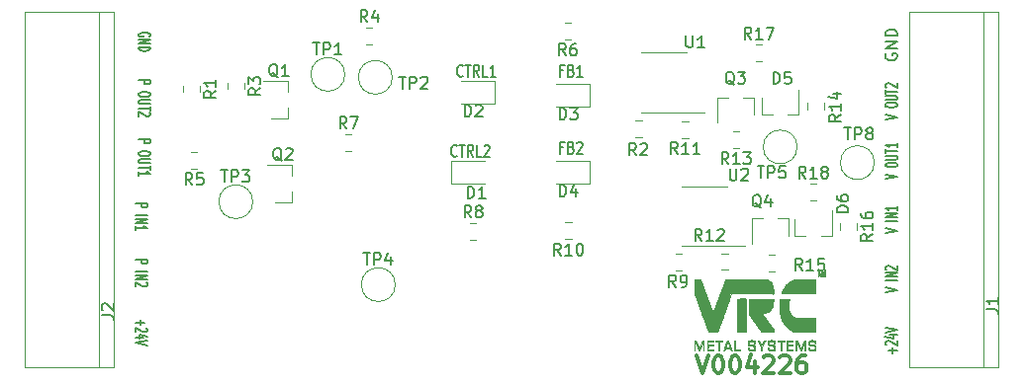
<source format=gbr>
%TF.GenerationSoftware,KiCad,Pcbnew,(5.1.6)-1*%
%TF.CreationDate,2020-11-12T09:23:23-07:00*%
%TF.ProjectId,WhiteJewel,57686974-654a-4657-9765-6c2e6b696361,rev?*%
%TF.SameCoordinates,Original*%
%TF.FileFunction,Legend,Top*%
%TF.FilePolarity,Positive*%
%FSLAX46Y46*%
G04 Gerber Fmt 4.6, Leading zero omitted, Abs format (unit mm)*
G04 Created by KiCad (PCBNEW (5.1.6)-1) date 2020-11-12 09:23:23*
%MOMM*%
%LPD*%
G01*
G04 APERTURE LIST*
%ADD10C,0.150000*%
%ADD11C,0.300000*%
%ADD12C,0.120000*%
%ADD13C,0.010000*%
G04 APERTURE END LIST*
D10*
X177544980Y-85442228D02*
X178544980Y-85242228D01*
X177544980Y-85042228D01*
X177544980Y-84270800D02*
X177544980Y-84156514D01*
X177592600Y-84099371D01*
X177687838Y-84042228D01*
X177878314Y-84013657D01*
X178211647Y-84013657D01*
X178402123Y-84042228D01*
X178497361Y-84099371D01*
X178544980Y-84156514D01*
X178544980Y-84270800D01*
X178497361Y-84327942D01*
X178402123Y-84385085D01*
X178211647Y-84413657D01*
X177878314Y-84413657D01*
X177687838Y-84385085D01*
X177592600Y-84327942D01*
X177544980Y-84270800D01*
X177544980Y-83756514D02*
X178354504Y-83756514D01*
X178449742Y-83727942D01*
X178497361Y-83699371D01*
X178544980Y-83642228D01*
X178544980Y-83527942D01*
X178497361Y-83470800D01*
X178449742Y-83442228D01*
X178354504Y-83413657D01*
X177544980Y-83413657D01*
X177544980Y-83213657D02*
X177544980Y-82870800D01*
X178544980Y-83042228D02*
X177544980Y-83042228D01*
X178544980Y-82356514D02*
X178544980Y-82699371D01*
X178544980Y-82527942D02*
X177544980Y-82527942D01*
X177687838Y-82585085D01*
X177783076Y-82642228D01*
X177830695Y-82699371D01*
D11*
X161355685Y-100575371D02*
X161855685Y-102075371D01*
X162355685Y-100575371D01*
X163141400Y-100575371D02*
X163284257Y-100575371D01*
X163427114Y-100646800D01*
X163498542Y-100718228D01*
X163569971Y-100861085D01*
X163641400Y-101146800D01*
X163641400Y-101503942D01*
X163569971Y-101789657D01*
X163498542Y-101932514D01*
X163427114Y-102003942D01*
X163284257Y-102075371D01*
X163141400Y-102075371D01*
X162998542Y-102003942D01*
X162927114Y-101932514D01*
X162855685Y-101789657D01*
X162784257Y-101503942D01*
X162784257Y-101146800D01*
X162855685Y-100861085D01*
X162927114Y-100718228D01*
X162998542Y-100646800D01*
X163141400Y-100575371D01*
X164569971Y-100575371D02*
X164712828Y-100575371D01*
X164855685Y-100646800D01*
X164927114Y-100718228D01*
X164998542Y-100861085D01*
X165069971Y-101146800D01*
X165069971Y-101503942D01*
X164998542Y-101789657D01*
X164927114Y-101932514D01*
X164855685Y-102003942D01*
X164712828Y-102075371D01*
X164569971Y-102075371D01*
X164427114Y-102003942D01*
X164355685Y-101932514D01*
X164284257Y-101789657D01*
X164212828Y-101503942D01*
X164212828Y-101146800D01*
X164284257Y-100861085D01*
X164355685Y-100718228D01*
X164427114Y-100646800D01*
X164569971Y-100575371D01*
X166355685Y-101075371D02*
X166355685Y-102075371D01*
X165998542Y-100503942D02*
X165641400Y-101575371D01*
X166569971Y-101575371D01*
X167069971Y-100718228D02*
X167141400Y-100646800D01*
X167284257Y-100575371D01*
X167641400Y-100575371D01*
X167784257Y-100646800D01*
X167855685Y-100718228D01*
X167927114Y-100861085D01*
X167927114Y-101003942D01*
X167855685Y-101218228D01*
X166998542Y-102075371D01*
X167927114Y-102075371D01*
X168498542Y-100718228D02*
X168569971Y-100646800D01*
X168712828Y-100575371D01*
X169069971Y-100575371D01*
X169212828Y-100646800D01*
X169284257Y-100718228D01*
X169355685Y-100861085D01*
X169355685Y-101003942D01*
X169284257Y-101218228D01*
X168427114Y-102075371D01*
X169355685Y-102075371D01*
X170641400Y-100575371D02*
X170355685Y-100575371D01*
X170212828Y-100646800D01*
X170141400Y-100718228D01*
X169998542Y-100932514D01*
X169927114Y-101218228D01*
X169927114Y-101789657D01*
X169998542Y-101932514D01*
X170069971Y-102003942D01*
X170212828Y-102075371D01*
X170498542Y-102075371D01*
X170641400Y-102003942D01*
X170712828Y-101932514D01*
X170784257Y-101789657D01*
X170784257Y-101432514D01*
X170712828Y-101289657D01*
X170641400Y-101218228D01*
X170498542Y-101146800D01*
X170212828Y-101146800D01*
X170069971Y-101218228D01*
X169998542Y-101289657D01*
X169927114Y-101432514D01*
D10*
X149955333Y-76128571D02*
X149688666Y-76128571D01*
X149688666Y-76652380D02*
X149688666Y-75652380D01*
X150069619Y-75652380D01*
X150641047Y-76128571D02*
X150755333Y-76176190D01*
X150793428Y-76223809D01*
X150831523Y-76319047D01*
X150831523Y-76461904D01*
X150793428Y-76557142D01*
X150755333Y-76604761D01*
X150679142Y-76652380D01*
X150374380Y-76652380D01*
X150374380Y-75652380D01*
X150641047Y-75652380D01*
X150717238Y-75700000D01*
X150755333Y-75747619D01*
X150793428Y-75842857D01*
X150793428Y-75938095D01*
X150755333Y-76033333D01*
X150717238Y-76080952D01*
X150641047Y-76128571D01*
X150374380Y-76128571D01*
X151593428Y-76652380D02*
X151136285Y-76652380D01*
X151364857Y-76652380D02*
X151364857Y-75652380D01*
X151288666Y-75795238D01*
X151212476Y-75890476D01*
X151136285Y-75938095D01*
X149955333Y-82732571D02*
X149688666Y-82732571D01*
X149688666Y-83256380D02*
X149688666Y-82256380D01*
X150069619Y-82256380D01*
X150641047Y-82732571D02*
X150755333Y-82780190D01*
X150793428Y-82827809D01*
X150831523Y-82923047D01*
X150831523Y-83065904D01*
X150793428Y-83161142D01*
X150755333Y-83208761D01*
X150679142Y-83256380D01*
X150374380Y-83256380D01*
X150374380Y-82256380D01*
X150641047Y-82256380D01*
X150717238Y-82304000D01*
X150755333Y-82351619D01*
X150793428Y-82446857D01*
X150793428Y-82542095D01*
X150755333Y-82637333D01*
X150717238Y-82684952D01*
X150641047Y-82732571D01*
X150374380Y-82732571D01*
X151136285Y-82351619D02*
X151174380Y-82304000D01*
X151250571Y-82256380D01*
X151441047Y-82256380D01*
X151517238Y-82304000D01*
X151555333Y-82351619D01*
X151593428Y-82446857D01*
X151593428Y-82542095D01*
X151555333Y-82684952D01*
X151098190Y-83256380D01*
X151593428Y-83256380D01*
X141332095Y-76557142D02*
X141294000Y-76604761D01*
X141179714Y-76652380D01*
X141103523Y-76652380D01*
X140989238Y-76604761D01*
X140913047Y-76509523D01*
X140874952Y-76414285D01*
X140836857Y-76223809D01*
X140836857Y-76080952D01*
X140874952Y-75890476D01*
X140913047Y-75795238D01*
X140989238Y-75700000D01*
X141103523Y-75652380D01*
X141179714Y-75652380D01*
X141294000Y-75700000D01*
X141332095Y-75747619D01*
X141560666Y-75652380D02*
X142017809Y-75652380D01*
X141789238Y-76652380D02*
X141789238Y-75652380D01*
X142741619Y-76652380D02*
X142474952Y-76176190D01*
X142284476Y-76652380D02*
X142284476Y-75652380D01*
X142589238Y-75652380D01*
X142665428Y-75700000D01*
X142703523Y-75747619D01*
X142741619Y-75842857D01*
X142741619Y-75985714D01*
X142703523Y-76080952D01*
X142665428Y-76128571D01*
X142589238Y-76176190D01*
X142284476Y-76176190D01*
X143465428Y-76652380D02*
X143084476Y-76652380D01*
X143084476Y-75652380D01*
X144151142Y-76652380D02*
X143694000Y-76652380D01*
X143922571Y-76652380D02*
X143922571Y-75652380D01*
X143846380Y-75795238D01*
X143770190Y-75890476D01*
X143694000Y-75938095D01*
X140824095Y-83415142D02*
X140786000Y-83462761D01*
X140671714Y-83510380D01*
X140595523Y-83510380D01*
X140481238Y-83462761D01*
X140405047Y-83367523D01*
X140366952Y-83272285D01*
X140328857Y-83081809D01*
X140328857Y-82938952D01*
X140366952Y-82748476D01*
X140405047Y-82653238D01*
X140481238Y-82558000D01*
X140595523Y-82510380D01*
X140671714Y-82510380D01*
X140786000Y-82558000D01*
X140824095Y-82605619D01*
X141052666Y-82510380D02*
X141509809Y-82510380D01*
X141281238Y-83510380D02*
X141281238Y-82510380D01*
X142233619Y-83510380D02*
X141966952Y-83034190D01*
X141776476Y-83510380D02*
X141776476Y-82510380D01*
X142081238Y-82510380D01*
X142157428Y-82558000D01*
X142195523Y-82605619D01*
X142233619Y-82700857D01*
X142233619Y-82843714D01*
X142195523Y-82938952D01*
X142157428Y-82986571D01*
X142081238Y-83034190D01*
X141776476Y-83034190D01*
X142957428Y-83510380D02*
X142576476Y-83510380D01*
X142576476Y-82510380D01*
X143186000Y-82605619D02*
X143224095Y-82558000D01*
X143300285Y-82510380D01*
X143490761Y-82510380D01*
X143566952Y-82558000D01*
X143605047Y-82605619D01*
X143643142Y-82700857D01*
X143643142Y-82796095D01*
X143605047Y-82938952D01*
X143147904Y-83510380D01*
X143643142Y-83510380D01*
X177554000Y-74675904D02*
X177506380Y-74771142D01*
X177506380Y-74914000D01*
X177554000Y-75056857D01*
X177649238Y-75152095D01*
X177744476Y-75199714D01*
X177934952Y-75247333D01*
X178077809Y-75247333D01*
X178268285Y-75199714D01*
X178363523Y-75152095D01*
X178458761Y-75056857D01*
X178506380Y-74914000D01*
X178506380Y-74818761D01*
X178458761Y-74675904D01*
X178411142Y-74628285D01*
X178077809Y-74628285D01*
X178077809Y-74818761D01*
X178506380Y-74199714D02*
X177506380Y-74199714D01*
X178506380Y-73628285D01*
X177506380Y-73628285D01*
X178506380Y-73152095D02*
X177506380Y-73152095D01*
X177506380Y-72914000D01*
X177554000Y-72771142D01*
X177649238Y-72675904D01*
X177744476Y-72628285D01*
X177934952Y-72580666D01*
X178077809Y-72580666D01*
X178268285Y-72628285D01*
X178363523Y-72675904D01*
X178458761Y-72771142D01*
X178506380Y-72914000D01*
X178506380Y-73152095D01*
X114546000Y-73202857D02*
X114593619Y-73145714D01*
X114593619Y-73060000D01*
X114546000Y-72974285D01*
X114450761Y-72917142D01*
X114355523Y-72888571D01*
X114165047Y-72860000D01*
X114022190Y-72860000D01*
X113831714Y-72888571D01*
X113736476Y-72917142D01*
X113641238Y-72974285D01*
X113593619Y-73060000D01*
X113593619Y-73117142D01*
X113641238Y-73202857D01*
X113688857Y-73231428D01*
X114022190Y-73231428D01*
X114022190Y-73117142D01*
X113593619Y-73488571D02*
X114593619Y-73488571D01*
X113593619Y-73831428D01*
X114593619Y-73831428D01*
X113593619Y-74117142D02*
X114593619Y-74117142D01*
X114593619Y-74260000D01*
X114546000Y-74345714D01*
X114450761Y-74402857D01*
X114355523Y-74431428D01*
X114165047Y-74460000D01*
X114022190Y-74460000D01*
X113831714Y-74431428D01*
X113736476Y-74402857D01*
X113641238Y-74345714D01*
X113593619Y-74260000D01*
X113593619Y-74117142D01*
X178125428Y-100371142D02*
X178125428Y-99914000D01*
X178506380Y-100142571D02*
X177744476Y-100142571D01*
X177601619Y-99656857D02*
X177554000Y-99628285D01*
X177506380Y-99571142D01*
X177506380Y-99428285D01*
X177554000Y-99371142D01*
X177601619Y-99342571D01*
X177696857Y-99314000D01*
X177792095Y-99314000D01*
X177934952Y-99342571D01*
X178506380Y-99685428D01*
X178506380Y-99314000D01*
X177839714Y-98799714D02*
X178506380Y-98799714D01*
X177458761Y-98942571D02*
X178173047Y-99085428D01*
X178173047Y-98714000D01*
X177506380Y-98571142D02*
X178506380Y-98371142D01*
X177506380Y-98171142D01*
X113720571Y-97494857D02*
X113720571Y-97952000D01*
X113339619Y-97723428D02*
X114101523Y-97723428D01*
X114244380Y-98209142D02*
X114292000Y-98237714D01*
X114339619Y-98294857D01*
X114339619Y-98437714D01*
X114292000Y-98494857D01*
X114244380Y-98523428D01*
X114149142Y-98552000D01*
X114053904Y-98552000D01*
X113911047Y-98523428D01*
X113339619Y-98180571D01*
X113339619Y-98552000D01*
X114006285Y-99066285D02*
X113339619Y-99066285D01*
X114387238Y-98923428D02*
X113672952Y-98780571D01*
X113672952Y-99152000D01*
X114339619Y-99294857D02*
X113339619Y-99494857D01*
X114339619Y-99694857D01*
X177506380Y-80311428D02*
X178506380Y-80111428D01*
X177506380Y-79911428D01*
X177506380Y-79140000D02*
X177506380Y-79025714D01*
X177554000Y-78968571D01*
X177649238Y-78911428D01*
X177839714Y-78882857D01*
X178173047Y-78882857D01*
X178363523Y-78911428D01*
X178458761Y-78968571D01*
X178506380Y-79025714D01*
X178506380Y-79140000D01*
X178458761Y-79197142D01*
X178363523Y-79254285D01*
X178173047Y-79282857D01*
X177839714Y-79282857D01*
X177649238Y-79254285D01*
X177554000Y-79197142D01*
X177506380Y-79140000D01*
X177506380Y-78625714D02*
X178315904Y-78625714D01*
X178411142Y-78597142D01*
X178458761Y-78568571D01*
X178506380Y-78511428D01*
X178506380Y-78397142D01*
X178458761Y-78340000D01*
X178411142Y-78311428D01*
X178315904Y-78282857D01*
X177506380Y-78282857D01*
X177506380Y-78082857D02*
X177506380Y-77740000D01*
X178506380Y-77911428D02*
X177506380Y-77911428D01*
X177601619Y-77568571D02*
X177554000Y-77540000D01*
X177506380Y-77482857D01*
X177506380Y-77340000D01*
X177554000Y-77282857D01*
X177601619Y-77254285D01*
X177696857Y-77225714D01*
X177792095Y-77225714D01*
X177934952Y-77254285D01*
X178506380Y-77597142D01*
X178506380Y-77225714D01*
X177506380Y-95151428D02*
X178506380Y-94951428D01*
X177506380Y-94751428D01*
X178506380Y-94094285D02*
X177506380Y-94094285D01*
X178506380Y-93808571D02*
X177506380Y-93808571D01*
X178506380Y-93465714D01*
X177506380Y-93465714D01*
X177601619Y-93208571D02*
X177554000Y-93180000D01*
X177506380Y-93122857D01*
X177506380Y-92980000D01*
X177554000Y-92922857D01*
X177601619Y-92894285D01*
X177696857Y-92865714D01*
X177792095Y-92865714D01*
X177934952Y-92894285D01*
X178506380Y-93237142D01*
X178506380Y-92865714D01*
X177506380Y-90071428D02*
X178506380Y-89871428D01*
X177506380Y-89671428D01*
X178506380Y-89014285D02*
X177506380Y-89014285D01*
X178506380Y-88728571D02*
X177506380Y-88728571D01*
X178506380Y-88385714D01*
X177506380Y-88385714D01*
X178506380Y-87785714D02*
X178506380Y-88128571D01*
X178506380Y-87957142D02*
X177506380Y-87957142D01*
X177649238Y-88014285D01*
X177744476Y-88071428D01*
X177792095Y-88128571D01*
X113593619Y-76957428D02*
X114593619Y-76957428D01*
X114593619Y-77186000D01*
X114546000Y-77243142D01*
X114498380Y-77271714D01*
X114403142Y-77300285D01*
X114260285Y-77300285D01*
X114165047Y-77271714D01*
X114117428Y-77243142D01*
X114069809Y-77186000D01*
X114069809Y-76957428D01*
X114593619Y-78128857D02*
X114593619Y-78243142D01*
X114546000Y-78300285D01*
X114450761Y-78357428D01*
X114260285Y-78386000D01*
X113926952Y-78386000D01*
X113736476Y-78357428D01*
X113641238Y-78300285D01*
X113593619Y-78243142D01*
X113593619Y-78128857D01*
X113641238Y-78071714D01*
X113736476Y-78014571D01*
X113926952Y-77986000D01*
X114260285Y-77986000D01*
X114450761Y-78014571D01*
X114546000Y-78071714D01*
X114593619Y-78128857D01*
X114593619Y-78643142D02*
X113784095Y-78643142D01*
X113688857Y-78671714D01*
X113641238Y-78700285D01*
X113593619Y-78757428D01*
X113593619Y-78871714D01*
X113641238Y-78928857D01*
X113688857Y-78957428D01*
X113784095Y-78986000D01*
X114593619Y-78986000D01*
X114593619Y-79186000D02*
X114593619Y-79528857D01*
X113593619Y-79357428D02*
X114593619Y-79357428D01*
X114498380Y-79700285D02*
X114546000Y-79728857D01*
X114593619Y-79786000D01*
X114593619Y-79928857D01*
X114546000Y-79986000D01*
X114498380Y-80014571D01*
X114403142Y-80043142D01*
X114307904Y-80043142D01*
X114165047Y-80014571D01*
X113593619Y-79671714D01*
X113593619Y-80043142D01*
X113593619Y-82037428D02*
X114593619Y-82037428D01*
X114593619Y-82266000D01*
X114546000Y-82323142D01*
X114498380Y-82351714D01*
X114403142Y-82380285D01*
X114260285Y-82380285D01*
X114165047Y-82351714D01*
X114117428Y-82323142D01*
X114069809Y-82266000D01*
X114069809Y-82037428D01*
X114593619Y-83208857D02*
X114593619Y-83323142D01*
X114546000Y-83380285D01*
X114450761Y-83437428D01*
X114260285Y-83466000D01*
X113926952Y-83466000D01*
X113736476Y-83437428D01*
X113641238Y-83380285D01*
X113593619Y-83323142D01*
X113593619Y-83208857D01*
X113641238Y-83151714D01*
X113736476Y-83094571D01*
X113926952Y-83066000D01*
X114260285Y-83066000D01*
X114450761Y-83094571D01*
X114546000Y-83151714D01*
X114593619Y-83208857D01*
X114593619Y-83723142D02*
X113784095Y-83723142D01*
X113688857Y-83751714D01*
X113641238Y-83780285D01*
X113593619Y-83837428D01*
X113593619Y-83951714D01*
X113641238Y-84008857D01*
X113688857Y-84037428D01*
X113784095Y-84066000D01*
X114593619Y-84066000D01*
X114593619Y-84266000D02*
X114593619Y-84608857D01*
X113593619Y-84437428D02*
X114593619Y-84437428D01*
X113593619Y-85123142D02*
X113593619Y-84780285D01*
X113593619Y-84951714D02*
X114593619Y-84951714D01*
X114450761Y-84894571D01*
X114355523Y-84837428D01*
X114307904Y-84780285D01*
X113339619Y-92343428D02*
X114339619Y-92343428D01*
X114339619Y-92572000D01*
X114292000Y-92629142D01*
X114244380Y-92657714D01*
X114149142Y-92686285D01*
X114006285Y-92686285D01*
X113911047Y-92657714D01*
X113863428Y-92629142D01*
X113815809Y-92572000D01*
X113815809Y-92343428D01*
X113339619Y-93400571D02*
X114339619Y-93400571D01*
X113339619Y-93686285D02*
X114339619Y-93686285D01*
X113339619Y-94029142D01*
X114339619Y-94029142D01*
X114244380Y-94286285D02*
X114292000Y-94314857D01*
X114339619Y-94372000D01*
X114339619Y-94514857D01*
X114292000Y-94572000D01*
X114244380Y-94600571D01*
X114149142Y-94629142D01*
X114053904Y-94629142D01*
X113911047Y-94600571D01*
X113339619Y-94257714D01*
X113339619Y-94629142D01*
X113339619Y-87517428D02*
X114339619Y-87517428D01*
X114339619Y-87746000D01*
X114292000Y-87803142D01*
X114244380Y-87831714D01*
X114149142Y-87860285D01*
X114006285Y-87860285D01*
X113911047Y-87831714D01*
X113863428Y-87803142D01*
X113815809Y-87746000D01*
X113815809Y-87517428D01*
X113339619Y-88574571D02*
X114339619Y-88574571D01*
X113339619Y-88860285D02*
X114339619Y-88860285D01*
X113339619Y-89203142D01*
X114339619Y-89203142D01*
X113339619Y-89803142D02*
X113339619Y-89460285D01*
X113339619Y-89631714D02*
X114339619Y-89631714D01*
X114196761Y-89574571D01*
X114101523Y-89517428D01*
X114053904Y-89460285D01*
D12*
%TO.C,R18*%
X171061748Y-85853200D02*
X171584252Y-85853200D01*
X171061748Y-87273200D02*
X171584252Y-87273200D01*
%TO.C,R17*%
X166413548Y-73915200D02*
X166936052Y-73915200D01*
X166413548Y-75335200D02*
X166936052Y-75335200D01*
%TO.C,D6*%
X169768400Y-90295000D02*
X170698400Y-90295000D01*
X172928400Y-90295000D02*
X171998400Y-90295000D01*
X172928400Y-90295000D02*
X172928400Y-88135000D01*
X169768400Y-90295000D02*
X169768400Y-88835000D01*
D13*
%TO.C,LG1*%
G36*
X161975800Y-100129622D02*
G01*
X161903419Y-100129622D01*
X161901509Y-99746561D01*
X161899600Y-99363500D01*
X161587186Y-100123978D01*
X161557457Y-100127378D01*
X161537595Y-100127638D01*
X161525458Y-100118981D01*
X161514611Y-100096126D01*
X161512422Y-100090422D01*
X161498544Y-100054764D01*
X161479344Y-100006768D01*
X161455862Y-99948923D01*
X161429141Y-99883720D01*
X161400221Y-99813648D01*
X161370143Y-99741199D01*
X161339948Y-99668861D01*
X161310678Y-99599125D01*
X161283373Y-99534482D01*
X161259075Y-99477420D01*
X161238825Y-99430431D01*
X161223663Y-99396005D01*
X161214631Y-99376630D01*
X161212585Y-99373267D01*
X161211147Y-99384120D01*
X161209832Y-99414935D01*
X161208681Y-99463096D01*
X161207736Y-99525990D01*
X161207039Y-99601000D01*
X161206633Y-99685510D01*
X161206543Y-99750259D01*
X161206543Y-100127251D01*
X161177137Y-100131613D01*
X161157953Y-100133223D01*
X161145919Y-100131924D01*
X161144480Y-100130917D01*
X161143760Y-100118885D01*
X161143095Y-100086737D01*
X161142503Y-100036938D01*
X161142003Y-99971949D01*
X161141613Y-99894233D01*
X161141350Y-99806253D01*
X161141233Y-99710472D01*
X161141229Y-99687474D01*
X161141229Y-99249089D01*
X161248405Y-99249089D01*
X161402782Y-99622605D01*
X161557160Y-99996122D01*
X161612265Y-99862664D01*
X161632594Y-99813478D01*
X161658788Y-99750169D01*
X161688840Y-99677586D01*
X161720744Y-99600576D01*
X161752491Y-99523983D01*
X161765767Y-99491970D01*
X161864162Y-99254734D01*
X161919981Y-99251436D01*
X161975800Y-99248139D01*
X161975800Y-100129622D01*
G37*
X161975800Y-100129622D02*
X161903419Y-100129622D01*
X161901509Y-99746561D01*
X161899600Y-99363500D01*
X161587186Y-100123978D01*
X161557457Y-100127378D01*
X161537595Y-100127638D01*
X161525458Y-100118981D01*
X161514611Y-100096126D01*
X161512422Y-100090422D01*
X161498544Y-100054764D01*
X161479344Y-100006768D01*
X161455862Y-99948923D01*
X161429141Y-99883720D01*
X161400221Y-99813648D01*
X161370143Y-99741199D01*
X161339948Y-99668861D01*
X161310678Y-99599125D01*
X161283373Y-99534482D01*
X161259075Y-99477420D01*
X161238825Y-99430431D01*
X161223663Y-99396005D01*
X161214631Y-99376630D01*
X161212585Y-99373267D01*
X161211147Y-99384120D01*
X161209832Y-99414935D01*
X161208681Y-99463096D01*
X161207736Y-99525990D01*
X161207039Y-99601000D01*
X161206633Y-99685510D01*
X161206543Y-99750259D01*
X161206543Y-100127251D01*
X161177137Y-100131613D01*
X161157953Y-100133223D01*
X161145919Y-100131924D01*
X161144480Y-100130917D01*
X161143760Y-100118885D01*
X161143095Y-100086737D01*
X161142503Y-100036938D01*
X161142003Y-99971949D01*
X161141613Y-99894233D01*
X161141350Y-99806253D01*
X161141233Y-99710472D01*
X161141229Y-99687474D01*
X161141229Y-99249089D01*
X161248405Y-99249089D01*
X161402782Y-99622605D01*
X161557160Y-99996122D01*
X161612265Y-99862664D01*
X161632594Y-99813478D01*
X161658788Y-99750169D01*
X161688840Y-99677586D01*
X161720744Y-99600576D01*
X161752491Y-99523983D01*
X161765767Y-99491970D01*
X161864162Y-99254734D01*
X161919981Y-99251436D01*
X161975800Y-99248139D01*
X161975800Y-100129622D01*
G36*
X163557857Y-99350689D02*
G01*
X163289343Y-99350689D01*
X163289343Y-99739489D01*
X163289190Y-99830827D01*
X163288758Y-99914742D01*
X163288080Y-99988627D01*
X163287195Y-100049873D01*
X163286137Y-100095874D01*
X163284944Y-100124021D01*
X163283900Y-100131944D01*
X163273681Y-100133435D01*
X163255422Y-100132442D01*
X163251243Y-100131929D01*
X163224029Y-100128259D01*
X163224029Y-99350689D01*
X162955514Y-99350689D01*
X162955514Y-99249089D01*
X163557857Y-99249089D01*
X163557857Y-99350689D01*
G37*
X163557857Y-99350689D02*
X163289343Y-99350689D01*
X163289343Y-99739489D01*
X163289190Y-99830827D01*
X163288758Y-99914742D01*
X163288080Y-99988627D01*
X163287195Y-100049873D01*
X163286137Y-100095874D01*
X163284944Y-100124021D01*
X163283900Y-100131944D01*
X163273681Y-100133435D01*
X163255422Y-100132442D01*
X163251243Y-100131929D01*
X163224029Y-100128259D01*
X163224029Y-99350689D01*
X162955514Y-99350689D01*
X162955514Y-99249089D01*
X163557857Y-99249089D01*
X163557857Y-99350689D01*
G36*
X164010463Y-99251433D02*
G01*
X164053693Y-99254734D01*
X164207757Y-99692178D01*
X164239658Y-99783063D01*
X164269122Y-99867595D01*
X164295467Y-99943780D01*
X164318016Y-100009623D01*
X164336086Y-100063132D01*
X164349000Y-100102311D01*
X164356076Y-100125168D01*
X164357168Y-100130400D01*
X164347058Y-100132146D01*
X164334371Y-100134366D01*
X164312314Y-100133956D01*
X164298215Y-100130304D01*
X164286150Y-100119565D01*
X164272884Y-100094887D01*
X164256828Y-100053096D01*
X164251043Y-100036195D01*
X164221886Y-99949335D01*
X164009936Y-99949168D01*
X163797987Y-99949000D01*
X163766822Y-100039153D01*
X163735657Y-100129305D01*
X163697557Y-100129464D01*
X163676265Y-100128586D01*
X163662437Y-100126161D01*
X163659457Y-100124000D01*
X163661964Y-100115443D01*
X163669631Y-100092506D01*
X163682682Y-100054556D01*
X163701339Y-100000959D01*
X163725823Y-99931082D01*
X163754393Y-99849875D01*
X163838241Y-99849875D01*
X163846341Y-99852756D01*
X163866448Y-99855045D01*
X163896057Y-99856751D01*
X163932666Y-99857882D01*
X163973771Y-99858448D01*
X164016868Y-99858457D01*
X164059455Y-99857919D01*
X164099029Y-99856842D01*
X164133085Y-99855235D01*
X164159121Y-99853107D01*
X164174634Y-99850468D01*
X164177839Y-99848667D01*
X164175758Y-99836409D01*
X164167706Y-99808231D01*
X164154810Y-99767357D01*
X164138199Y-99717008D01*
X164119002Y-99660406D01*
X164098347Y-99600775D01*
X164077364Y-99541335D01*
X164057180Y-99485310D01*
X164038925Y-99435921D01*
X164023727Y-99396390D01*
X164012714Y-99369941D01*
X164007015Y-99359794D01*
X164006653Y-99359927D01*
X164000417Y-99374208D01*
X163988972Y-99404364D01*
X163973456Y-99447079D01*
X163955010Y-99499039D01*
X163934772Y-99556928D01*
X163913883Y-99617433D01*
X163893481Y-99677236D01*
X163874706Y-99733025D01*
X163858698Y-99781483D01*
X163846596Y-99819296D01*
X163839539Y-99843149D01*
X163838241Y-99849875D01*
X163754393Y-99849875D01*
X163756358Y-99844290D01*
X163793165Y-99739952D01*
X163836466Y-99617433D01*
X163886484Y-99476099D01*
X163912078Y-99403833D01*
X163967234Y-99248132D01*
X164010463Y-99251433D01*
G37*
X164010463Y-99251433D02*
X164053693Y-99254734D01*
X164207757Y-99692178D01*
X164239658Y-99783063D01*
X164269122Y-99867595D01*
X164295467Y-99943780D01*
X164318016Y-100009623D01*
X164336086Y-100063132D01*
X164349000Y-100102311D01*
X164356076Y-100125168D01*
X164357168Y-100130400D01*
X164347058Y-100132146D01*
X164334371Y-100134366D01*
X164312314Y-100133956D01*
X164298215Y-100130304D01*
X164286150Y-100119565D01*
X164272884Y-100094887D01*
X164256828Y-100053096D01*
X164251043Y-100036195D01*
X164221886Y-99949335D01*
X164009936Y-99949168D01*
X163797987Y-99949000D01*
X163766822Y-100039153D01*
X163735657Y-100129305D01*
X163697557Y-100129464D01*
X163676265Y-100128586D01*
X163662437Y-100126161D01*
X163659457Y-100124000D01*
X163661964Y-100115443D01*
X163669631Y-100092506D01*
X163682682Y-100054556D01*
X163701339Y-100000959D01*
X163725823Y-99931082D01*
X163754393Y-99849875D01*
X163838241Y-99849875D01*
X163846341Y-99852756D01*
X163866448Y-99855045D01*
X163896057Y-99856751D01*
X163932666Y-99857882D01*
X163973771Y-99858448D01*
X164016868Y-99858457D01*
X164059455Y-99857919D01*
X164099029Y-99856842D01*
X164133085Y-99855235D01*
X164159121Y-99853107D01*
X164174634Y-99850468D01*
X164177839Y-99848667D01*
X164175758Y-99836409D01*
X164167706Y-99808231D01*
X164154810Y-99767357D01*
X164138199Y-99717008D01*
X164119002Y-99660406D01*
X164098347Y-99600775D01*
X164077364Y-99541335D01*
X164057180Y-99485310D01*
X164038925Y-99435921D01*
X164023727Y-99396390D01*
X164012714Y-99369941D01*
X164007015Y-99359794D01*
X164006653Y-99359927D01*
X164000417Y-99374208D01*
X163988972Y-99404364D01*
X163973456Y-99447079D01*
X163955010Y-99499039D01*
X163934772Y-99556928D01*
X163913883Y-99617433D01*
X163893481Y-99677236D01*
X163874706Y-99733025D01*
X163858698Y-99781483D01*
X163846596Y-99819296D01*
X163839539Y-99843149D01*
X163838241Y-99849875D01*
X163754393Y-99849875D01*
X163756358Y-99844290D01*
X163793165Y-99739952D01*
X163836466Y-99617433D01*
X163886484Y-99476099D01*
X163912078Y-99403833D01*
X163967234Y-99248132D01*
X164010463Y-99251433D01*
G36*
X166126074Y-99242921D02*
G01*
X166179938Y-99250057D01*
X166225880Y-99260697D01*
X166261403Y-99274552D01*
X166276631Y-99284251D01*
X166307561Y-99318691D01*
X166327508Y-99364997D01*
X166337543Y-99425962D01*
X166338747Y-99446645D01*
X166340971Y-99503089D01*
X166310129Y-99506560D01*
X166291189Y-99506771D01*
X166279989Y-99503201D01*
X166278746Y-99500916D01*
X166276435Y-99475444D01*
X166272433Y-99440644D01*
X166268339Y-99410161D01*
X166259680Y-99388035D01*
X166243482Y-99367160D01*
X166241081Y-99365005D01*
X166231989Y-99358559D01*
X166220536Y-99353647D01*
X166204764Y-99350067D01*
X166182715Y-99347618D01*
X166152432Y-99346100D01*
X166111957Y-99345312D01*
X166059332Y-99345051D01*
X166046738Y-99345045D01*
X165991801Y-99345195D01*
X165949447Y-99345784D01*
X165917744Y-99347021D01*
X165894763Y-99349114D01*
X165878572Y-99352272D01*
X165867241Y-99356703D01*
X165858838Y-99362615D01*
X165855632Y-99365678D01*
X165833928Y-99399292D01*
X165820515Y-99443686D01*
X165815438Y-99493186D01*
X165818738Y-99542118D01*
X165830459Y-99584808D01*
X165850644Y-99615584D01*
X165853715Y-99618270D01*
X165863244Y-99624200D01*
X165876856Y-99629005D01*
X165896301Y-99632892D01*
X165923325Y-99636068D01*
X165959677Y-99638740D01*
X166007104Y-99641116D01*
X166065200Y-99643327D01*
X166122791Y-99645410D01*
X166167838Y-99647395D01*
X166202306Y-99649574D01*
X166228163Y-99652238D01*
X166247376Y-99655679D01*
X166261913Y-99660189D01*
X166273739Y-99666059D01*
X166284822Y-99673580D01*
X166288600Y-99676434D01*
X166315734Y-99702869D01*
X166334361Y-99736185D01*
X166345718Y-99780478D01*
X166351043Y-99839841D01*
X166351857Y-99885727D01*
X166350591Y-99949958D01*
X166346100Y-99997583D01*
X166337346Y-100034313D01*
X166323291Y-100065863D01*
X166317217Y-100076266D01*
X166304123Y-100094817D01*
X166288966Y-100109516D01*
X166270000Y-100120774D01*
X166245483Y-100128999D01*
X166213669Y-100134604D01*
X166172814Y-100137999D01*
X166121175Y-100139593D01*
X166057007Y-100139799D01*
X166047554Y-100139745D01*
X165996457Y-100138956D01*
X165948743Y-100137368D01*
X165906801Y-100135127D01*
X165873021Y-100132380D01*
X165849792Y-100129274D01*
X165841415Y-100127103D01*
X165807232Y-100101870D01*
X165780006Y-100058769D01*
X165760826Y-100000579D01*
X165750776Y-99930081D01*
X165749514Y-99892000D01*
X165750492Y-99871513D01*
X165756050Y-99861809D01*
X165770124Y-99858874D01*
X165782171Y-99858689D01*
X165814829Y-99858689D01*
X165814840Y-99901022D01*
X165820155Y-99955384D01*
X165834834Y-100000025D01*
X165857026Y-100030029D01*
X165865629Y-100035852D01*
X165882226Y-100040594D01*
X165910530Y-100044398D01*
X165947741Y-100047245D01*
X165991064Y-100049118D01*
X166037701Y-100050000D01*
X166084856Y-100049871D01*
X166129732Y-100048714D01*
X166169531Y-100046512D01*
X166201457Y-100043246D01*
X166222713Y-100038899D01*
X166224825Y-100038146D01*
X166251440Y-100023980D01*
X166268869Y-100003359D01*
X166279136Y-99971636D01*
X166284265Y-99924164D01*
X166285350Y-99899151D01*
X166286260Y-99855179D01*
X166284840Y-99826565D01*
X166280122Y-99806192D01*
X166271140Y-99786940D01*
X166269769Y-99784439D01*
X166251535Y-99751445D01*
X166067653Y-99744593D01*
X166000919Y-99741689D01*
X165946956Y-99738176D01*
X165904021Y-99733607D01*
X165870373Y-99727538D01*
X165844268Y-99719524D01*
X165823965Y-99709120D01*
X165807720Y-99695881D01*
X165793790Y-99679364D01*
X165789774Y-99673661D01*
X165770134Y-99630935D01*
X165757242Y-99573891D01*
X165751483Y-99508502D01*
X165753243Y-99440744D01*
X165762909Y-99376591D01*
X165769080Y-99353262D01*
X165783860Y-99322106D01*
X165806662Y-99292533D01*
X165812845Y-99286504D01*
X165828362Y-99273846D01*
X165844852Y-99264550D01*
X165865533Y-99257592D01*
X165893621Y-99251947D01*
X165932333Y-99246592D01*
X165941898Y-99245435D01*
X166004558Y-99240321D01*
X166066782Y-99239579D01*
X166126074Y-99242921D01*
G37*
X166126074Y-99242921D02*
X166179938Y-99250057D01*
X166225880Y-99260697D01*
X166261403Y-99274552D01*
X166276631Y-99284251D01*
X166307561Y-99318691D01*
X166327508Y-99364997D01*
X166337543Y-99425962D01*
X166338747Y-99446645D01*
X166340971Y-99503089D01*
X166310129Y-99506560D01*
X166291189Y-99506771D01*
X166279989Y-99503201D01*
X166278746Y-99500916D01*
X166276435Y-99475444D01*
X166272433Y-99440644D01*
X166268339Y-99410161D01*
X166259680Y-99388035D01*
X166243482Y-99367160D01*
X166241081Y-99365005D01*
X166231989Y-99358559D01*
X166220536Y-99353647D01*
X166204764Y-99350067D01*
X166182715Y-99347618D01*
X166152432Y-99346100D01*
X166111957Y-99345312D01*
X166059332Y-99345051D01*
X166046738Y-99345045D01*
X165991801Y-99345195D01*
X165949447Y-99345784D01*
X165917744Y-99347021D01*
X165894763Y-99349114D01*
X165878572Y-99352272D01*
X165867241Y-99356703D01*
X165858838Y-99362615D01*
X165855632Y-99365678D01*
X165833928Y-99399292D01*
X165820515Y-99443686D01*
X165815438Y-99493186D01*
X165818738Y-99542118D01*
X165830459Y-99584808D01*
X165850644Y-99615584D01*
X165853715Y-99618270D01*
X165863244Y-99624200D01*
X165876856Y-99629005D01*
X165896301Y-99632892D01*
X165923325Y-99636068D01*
X165959677Y-99638740D01*
X166007104Y-99641116D01*
X166065200Y-99643327D01*
X166122791Y-99645410D01*
X166167838Y-99647395D01*
X166202306Y-99649574D01*
X166228163Y-99652238D01*
X166247376Y-99655679D01*
X166261913Y-99660189D01*
X166273739Y-99666059D01*
X166284822Y-99673580D01*
X166288600Y-99676434D01*
X166315734Y-99702869D01*
X166334361Y-99736185D01*
X166345718Y-99780478D01*
X166351043Y-99839841D01*
X166351857Y-99885727D01*
X166350591Y-99949958D01*
X166346100Y-99997583D01*
X166337346Y-100034313D01*
X166323291Y-100065863D01*
X166317217Y-100076266D01*
X166304123Y-100094817D01*
X166288966Y-100109516D01*
X166270000Y-100120774D01*
X166245483Y-100128999D01*
X166213669Y-100134604D01*
X166172814Y-100137999D01*
X166121175Y-100139593D01*
X166057007Y-100139799D01*
X166047554Y-100139745D01*
X165996457Y-100138956D01*
X165948743Y-100137368D01*
X165906801Y-100135127D01*
X165873021Y-100132380D01*
X165849792Y-100129274D01*
X165841415Y-100127103D01*
X165807232Y-100101870D01*
X165780006Y-100058769D01*
X165760826Y-100000579D01*
X165750776Y-99930081D01*
X165749514Y-99892000D01*
X165750492Y-99871513D01*
X165756050Y-99861809D01*
X165770124Y-99858874D01*
X165782171Y-99858689D01*
X165814829Y-99858689D01*
X165814840Y-99901022D01*
X165820155Y-99955384D01*
X165834834Y-100000025D01*
X165857026Y-100030029D01*
X165865629Y-100035852D01*
X165882226Y-100040594D01*
X165910530Y-100044398D01*
X165947741Y-100047245D01*
X165991064Y-100049118D01*
X166037701Y-100050000D01*
X166084856Y-100049871D01*
X166129732Y-100048714D01*
X166169531Y-100046512D01*
X166201457Y-100043246D01*
X166222713Y-100038899D01*
X166224825Y-100038146D01*
X166251440Y-100023980D01*
X166268869Y-100003359D01*
X166279136Y-99971636D01*
X166284265Y-99924164D01*
X166285350Y-99899151D01*
X166286260Y-99855179D01*
X166284840Y-99826565D01*
X166280122Y-99806192D01*
X166271140Y-99786940D01*
X166269769Y-99784439D01*
X166251535Y-99751445D01*
X166067653Y-99744593D01*
X166000919Y-99741689D01*
X165946956Y-99738176D01*
X165904021Y-99733607D01*
X165870373Y-99727538D01*
X165844268Y-99719524D01*
X165823965Y-99709120D01*
X165807720Y-99695881D01*
X165793790Y-99679364D01*
X165789774Y-99673661D01*
X165770134Y-99630935D01*
X165757242Y-99573891D01*
X165751483Y-99508502D01*
X165753243Y-99440744D01*
X165762909Y-99376591D01*
X165769080Y-99353262D01*
X165783860Y-99322106D01*
X165806662Y-99292533D01*
X165812845Y-99286504D01*
X165828362Y-99273846D01*
X165844852Y-99264550D01*
X165865533Y-99257592D01*
X165893621Y-99251947D01*
X165932333Y-99246592D01*
X165941898Y-99245435D01*
X166004558Y-99240321D01*
X166066782Y-99239579D01*
X166126074Y-99242921D01*
G36*
X167781683Y-99240269D02*
G01*
X167839312Y-99245271D01*
X167839601Y-99245307D01*
X167899109Y-99255787D01*
X167945644Y-99271477D01*
X167980541Y-99293755D01*
X168005130Y-99323997D01*
X168020745Y-99363582D01*
X168028717Y-99413889D01*
X168030226Y-99442455D01*
X168031886Y-99503089D01*
X168001043Y-99506560D01*
X167981337Y-99507200D01*
X167972263Y-99501874D01*
X167970159Y-99489627D01*
X167968234Y-99465501D01*
X167963552Y-99432613D01*
X167962564Y-99426907D01*
X167957026Y-99402072D01*
X167949177Y-99382795D01*
X167937236Y-99368311D01*
X167919422Y-99357856D01*
X167893957Y-99350664D01*
X167859059Y-99345968D01*
X167812948Y-99343005D01*
X167763371Y-99341269D01*
X167699192Y-99340260D01*
X167647863Y-99341473D01*
X167607769Y-99345253D01*
X167577296Y-99351943D01*
X167554829Y-99361887D01*
X167538756Y-99375427D01*
X167528258Y-99391293D01*
X167513970Y-99435652D01*
X167508288Y-99490675D01*
X167512017Y-99547988D01*
X167512767Y-99552542D01*
X167517355Y-99575557D01*
X167523338Y-99593969D01*
X167532288Y-99608359D01*
X167545779Y-99619306D01*
X167565384Y-99627388D01*
X167592677Y-99633186D01*
X167629231Y-99637277D01*
X167676619Y-99640242D01*
X167736415Y-99642659D01*
X167759743Y-99643455D01*
X167817646Y-99645449D01*
X167862945Y-99647301D01*
X167897547Y-99649305D01*
X167923359Y-99651756D01*
X167942287Y-99654948D01*
X167956239Y-99659175D01*
X167967122Y-99664733D01*
X167976843Y-99671915D01*
X167983992Y-99678080D01*
X168008628Y-99703954D01*
X168025552Y-99733528D01*
X168035910Y-99771243D01*
X168040849Y-99821540D01*
X168041515Y-99888857D01*
X168041326Y-99900232D01*
X168039779Y-99956015D01*
X168037239Y-99994506D01*
X168033087Y-100020983D01*
X168026704Y-100040724D01*
X168024180Y-100046290D01*
X167992660Y-100095877D01*
X167954880Y-100125595D01*
X167944238Y-100130102D01*
X167928638Y-100133054D01*
X167901408Y-100135450D01*
X167865054Y-100137287D01*
X167822079Y-100138566D01*
X167774990Y-100139283D01*
X167726289Y-100139438D01*
X167678483Y-100139028D01*
X167634076Y-100138052D01*
X167595572Y-100136509D01*
X167565476Y-100134396D01*
X167546293Y-100131713D01*
X167541982Y-100130364D01*
X167503797Y-100106729D01*
X167477102Y-100075384D01*
X167459943Y-100032389D01*
X167450368Y-99973803D01*
X167447977Y-99940596D01*
X167443670Y-99858689D01*
X167474706Y-99858689D01*
X167494386Y-99860201D01*
X167503574Y-99866862D01*
X167506235Y-99881861D01*
X167506298Y-99884089D01*
X167509675Y-99941780D01*
X167517870Y-99982241D01*
X167532428Y-100010237D01*
X167553502Y-100029590D01*
X167564958Y-100036788D01*
X167577008Y-100042196D01*
X167591751Y-100046009D01*
X167611281Y-100048424D01*
X167637697Y-100049637D01*
X167673095Y-100049844D01*
X167719571Y-100049241D01*
X167755918Y-100048524D01*
X167810175Y-100047271D01*
X167851871Y-100045900D01*
X167882958Y-100044130D01*
X167905389Y-100041681D01*
X167921118Y-100038275D01*
X167932096Y-100033631D01*
X167940277Y-100027469D01*
X167946101Y-100021280D01*
X167964269Y-99987495D01*
X167975483Y-99940645D01*
X167979452Y-99887725D01*
X167975885Y-99835729D01*
X167964490Y-99791651D01*
X167956329Y-99775630D01*
X167950936Y-99768226D01*
X167944204Y-99762402D01*
X167934342Y-99757877D01*
X167919554Y-99754373D01*
X167898046Y-99751610D01*
X167868027Y-99749309D01*
X167827700Y-99747190D01*
X167775274Y-99744975D01*
X167754112Y-99744140D01*
X167694183Y-99741281D01*
X167641351Y-99737738D01*
X167597326Y-99733678D01*
X167563817Y-99729267D01*
X167542535Y-99724672D01*
X167538400Y-99723103D01*
X167501287Y-99699081D01*
X167474588Y-99665514D01*
X167457162Y-99619551D01*
X167447868Y-99558343D01*
X167445509Y-99491076D01*
X167448852Y-99417190D01*
X167459568Y-99360175D01*
X167478684Y-99316596D01*
X167507229Y-99283017D01*
X167507975Y-99282361D01*
X167532306Y-99268182D01*
X167568540Y-99256490D01*
X167614137Y-99247568D01*
X167666554Y-99241702D01*
X167723250Y-99239174D01*
X167781683Y-99240269D01*
G37*
X167781683Y-99240269D02*
X167839312Y-99245271D01*
X167839601Y-99245307D01*
X167899109Y-99255787D01*
X167945644Y-99271477D01*
X167980541Y-99293755D01*
X168005130Y-99323997D01*
X168020745Y-99363582D01*
X168028717Y-99413889D01*
X168030226Y-99442455D01*
X168031886Y-99503089D01*
X168001043Y-99506560D01*
X167981337Y-99507200D01*
X167972263Y-99501874D01*
X167970159Y-99489627D01*
X167968234Y-99465501D01*
X167963552Y-99432613D01*
X167962564Y-99426907D01*
X167957026Y-99402072D01*
X167949177Y-99382795D01*
X167937236Y-99368311D01*
X167919422Y-99357856D01*
X167893957Y-99350664D01*
X167859059Y-99345968D01*
X167812948Y-99343005D01*
X167763371Y-99341269D01*
X167699192Y-99340260D01*
X167647863Y-99341473D01*
X167607769Y-99345253D01*
X167577296Y-99351943D01*
X167554829Y-99361887D01*
X167538756Y-99375427D01*
X167528258Y-99391293D01*
X167513970Y-99435652D01*
X167508288Y-99490675D01*
X167512017Y-99547988D01*
X167512767Y-99552542D01*
X167517355Y-99575557D01*
X167523338Y-99593969D01*
X167532288Y-99608359D01*
X167545779Y-99619306D01*
X167565384Y-99627388D01*
X167592677Y-99633186D01*
X167629231Y-99637277D01*
X167676619Y-99640242D01*
X167736415Y-99642659D01*
X167759743Y-99643455D01*
X167817646Y-99645449D01*
X167862945Y-99647301D01*
X167897547Y-99649305D01*
X167923359Y-99651756D01*
X167942287Y-99654948D01*
X167956239Y-99659175D01*
X167967122Y-99664733D01*
X167976843Y-99671915D01*
X167983992Y-99678080D01*
X168008628Y-99703954D01*
X168025552Y-99733528D01*
X168035910Y-99771243D01*
X168040849Y-99821540D01*
X168041515Y-99888857D01*
X168041326Y-99900232D01*
X168039779Y-99956015D01*
X168037239Y-99994506D01*
X168033087Y-100020983D01*
X168026704Y-100040724D01*
X168024180Y-100046290D01*
X167992660Y-100095877D01*
X167954880Y-100125595D01*
X167944238Y-100130102D01*
X167928638Y-100133054D01*
X167901408Y-100135450D01*
X167865054Y-100137287D01*
X167822079Y-100138566D01*
X167774990Y-100139283D01*
X167726289Y-100139438D01*
X167678483Y-100139028D01*
X167634076Y-100138052D01*
X167595572Y-100136509D01*
X167565476Y-100134396D01*
X167546293Y-100131713D01*
X167541982Y-100130364D01*
X167503797Y-100106729D01*
X167477102Y-100075384D01*
X167459943Y-100032389D01*
X167450368Y-99973803D01*
X167447977Y-99940596D01*
X167443670Y-99858689D01*
X167474706Y-99858689D01*
X167494386Y-99860201D01*
X167503574Y-99866862D01*
X167506235Y-99881861D01*
X167506298Y-99884089D01*
X167509675Y-99941780D01*
X167517870Y-99982241D01*
X167532428Y-100010237D01*
X167553502Y-100029590D01*
X167564958Y-100036788D01*
X167577008Y-100042196D01*
X167591751Y-100046009D01*
X167611281Y-100048424D01*
X167637697Y-100049637D01*
X167673095Y-100049844D01*
X167719571Y-100049241D01*
X167755918Y-100048524D01*
X167810175Y-100047271D01*
X167851871Y-100045900D01*
X167882958Y-100044130D01*
X167905389Y-100041681D01*
X167921118Y-100038275D01*
X167932096Y-100033631D01*
X167940277Y-100027469D01*
X167946101Y-100021280D01*
X167964269Y-99987495D01*
X167975483Y-99940645D01*
X167979452Y-99887725D01*
X167975885Y-99835729D01*
X167964490Y-99791651D01*
X167956329Y-99775630D01*
X167950936Y-99768226D01*
X167944204Y-99762402D01*
X167934342Y-99757877D01*
X167919554Y-99754373D01*
X167898046Y-99751610D01*
X167868027Y-99749309D01*
X167827700Y-99747190D01*
X167775274Y-99744975D01*
X167754112Y-99744140D01*
X167694183Y-99741281D01*
X167641351Y-99737738D01*
X167597326Y-99733678D01*
X167563817Y-99729267D01*
X167542535Y-99724672D01*
X167538400Y-99723103D01*
X167501287Y-99699081D01*
X167474588Y-99665514D01*
X167457162Y-99619551D01*
X167447868Y-99558343D01*
X167445509Y-99491076D01*
X167448852Y-99417190D01*
X167459568Y-99360175D01*
X167478684Y-99316596D01*
X167507229Y-99283017D01*
X167507975Y-99282361D01*
X167532306Y-99268182D01*
X167568540Y-99256490D01*
X167614137Y-99247568D01*
X167666554Y-99241702D01*
X167723250Y-99239174D01*
X167781683Y-99240269D01*
G36*
X170008801Y-99404311D02*
G01*
X170035469Y-99468316D01*
X170063955Y-99536685D01*
X170091321Y-99602367D01*
X170114631Y-99658313D01*
X170120510Y-99672422D01*
X170145009Y-99731354D01*
X170172296Y-99797194D01*
X170198211Y-99859903D01*
X170210838Y-99890549D01*
X170254130Y-99995786D01*
X170292795Y-99901838D01*
X170312810Y-99853312D01*
X170337361Y-99793950D01*
X170363090Y-99731862D01*
X170383084Y-99683711D01*
X170406481Y-99627372D01*
X170434575Y-99559631D01*
X170464219Y-99488082D01*
X170492265Y-99420320D01*
X170498885Y-99404311D01*
X170563061Y-99249089D01*
X170669857Y-99249089D01*
X170669857Y-100129622D01*
X170604543Y-100129622D01*
X170604543Y-99743381D01*
X170604467Y-99638394D01*
X170604206Y-99554039D01*
X170603708Y-99488370D01*
X170602922Y-99439443D01*
X170601797Y-99405312D01*
X170600281Y-99384033D01*
X170598323Y-99373660D01*
X170595873Y-99372249D01*
X170594794Y-99373670D01*
X170588941Y-99386406D01*
X170576390Y-99415601D01*
X170558216Y-99458650D01*
X170535494Y-99512945D01*
X170509299Y-99575879D01*
X170480706Y-99644845D01*
X170450790Y-99717237D01*
X170420627Y-99790448D01*
X170391291Y-99861871D01*
X170363858Y-99928900D01*
X170339403Y-99988926D01*
X170319001Y-100039344D01*
X170303726Y-100077546D01*
X170294655Y-100100927D01*
X170293243Y-100104836D01*
X170284842Y-100121668D01*
X170271998Y-100127970D01*
X170254206Y-100127414D01*
X170224116Y-100123978D01*
X170067801Y-99743742D01*
X169911486Y-99363507D01*
X169907668Y-100127103D01*
X169887806Y-100131271D01*
X169866246Y-100133134D01*
X169851614Y-100131746D01*
X169835286Y-100128052D01*
X169835286Y-99249089D01*
X169944127Y-99249089D01*
X170008801Y-99404311D01*
G37*
X170008801Y-99404311D02*
X170035469Y-99468316D01*
X170063955Y-99536685D01*
X170091321Y-99602367D01*
X170114631Y-99658313D01*
X170120510Y-99672422D01*
X170145009Y-99731354D01*
X170172296Y-99797194D01*
X170198211Y-99859903D01*
X170210838Y-99890549D01*
X170254130Y-99995786D01*
X170292795Y-99901838D01*
X170312810Y-99853312D01*
X170337361Y-99793950D01*
X170363090Y-99731862D01*
X170383084Y-99683711D01*
X170406481Y-99627372D01*
X170434575Y-99559631D01*
X170464219Y-99488082D01*
X170492265Y-99420320D01*
X170498885Y-99404311D01*
X170563061Y-99249089D01*
X170669857Y-99249089D01*
X170669857Y-100129622D01*
X170604543Y-100129622D01*
X170604543Y-99743381D01*
X170604467Y-99638394D01*
X170604206Y-99554039D01*
X170603708Y-99488370D01*
X170602922Y-99439443D01*
X170601797Y-99405312D01*
X170600281Y-99384033D01*
X170598323Y-99373660D01*
X170595873Y-99372249D01*
X170594794Y-99373670D01*
X170588941Y-99386406D01*
X170576390Y-99415601D01*
X170558216Y-99458650D01*
X170535494Y-99512945D01*
X170509299Y-99575879D01*
X170480706Y-99644845D01*
X170450790Y-99717237D01*
X170420627Y-99790448D01*
X170391291Y-99861871D01*
X170363858Y-99928900D01*
X170339403Y-99988926D01*
X170319001Y-100039344D01*
X170303726Y-100077546D01*
X170294655Y-100100927D01*
X170293243Y-100104836D01*
X170284842Y-100121668D01*
X170271998Y-100127970D01*
X170254206Y-100127414D01*
X170224116Y-100123978D01*
X170067801Y-99743742D01*
X169911486Y-99363507D01*
X169907668Y-100127103D01*
X169887806Y-100131271D01*
X169866246Y-100133134D01*
X169851614Y-100131746D01*
X169835286Y-100128052D01*
X169835286Y-99249089D01*
X169944127Y-99249089D01*
X170008801Y-99404311D01*
G36*
X171284008Y-99240241D02*
G01*
X171341469Y-99245951D01*
X171391621Y-99255509D01*
X171431976Y-99268682D01*
X171456449Y-99282347D01*
X171488016Y-99317835D01*
X171508883Y-99367850D01*
X171518399Y-99430630D01*
X171518943Y-99451653D01*
X171518943Y-99510032D01*
X171488100Y-99506560D01*
X171468539Y-99502865D01*
X171459164Y-99494383D01*
X171455644Y-99476208D01*
X171455149Y-99469222D01*
X171446988Y-99412667D01*
X171430794Y-99374242D01*
X171418667Y-99361170D01*
X171404934Y-99356010D01*
X171379416Y-99351317D01*
X171344839Y-99347226D01*
X171303929Y-99343868D01*
X171259415Y-99341378D01*
X171214023Y-99339890D01*
X171170479Y-99339535D01*
X171131511Y-99340448D01*
X171099845Y-99342762D01*
X171085488Y-99344878D01*
X171047714Y-99359000D01*
X171021494Y-99385569D01*
X171005529Y-99426536D01*
X170999006Y-99474867D01*
X170998549Y-99533654D01*
X171006367Y-99576543D01*
X171023325Y-99607051D01*
X171034217Y-99617717D01*
X171043656Y-99624072D01*
X171056027Y-99629063D01*
X171073220Y-99632912D01*
X171097127Y-99635843D01*
X171129639Y-99638079D01*
X171172648Y-99639845D01*
X171228043Y-99641362D01*
X171235914Y-99641545D01*
X171300874Y-99643452D01*
X171353099Y-99646215D01*
X171394366Y-99650342D01*
X171426452Y-99656341D01*
X171451134Y-99664720D01*
X171470190Y-99675985D01*
X171485397Y-99690646D01*
X171498532Y-99709210D01*
X171503732Y-99718069D01*
X171518723Y-99750624D01*
X171528114Y-99787839D01*
X171532599Y-99834821D01*
X171532868Y-99896677D01*
X171531959Y-99926465D01*
X171529303Y-99975875D01*
X171524910Y-100010004D01*
X171517509Y-100036138D01*
X171509695Y-100053908D01*
X171497881Y-100076629D01*
X171486004Y-100094689D01*
X171472285Y-100108646D01*
X171454943Y-100119059D01*
X171432200Y-100126487D01*
X171402276Y-100131490D01*
X171363392Y-100134626D01*
X171313768Y-100136455D01*
X171251624Y-100137536D01*
X171243171Y-100137643D01*
X171180815Y-100138145D01*
X171131195Y-100137866D01*
X171092539Y-100136693D01*
X171063075Y-100134516D01*
X171041032Y-100131223D01*
X171024638Y-100126705D01*
X171016996Y-100123467D01*
X170980885Y-100094930D01*
X170954270Y-100049834D01*
X170937570Y-99989241D01*
X170931206Y-99914213D01*
X170931155Y-99906667D01*
X170931114Y-99858689D01*
X170994631Y-99858689D01*
X170997932Y-99920603D01*
X171004206Y-99973367D01*
X171017628Y-100009144D01*
X171040117Y-100032004D01*
X171053759Y-100039185D01*
X171071478Y-100043408D01*
X171100815Y-100046623D01*
X171138889Y-100048843D01*
X171182818Y-100050078D01*
X171229722Y-100050343D01*
X171276718Y-100049648D01*
X171320925Y-100048007D01*
X171359463Y-100045431D01*
X171389449Y-100041933D01*
X171407617Y-100037679D01*
X171435755Y-100019829D01*
X171454439Y-99990343D01*
X171464836Y-99946248D01*
X171468115Y-99884564D01*
X171468116Y-99883576D01*
X171467220Y-99841408D01*
X171463598Y-99814122D01*
X171455910Y-99794124D01*
X171450811Y-99785546D01*
X171442920Y-99774465D01*
X171433950Y-99765703D01*
X171422130Y-99758923D01*
X171405687Y-99753787D01*
X171382852Y-99749958D01*
X171351852Y-99747097D01*
X171310916Y-99744866D01*
X171258272Y-99742929D01*
X171221400Y-99741798D01*
X171156593Y-99739264D01*
X171104530Y-99735556D01*
X171063449Y-99730151D01*
X171031584Y-99722529D01*
X171007173Y-99712166D01*
X170988451Y-99698541D01*
X170973656Y-99681133D01*
X170964314Y-99665722D01*
X170950403Y-99635782D01*
X170941526Y-99603869D01*
X170936678Y-99563882D01*
X170934853Y-99509716D01*
X170934743Y-99486156D01*
X170938297Y-99412751D01*
X170949761Y-99355218D01*
X170970336Y-99311748D01*
X171001224Y-99280533D01*
X171043625Y-99259765D01*
X171092632Y-99248509D01*
X171157103Y-99241289D01*
X171221723Y-99238610D01*
X171284008Y-99240241D01*
G37*
X171284008Y-99240241D02*
X171341469Y-99245951D01*
X171391621Y-99255509D01*
X171431976Y-99268682D01*
X171456449Y-99282347D01*
X171488016Y-99317835D01*
X171508883Y-99367850D01*
X171518399Y-99430630D01*
X171518943Y-99451653D01*
X171518943Y-99510032D01*
X171488100Y-99506560D01*
X171468539Y-99502865D01*
X171459164Y-99494383D01*
X171455644Y-99476208D01*
X171455149Y-99469222D01*
X171446988Y-99412667D01*
X171430794Y-99374242D01*
X171418667Y-99361170D01*
X171404934Y-99356010D01*
X171379416Y-99351317D01*
X171344839Y-99347226D01*
X171303929Y-99343868D01*
X171259415Y-99341378D01*
X171214023Y-99339890D01*
X171170479Y-99339535D01*
X171131511Y-99340448D01*
X171099845Y-99342762D01*
X171085488Y-99344878D01*
X171047714Y-99359000D01*
X171021494Y-99385569D01*
X171005529Y-99426536D01*
X170999006Y-99474867D01*
X170998549Y-99533654D01*
X171006367Y-99576543D01*
X171023325Y-99607051D01*
X171034217Y-99617717D01*
X171043656Y-99624072D01*
X171056027Y-99629063D01*
X171073220Y-99632912D01*
X171097127Y-99635843D01*
X171129639Y-99638079D01*
X171172648Y-99639845D01*
X171228043Y-99641362D01*
X171235914Y-99641545D01*
X171300874Y-99643452D01*
X171353099Y-99646215D01*
X171394366Y-99650342D01*
X171426452Y-99656341D01*
X171451134Y-99664720D01*
X171470190Y-99675985D01*
X171485397Y-99690646D01*
X171498532Y-99709210D01*
X171503732Y-99718069D01*
X171518723Y-99750624D01*
X171528114Y-99787839D01*
X171532599Y-99834821D01*
X171532868Y-99896677D01*
X171531959Y-99926465D01*
X171529303Y-99975875D01*
X171524910Y-100010004D01*
X171517509Y-100036138D01*
X171509695Y-100053908D01*
X171497881Y-100076629D01*
X171486004Y-100094689D01*
X171472285Y-100108646D01*
X171454943Y-100119059D01*
X171432200Y-100126487D01*
X171402276Y-100131490D01*
X171363392Y-100134626D01*
X171313768Y-100136455D01*
X171251624Y-100137536D01*
X171243171Y-100137643D01*
X171180815Y-100138145D01*
X171131195Y-100137866D01*
X171092539Y-100136693D01*
X171063075Y-100134516D01*
X171041032Y-100131223D01*
X171024638Y-100126705D01*
X171016996Y-100123467D01*
X170980885Y-100094930D01*
X170954270Y-100049834D01*
X170937570Y-99989241D01*
X170931206Y-99914213D01*
X170931155Y-99906667D01*
X170931114Y-99858689D01*
X170994631Y-99858689D01*
X170997932Y-99920603D01*
X171004206Y-99973367D01*
X171017628Y-100009144D01*
X171040117Y-100032004D01*
X171053759Y-100039185D01*
X171071478Y-100043408D01*
X171100815Y-100046623D01*
X171138889Y-100048843D01*
X171182818Y-100050078D01*
X171229722Y-100050343D01*
X171276718Y-100049648D01*
X171320925Y-100048007D01*
X171359463Y-100045431D01*
X171389449Y-100041933D01*
X171407617Y-100037679D01*
X171435755Y-100019829D01*
X171454439Y-99990343D01*
X171464836Y-99946248D01*
X171468115Y-99884564D01*
X171468116Y-99883576D01*
X171467220Y-99841408D01*
X171463598Y-99814122D01*
X171455910Y-99794124D01*
X171450811Y-99785546D01*
X171442920Y-99774465D01*
X171433950Y-99765703D01*
X171422130Y-99758923D01*
X171405687Y-99753787D01*
X171382852Y-99749958D01*
X171351852Y-99747097D01*
X171310916Y-99744866D01*
X171258272Y-99742929D01*
X171221400Y-99741798D01*
X171156593Y-99739264D01*
X171104530Y-99735556D01*
X171063449Y-99730151D01*
X171031584Y-99722529D01*
X171007173Y-99712166D01*
X170988451Y-99698541D01*
X170973656Y-99681133D01*
X170964314Y-99665722D01*
X170950403Y-99635782D01*
X170941526Y-99603869D01*
X170936678Y-99563882D01*
X170934853Y-99509716D01*
X170934743Y-99486156D01*
X170938297Y-99412751D01*
X170949761Y-99355218D01*
X170970336Y-99311748D01*
X171001224Y-99280533D01*
X171043625Y-99259765D01*
X171092632Y-99248509D01*
X171157103Y-99241289D01*
X171221723Y-99238610D01*
X171284008Y-99240241D01*
G36*
X162507386Y-99251767D02*
G01*
X162763200Y-99254734D01*
X162763200Y-99345045D01*
X162316886Y-99351015D01*
X162316886Y-99632911D01*
X162745057Y-99632911D01*
X162745057Y-99722881D01*
X162532786Y-99725874D01*
X162320514Y-99728867D01*
X162316476Y-100039311D01*
X162766829Y-100039311D01*
X162766829Y-100129622D01*
X162251571Y-100129622D01*
X162251571Y-99248800D01*
X162507386Y-99251767D01*
G37*
X162507386Y-99251767D02*
X162763200Y-99254734D01*
X162763200Y-99345045D01*
X162316886Y-99351015D01*
X162316886Y-99632911D01*
X162745057Y-99632911D01*
X162745057Y-99722881D01*
X162532786Y-99725874D01*
X162320514Y-99728867D01*
X162316476Y-100039311D01*
X162766829Y-100039311D01*
X162766829Y-100129622D01*
X162251571Y-100129622D01*
X162251571Y-99248800D01*
X162507386Y-99251767D01*
G36*
X164653686Y-100039311D02*
G01*
X165060086Y-100039311D01*
X165060086Y-100129622D01*
X164580944Y-100129622D01*
X164582843Y-99692178D01*
X164584743Y-99254734D01*
X164619214Y-99251293D01*
X164653686Y-99247852D01*
X164653686Y-100039311D01*
G37*
X164653686Y-100039311D02*
X165060086Y-100039311D01*
X165060086Y-100129622D01*
X164580944Y-100129622D01*
X164582843Y-99692178D01*
X164584743Y-99254734D01*
X164619214Y-99251293D01*
X164653686Y-99247852D01*
X164653686Y-100039311D01*
G36*
X166773043Y-99449467D02*
G01*
X166806125Y-99505591D01*
X166836068Y-99555924D01*
X166861457Y-99598129D01*
X166880880Y-99629868D01*
X166892924Y-99648802D01*
X166896172Y-99653167D01*
X166902416Y-99646149D01*
X166917046Y-99624662D01*
X166938665Y-99590918D01*
X166965875Y-99547126D01*
X166997279Y-99495495D01*
X167022845Y-99452789D01*
X167143992Y-99249089D01*
X167186981Y-99249089D01*
X167209785Y-99249929D01*
X167225373Y-99252109D01*
X167229971Y-99254567D01*
X167225244Y-99263926D01*
X167211864Y-99287787D01*
X167191030Y-99324076D01*
X167163945Y-99370720D01*
X167131808Y-99425645D01*
X167095821Y-99486776D01*
X167081274Y-99511389D01*
X166932577Y-99762734D01*
X166932429Y-100129622D01*
X166867114Y-100129622D01*
X166867114Y-99766892D01*
X166720157Y-99518049D01*
X166683109Y-99455123D01*
X166649329Y-99397378D01*
X166620048Y-99346951D01*
X166596501Y-99305979D01*
X166579921Y-99276599D01*
X166571541Y-99260950D01*
X166570781Y-99259147D01*
X166576028Y-99253871D01*
X166592107Y-99250229D01*
X166611901Y-99249089D01*
X166655440Y-99249089D01*
X166773043Y-99449467D01*
G37*
X166773043Y-99449467D02*
X166806125Y-99505591D01*
X166836068Y-99555924D01*
X166861457Y-99598129D01*
X166880880Y-99629868D01*
X166892924Y-99648802D01*
X166896172Y-99653167D01*
X166902416Y-99646149D01*
X166917046Y-99624662D01*
X166938665Y-99590918D01*
X166965875Y-99547126D01*
X166997279Y-99495495D01*
X167022845Y-99452789D01*
X167143992Y-99249089D01*
X167186981Y-99249089D01*
X167209785Y-99249929D01*
X167225373Y-99252109D01*
X167229971Y-99254567D01*
X167225244Y-99263926D01*
X167211864Y-99287787D01*
X167191030Y-99324076D01*
X167163945Y-99370720D01*
X167131808Y-99425645D01*
X167095821Y-99486776D01*
X167081274Y-99511389D01*
X166932577Y-99762734D01*
X166932429Y-100129622D01*
X166867114Y-100129622D01*
X166867114Y-99766892D01*
X166720157Y-99518049D01*
X166683109Y-99455123D01*
X166649329Y-99397378D01*
X166620048Y-99346951D01*
X166596501Y-99305979D01*
X166579921Y-99276599D01*
X166571541Y-99260950D01*
X166570781Y-99259147D01*
X166576028Y-99253871D01*
X166592107Y-99250229D01*
X166611901Y-99249089D01*
X166655440Y-99249089D01*
X166773043Y-99449467D01*
G36*
X168855571Y-99350689D02*
G01*
X168587057Y-99350689D01*
X168587057Y-100129622D01*
X168521743Y-100129622D01*
X168521743Y-99350689D01*
X168253229Y-99350689D01*
X168253229Y-99249089D01*
X168855571Y-99249089D01*
X168855571Y-99350689D01*
G37*
X168855571Y-99350689D02*
X168587057Y-99350689D01*
X168587057Y-100129622D01*
X168521743Y-100129622D01*
X168521743Y-99350689D01*
X168253229Y-99350689D01*
X168253229Y-99249089D01*
X168855571Y-99249089D01*
X168855571Y-99350689D01*
G36*
X169588543Y-99350689D02*
G01*
X169145857Y-99350689D01*
X169145857Y-99632911D01*
X169574029Y-99632911D01*
X169574029Y-99723222D01*
X169145857Y-99723222D01*
X169145857Y-100039311D01*
X169595800Y-100039311D01*
X169595800Y-100129622D01*
X169073115Y-100129622D01*
X169075015Y-99692178D01*
X169076914Y-99254734D01*
X169332729Y-99251767D01*
X169588543Y-99248800D01*
X169588543Y-99350689D01*
G37*
X169588543Y-99350689D02*
X169145857Y-99350689D01*
X169145857Y-99632911D01*
X169574029Y-99632911D01*
X169574029Y-99723222D01*
X169145857Y-99723222D01*
X169145857Y-100039311D01*
X169595800Y-100039311D01*
X169595800Y-100129622D01*
X169073115Y-100129622D01*
X169075015Y-99692178D01*
X169076914Y-99254734D01*
X169332729Y-99251767D01*
X169588543Y-99248800D01*
X169588543Y-99350689D01*
G36*
X163961200Y-94013441D02*
G01*
X164076743Y-94015838D01*
X163957000Y-94022378D01*
X163953119Y-94022985D01*
X163963175Y-94023596D01*
X163986591Y-94024209D01*
X164022790Y-94024820D01*
X164071193Y-94025426D01*
X164131225Y-94026024D01*
X164202308Y-94026610D01*
X164283864Y-94027181D01*
X164375316Y-94027734D01*
X164476088Y-94028266D01*
X164585601Y-94028773D01*
X164703279Y-94029252D01*
X164828544Y-94029699D01*
X164960819Y-94030112D01*
X165099527Y-94030488D01*
X165244091Y-94030822D01*
X165393932Y-94031111D01*
X165531800Y-94031330D01*
X165687770Y-94031572D01*
X165839989Y-94031849D01*
X165987816Y-94032158D01*
X166130606Y-94032496D01*
X166267716Y-94032861D01*
X166398504Y-94033249D01*
X166522327Y-94033657D01*
X166638540Y-94034084D01*
X166746502Y-94034526D01*
X166845569Y-94034981D01*
X166935097Y-94035446D01*
X167014445Y-94035918D01*
X167082968Y-94036394D01*
X167140024Y-94036872D01*
X167184969Y-94037348D01*
X167217160Y-94037821D01*
X167235955Y-94038287D01*
X167240857Y-94038625D01*
X167263308Y-94044806D01*
X167286558Y-94049114D01*
X167306585Y-94051102D01*
X167319367Y-94050324D01*
X167321756Y-94047597D01*
X167325201Y-94040707D01*
X167335361Y-94037691D01*
X167347700Y-94040790D01*
X167348403Y-94051802D01*
X167350717Y-94063320D01*
X167360845Y-94067758D01*
X167372644Y-94064226D01*
X167378743Y-94056200D01*
X167389341Y-94045467D01*
X167391871Y-94045084D01*
X167394854Y-94049334D01*
X167389832Y-94055766D01*
X167383394Y-94065284D01*
X167390198Y-94072838D01*
X167392134Y-94074025D01*
X167406878Y-94074635D01*
X167413339Y-94068988D01*
X167427132Y-94057365D01*
X167432381Y-94056200D01*
X167437910Y-94059374D01*
X167431589Y-94070779D01*
X167429116Y-94073971D01*
X167419631Y-94086807D01*
X167422150Y-94089102D01*
X167431350Y-94086320D01*
X167445703Y-94085979D01*
X167451747Y-94091157D01*
X167460729Y-94095006D01*
X167469457Y-94090067D01*
X167483285Y-94084862D01*
X167487588Y-94090036D01*
X167485626Y-94099772D01*
X167478957Y-94102385D01*
X167478012Y-94105846D01*
X167488644Y-94113831D01*
X167505743Y-94123168D01*
X167532440Y-94138430D01*
X167565118Y-94159995D01*
X167597007Y-94183379D01*
X167599044Y-94184974D01*
X167624884Y-94203808D01*
X167646457Y-94216759D01*
X167660065Y-94221692D01*
X167662013Y-94221307D01*
X167674083Y-94224064D01*
X167680410Y-94232107D01*
X167685123Y-94243677D01*
X167678361Y-94242588D01*
X167675498Y-94241064D01*
X167667393Y-94238470D01*
X167670153Y-94246021D01*
X167684272Y-94264603D01*
X167697096Y-94279892D01*
X167712500Y-94294398D01*
X167723442Y-94298540D01*
X167724490Y-94297918D01*
X167729250Y-94300343D01*
X167729080Y-94306539D01*
X167733105Y-94318346D01*
X167739708Y-94319941D01*
X167748278Y-94323387D01*
X167748068Y-94329119D01*
X167748615Y-94345603D01*
X167757807Y-94363136D01*
X167770725Y-94374728D01*
X167780382Y-94375059D01*
X167788311Y-94372195D01*
X167785243Y-94381676D01*
X167783026Y-94386011D01*
X167778255Y-94401942D01*
X167780536Y-94407880D01*
X167786906Y-94418567D01*
X167798534Y-94443827D01*
X167813399Y-94478698D01*
X167829483Y-94518218D01*
X167844766Y-94557424D01*
X167857228Y-94591355D01*
X167864836Y-94615000D01*
X167869185Y-94639717D01*
X167869426Y-94651689D01*
X167872696Y-94664672D01*
X167875539Y-94665800D01*
X167881272Y-94675441D01*
X167883114Y-94693491D01*
X167885894Y-94727239D01*
X167889619Y-94747113D01*
X167894776Y-94774456D01*
X167900923Y-94816768D01*
X167907153Y-94866633D01*
X167912561Y-94916636D01*
X167916240Y-94959361D01*
X167916921Y-94970600D01*
X167918499Y-95016878D01*
X167919138Y-95070487D01*
X167918924Y-95126157D01*
X167917940Y-95178617D01*
X167916273Y-95222594D01*
X167914008Y-95252819D01*
X167912193Y-95262766D01*
X167906556Y-95272357D01*
X167905106Y-95266934D01*
X167902531Y-95265381D01*
X167894550Y-95263940D01*
X167880708Y-95262606D01*
X167860550Y-95261376D01*
X167833619Y-95260245D01*
X167799460Y-95259211D01*
X167757615Y-95258269D01*
X167707631Y-95257417D01*
X167649050Y-95256651D01*
X167581417Y-95255966D01*
X167504277Y-95255360D01*
X167417172Y-95254829D01*
X167319647Y-95254369D01*
X167211246Y-95253976D01*
X167091514Y-95253648D01*
X166959994Y-95253380D01*
X166816231Y-95253169D01*
X166659769Y-95253012D01*
X166490151Y-95252904D01*
X166306922Y-95252842D01*
X166113520Y-95252822D01*
X164322155Y-95252822D01*
X164228586Y-95515289D01*
X164202660Y-95587964D01*
X164178203Y-95656422D01*
X164156358Y-95717476D01*
X164138265Y-95767939D01*
X164125066Y-95804625D01*
X164118430Y-95822911D01*
X164106059Y-95857515D01*
X164095377Y-95888911D01*
X164093006Y-95896289D01*
X164082982Y-95923188D01*
X164075013Y-95939429D01*
X164067170Y-95956408D01*
X164065857Y-95963000D01*
X164062439Y-95975828D01*
X164052934Y-96005052D01*
X164038464Y-96047473D01*
X164020152Y-96099891D01*
X163999120Y-96159108D01*
X163976490Y-96221924D01*
X163953385Y-96285140D01*
X163942718Y-96313978D01*
X163930475Y-96346988D01*
X163919934Y-96375603D01*
X163909752Y-96403566D01*
X163898586Y-96434621D01*
X163885095Y-96472510D01*
X163867937Y-96520977D01*
X163845768Y-96583765D01*
X163833416Y-96618778D01*
X163815056Y-96670793D01*
X163798170Y-96718574D01*
X163784543Y-96757074D01*
X163775959Y-96781248D01*
X163775524Y-96782467D01*
X163765603Y-96810349D01*
X163751910Y-96848958D01*
X163739485Y-96884067D01*
X163722701Y-96930965D01*
X163703260Y-96984450D01*
X163688249Y-97025178D01*
X163671698Y-97070146D01*
X163655243Y-97115605D01*
X163643276Y-97149356D01*
X163614269Y-97232445D01*
X163588845Y-97304620D01*
X163564251Y-97373604D01*
X163537733Y-97447123D01*
X163508497Y-97527534D01*
X163486880Y-97586950D01*
X163466601Y-97642903D01*
X163449243Y-97691002D01*
X163436394Y-97726856D01*
X163431034Y-97742022D01*
X163421778Y-97768240D01*
X163407184Y-97809177D01*
X163389026Y-97859872D01*
X163369080Y-97915365D01*
X163362390Y-97933934D01*
X163320857Y-98048968D01*
X163285600Y-98146049D01*
X163255862Y-98226974D01*
X163230888Y-98293539D01*
X163209922Y-98347543D01*
X163192206Y-98390782D01*
X163176985Y-98425053D01*
X163163503Y-98452155D01*
X163151003Y-98473883D01*
X163138730Y-98492037D01*
X163125927Y-98508411D01*
X163115576Y-98520545D01*
X163090580Y-98549178D01*
X162752719Y-98548736D01*
X162670831Y-98548517D01*
X162602262Y-98548057D01*
X162545816Y-98547302D01*
X162500299Y-98546196D01*
X162464515Y-98544687D01*
X162437269Y-98542719D01*
X162417366Y-98540238D01*
X162403610Y-98537190D01*
X162394807Y-98533520D01*
X162393086Y-98532388D01*
X162374143Y-98516602D01*
X162360033Y-98501785D01*
X162342820Y-98474350D01*
X162321613Y-98433346D01*
X162299329Y-98385063D01*
X162278884Y-98335785D01*
X162264461Y-98295764D01*
X162252402Y-98260044D01*
X162235153Y-98210873D01*
X162214860Y-98154285D01*
X162193670Y-98096312D01*
X162189977Y-98086334D01*
X162167989Y-98026625D01*
X162145642Y-97965221D01*
X162125397Y-97908930D01*
X162109716Y-97864561D01*
X162108325Y-97860556D01*
X162090133Y-97808639D01*
X162070163Y-97752593D01*
X162052618Y-97704206D01*
X162051995Y-97702511D01*
X162034497Y-97654251D01*
X162014538Y-97598130D01*
X161996423Y-97546259D01*
X161996347Y-97546036D01*
X161980539Y-97500983D01*
X161965011Y-97458075D01*
X161952756Y-97425567D01*
X161951290Y-97421859D01*
X161942345Y-97398232D01*
X161928056Y-97359030D01*
X161909964Y-97308549D01*
X161889615Y-97251086D01*
X161874741Y-97208692D01*
X161853129Y-97148445D01*
X161834513Y-97099701D01*
X161819868Y-97064831D01*
X161810170Y-97046210D01*
X161806999Y-97043925D01*
X161802756Y-97044024D01*
X161804021Y-97039577D01*
X161802798Y-97025458D01*
X161796103Y-96997392D01*
X161785665Y-96961031D01*
X161773214Y-96922030D01*
X161760481Y-96886042D01*
X161749196Y-96858722D01*
X161747798Y-96855845D01*
X161738653Y-96833720D01*
X161728851Y-96805045D01*
X161721380Y-96782685D01*
X161708384Y-96745599D01*
X161691581Y-96698625D01*
X161672690Y-96646603D01*
X161669293Y-96637328D01*
X161651398Y-96588264D01*
X161636423Y-96546678D01*
X161625680Y-96516257D01*
X161620483Y-96500688D01*
X161620200Y-96499489D01*
X161616852Y-96488759D01*
X161607640Y-96461914D01*
X161593811Y-96422522D01*
X161576610Y-96374150D01*
X161568358Y-96351117D01*
X161547718Y-96293500D01*
X161527589Y-96237083D01*
X161510010Y-96187591D01*
X161497018Y-96150749D01*
X161494886Y-96144645D01*
X161479521Y-96101231D01*
X161461163Y-96050323D01*
X161446083Y-96009178D01*
X161427767Y-95959103D01*
X161407444Y-95902629D01*
X161392113Y-95859359D01*
X161377251Y-95820644D01*
X161365273Y-95796679D01*
X161357631Y-95790341D01*
X161357380Y-95790547D01*
X161352886Y-95791189D01*
X161354616Y-95785157D01*
X161354325Y-95769488D01*
X161348251Y-95743715D01*
X161338689Y-95714286D01*
X161327931Y-95687646D01*
X161318271Y-95670244D01*
X161312738Y-95667426D01*
X161309199Y-95666753D01*
X161310522Y-95662366D01*
X161309924Y-95646572D01*
X161303272Y-95619185D01*
X161297420Y-95601355D01*
X161283040Y-95559154D01*
X161268307Y-95512747D01*
X161263997Y-95498356D01*
X161254028Y-95468117D01*
X161245475Y-95448671D01*
X161241935Y-95444734D01*
X161235896Y-95435916D01*
X161235571Y-95431871D01*
X161231995Y-95415834D01*
X161222757Y-95387808D01*
X161213491Y-95363186D01*
X161191410Y-95307364D01*
X161191768Y-94705073D01*
X161191719Y-94556361D01*
X161191385Y-94427681D01*
X161190773Y-94319428D01*
X161189885Y-94231998D01*
X161188727Y-94165786D01*
X161187303Y-94121188D01*
X161185618Y-94098600D01*
X161184820Y-94095758D01*
X161177873Y-94079221D01*
X161177625Y-94075289D01*
X161180074Y-94069693D01*
X161184035Y-94077310D01*
X161190345Y-94086490D01*
X161196698Y-94075083D01*
X161196699Y-94075080D01*
X161207294Y-94059062D01*
X161225079Y-94042645D01*
X161228390Y-94040301D01*
X161243694Y-94028538D01*
X161245727Y-94023371D01*
X161235161Y-94025127D01*
X161214242Y-94033425D01*
X161198479Y-94038972D01*
X161195380Y-94035672D01*
X161196955Y-94032732D01*
X161208938Y-94024992D01*
X161227737Y-94022208D01*
X161229123Y-94022263D01*
X161242627Y-94022792D01*
X161268536Y-94023633D01*
X161304743Y-94024724D01*
X161349140Y-94026003D01*
X161399620Y-94027407D01*
X161454076Y-94028877D01*
X161462372Y-94029097D01*
X161671030Y-94034614D01*
X161685978Y-94076452D01*
X161697405Y-94107693D01*
X161712942Y-94149232D01*
X161729068Y-94191667D01*
X161746345Y-94237448D01*
X161763748Y-94284750D01*
X161776483Y-94320415D01*
X161788335Y-94351571D01*
X161796338Y-94364351D01*
X161802159Y-94361257D01*
X161802795Y-94359926D01*
X161807096Y-94353287D01*
X161805769Y-94366492D01*
X161805232Y-94369522D01*
X161805140Y-94392872D01*
X161812142Y-94401851D01*
X161821097Y-94414568D01*
X161821714Y-94422527D01*
X161824215Y-94438327D01*
X161832730Y-94466590D01*
X161845402Y-94502616D01*
X161860373Y-94541705D01*
X161875783Y-94579158D01*
X161889775Y-94610275D01*
X161900489Y-94630356D01*
X161905783Y-94635123D01*
X161909743Y-94637082D01*
X161908008Y-94648272D01*
X161906710Y-94662674D01*
X161913800Y-94661906D01*
X161925881Y-94662877D01*
X161929517Y-94668037D01*
X161930057Y-94675238D01*
X161926121Y-94672523D01*
X161920806Y-94668817D01*
X161918656Y-94671648D01*
X161920183Y-94682537D01*
X161925900Y-94703004D01*
X161936316Y-94734567D01*
X161951945Y-94778749D01*
X161973298Y-94837068D01*
X162000886Y-94911045D01*
X162035221Y-95002200D01*
X162052155Y-95046974D01*
X162058957Y-95065023D01*
X162071010Y-95097081D01*
X162086250Y-95137660D01*
X162094534Y-95159730D01*
X162111262Y-95201551D01*
X162125177Y-95231051D01*
X162134716Y-95245093D01*
X162137229Y-95245475D01*
X162141506Y-95245190D01*
X162139889Y-95250800D01*
X162140766Y-95268475D01*
X162150230Y-95303935D01*
X162168182Y-95356874D01*
X162194523Y-95426989D01*
X162208136Y-95461667D01*
X162221966Y-95497190D01*
X162240893Y-95546724D01*
X162263326Y-95606006D01*
X162287669Y-95670775D01*
X162312331Y-95736767D01*
X162335716Y-95799720D01*
X162356231Y-95855371D01*
X162372283Y-95899458D01*
X162381178Y-95924511D01*
X162390956Y-95951440D01*
X162406332Y-95992224D01*
X162425266Y-96041515D01*
X162445721Y-96093966D01*
X162447553Y-96098623D01*
X162466218Y-96146315D01*
X162481795Y-96186634D01*
X162492885Y-96215927D01*
X162498094Y-96230540D01*
X162498314Y-96231460D01*
X162501803Y-96242213D01*
X162511104Y-96267523D01*
X162524469Y-96302670D01*
X162530005Y-96316992D01*
X162557041Y-96387023D01*
X162585127Y-96460429D01*
X162613284Y-96534588D01*
X162640533Y-96606875D01*
X162665895Y-96674667D01*
X162688391Y-96735341D01*
X162707043Y-96786272D01*
X162720872Y-96824836D01*
X162728898Y-96848411D01*
X162730543Y-96854527D01*
X162735483Y-96869441D01*
X162740349Y-96877028D01*
X162747581Y-96880304D01*
X162756403Y-96869775D01*
X162768925Y-96842564D01*
X162773006Y-96832505D01*
X162785157Y-96801422D01*
X162793445Y-96778929D01*
X162795857Y-96770938D01*
X162799415Y-96760221D01*
X162809166Y-96733915D01*
X162823724Y-96695685D01*
X162841704Y-96649199D01*
X162846657Y-96636497D01*
X162865297Y-96588395D01*
X162880864Y-96547503D01*
X162891967Y-96517524D01*
X162897221Y-96502158D01*
X162897457Y-96501031D01*
X162901020Y-96489925D01*
X162910782Y-96463274D01*
X162925356Y-96424780D01*
X162943354Y-96378143D01*
X162948257Y-96365564D01*
X162966893Y-96317499D01*
X162982457Y-96276688D01*
X162993561Y-96246818D01*
X162998819Y-96231578D01*
X162999057Y-96230481D01*
X163002537Y-96219757D01*
X163011772Y-96194504D01*
X163024953Y-96159463D01*
X163040269Y-96119375D01*
X163055914Y-96078981D01*
X163070077Y-96043021D01*
X163079193Y-96020467D01*
X163087450Y-95996994D01*
X163093871Y-95975541D01*
X163101440Y-95952559D01*
X163106862Y-95941674D01*
X163112369Y-95930100D01*
X163123423Y-95902963D01*
X163138411Y-95864338D01*
X163155394Y-95819174D01*
X163173843Y-95769507D01*
X163190972Y-95723579D01*
X163204720Y-95686901D01*
X163212340Y-95666774D01*
X163224542Y-95634353D01*
X163238902Y-95595415D01*
X163243956Y-95581519D01*
X163259228Y-95540669D01*
X163276573Y-95496153D01*
X163282859Y-95480531D01*
X163294682Y-95448957D01*
X163302298Y-95423678D01*
X163303857Y-95414301D01*
X163307582Y-95400741D01*
X163309949Y-95399578D01*
X163317670Y-95390091D01*
X163324947Y-95368330D01*
X163329168Y-95344348D01*
X163328228Y-95329254D01*
X163327975Y-95322362D01*
X163331145Y-95324526D01*
X163338969Y-95320428D01*
X163349904Y-95302324D01*
X163360899Y-95276655D01*
X163368906Y-95249858D01*
X163370414Y-95241574D01*
X163377919Y-95218793D01*
X163381232Y-95213352D01*
X163389955Y-95196384D01*
X163400782Y-95168877D01*
X163403003Y-95162464D01*
X163416949Y-95124818D01*
X163432451Y-95087830D01*
X163433166Y-95086264D01*
X163442316Y-95063486D01*
X163444981Y-95050551D01*
X163444051Y-95049450D01*
X163443161Y-95044708D01*
X163446100Y-95040983D01*
X163453544Y-95027340D01*
X163465127Y-94999873D01*
X163477272Y-94967467D01*
X163493632Y-94922409D01*
X163511135Y-94875643D01*
X163521439Y-94848933D01*
X163535737Y-94811625D01*
X163553261Y-94764537D01*
X163570276Y-94717703D01*
X163570671Y-94716600D01*
X163590067Y-94662512D01*
X163603861Y-94624614D01*
X163613443Y-94599310D01*
X163620201Y-94583005D01*
X163625526Y-94572103D01*
X163628614Y-94566653D01*
X163637183Y-94544123D01*
X163633312Y-94528516D01*
X163632243Y-94527480D01*
X163632097Y-94524795D01*
X163634682Y-94525475D01*
X163641864Y-94517695D01*
X163652774Y-94494705D01*
X163663710Y-94465304D01*
X163677079Y-94428233D01*
X163689944Y-94396942D01*
X163697557Y-94381702D01*
X163707500Y-94357135D01*
X163710257Y-94338983D01*
X163714863Y-94316242D01*
X163720193Y-94307939D01*
X163729569Y-94293099D01*
X163741376Y-94266250D01*
X163753462Y-94233613D01*
X163763678Y-94201409D01*
X163769870Y-94175860D01*
X163770135Y-94163526D01*
X163769917Y-94159487D01*
X163773771Y-94162314D01*
X163782130Y-94159564D01*
X163789690Y-94142381D01*
X163794091Y-94118783D01*
X163793016Y-94096951D01*
X163793743Y-94078697D01*
X163796765Y-94073689D01*
X163801296Y-94074799D01*
X163799529Y-94086658D01*
X163797209Y-94100308D01*
X163802640Y-94096709D01*
X163806870Y-94091507D01*
X163816814Y-94073150D01*
X163819114Y-94062212D01*
X163824049Y-94044546D01*
X163832386Y-94029728D01*
X163839348Y-94022586D01*
X163849932Y-94017621D01*
X163866428Y-94014541D01*
X163891124Y-94013059D01*
X163926309Y-94012884D01*
X163961200Y-94013441D01*
G37*
X163961200Y-94013441D02*
X164076743Y-94015838D01*
X163957000Y-94022378D01*
X163953119Y-94022985D01*
X163963175Y-94023596D01*
X163986591Y-94024209D01*
X164022790Y-94024820D01*
X164071193Y-94025426D01*
X164131225Y-94026024D01*
X164202308Y-94026610D01*
X164283864Y-94027181D01*
X164375316Y-94027734D01*
X164476088Y-94028266D01*
X164585601Y-94028773D01*
X164703279Y-94029252D01*
X164828544Y-94029699D01*
X164960819Y-94030112D01*
X165099527Y-94030488D01*
X165244091Y-94030822D01*
X165393932Y-94031111D01*
X165531800Y-94031330D01*
X165687770Y-94031572D01*
X165839989Y-94031849D01*
X165987816Y-94032158D01*
X166130606Y-94032496D01*
X166267716Y-94032861D01*
X166398504Y-94033249D01*
X166522327Y-94033657D01*
X166638540Y-94034084D01*
X166746502Y-94034526D01*
X166845569Y-94034981D01*
X166935097Y-94035446D01*
X167014445Y-94035918D01*
X167082968Y-94036394D01*
X167140024Y-94036872D01*
X167184969Y-94037348D01*
X167217160Y-94037821D01*
X167235955Y-94038287D01*
X167240857Y-94038625D01*
X167263308Y-94044806D01*
X167286558Y-94049114D01*
X167306585Y-94051102D01*
X167319367Y-94050324D01*
X167321756Y-94047597D01*
X167325201Y-94040707D01*
X167335361Y-94037691D01*
X167347700Y-94040790D01*
X167348403Y-94051802D01*
X167350717Y-94063320D01*
X167360845Y-94067758D01*
X167372644Y-94064226D01*
X167378743Y-94056200D01*
X167389341Y-94045467D01*
X167391871Y-94045084D01*
X167394854Y-94049334D01*
X167389832Y-94055766D01*
X167383394Y-94065284D01*
X167390198Y-94072838D01*
X167392134Y-94074025D01*
X167406878Y-94074635D01*
X167413339Y-94068988D01*
X167427132Y-94057365D01*
X167432381Y-94056200D01*
X167437910Y-94059374D01*
X167431589Y-94070779D01*
X167429116Y-94073971D01*
X167419631Y-94086807D01*
X167422150Y-94089102D01*
X167431350Y-94086320D01*
X167445703Y-94085979D01*
X167451747Y-94091157D01*
X167460729Y-94095006D01*
X167469457Y-94090067D01*
X167483285Y-94084862D01*
X167487588Y-94090036D01*
X167485626Y-94099772D01*
X167478957Y-94102385D01*
X167478012Y-94105846D01*
X167488644Y-94113831D01*
X167505743Y-94123168D01*
X167532440Y-94138430D01*
X167565118Y-94159995D01*
X167597007Y-94183379D01*
X167599044Y-94184974D01*
X167624884Y-94203808D01*
X167646457Y-94216759D01*
X167660065Y-94221692D01*
X167662013Y-94221307D01*
X167674083Y-94224064D01*
X167680410Y-94232107D01*
X167685123Y-94243677D01*
X167678361Y-94242588D01*
X167675498Y-94241064D01*
X167667393Y-94238470D01*
X167670153Y-94246021D01*
X167684272Y-94264603D01*
X167697096Y-94279892D01*
X167712500Y-94294398D01*
X167723442Y-94298540D01*
X167724490Y-94297918D01*
X167729250Y-94300343D01*
X167729080Y-94306539D01*
X167733105Y-94318346D01*
X167739708Y-94319941D01*
X167748278Y-94323387D01*
X167748068Y-94329119D01*
X167748615Y-94345603D01*
X167757807Y-94363136D01*
X167770725Y-94374728D01*
X167780382Y-94375059D01*
X167788311Y-94372195D01*
X167785243Y-94381676D01*
X167783026Y-94386011D01*
X167778255Y-94401942D01*
X167780536Y-94407880D01*
X167786906Y-94418567D01*
X167798534Y-94443827D01*
X167813399Y-94478698D01*
X167829483Y-94518218D01*
X167844766Y-94557424D01*
X167857228Y-94591355D01*
X167864836Y-94615000D01*
X167869185Y-94639717D01*
X167869426Y-94651689D01*
X167872696Y-94664672D01*
X167875539Y-94665800D01*
X167881272Y-94675441D01*
X167883114Y-94693491D01*
X167885894Y-94727239D01*
X167889619Y-94747113D01*
X167894776Y-94774456D01*
X167900923Y-94816768D01*
X167907153Y-94866633D01*
X167912561Y-94916636D01*
X167916240Y-94959361D01*
X167916921Y-94970600D01*
X167918499Y-95016878D01*
X167919138Y-95070487D01*
X167918924Y-95126157D01*
X167917940Y-95178617D01*
X167916273Y-95222594D01*
X167914008Y-95252819D01*
X167912193Y-95262766D01*
X167906556Y-95272357D01*
X167905106Y-95266934D01*
X167902531Y-95265381D01*
X167894550Y-95263940D01*
X167880708Y-95262606D01*
X167860550Y-95261376D01*
X167833619Y-95260245D01*
X167799460Y-95259211D01*
X167757615Y-95258269D01*
X167707631Y-95257417D01*
X167649050Y-95256651D01*
X167581417Y-95255966D01*
X167504277Y-95255360D01*
X167417172Y-95254829D01*
X167319647Y-95254369D01*
X167211246Y-95253976D01*
X167091514Y-95253648D01*
X166959994Y-95253380D01*
X166816231Y-95253169D01*
X166659769Y-95253012D01*
X166490151Y-95252904D01*
X166306922Y-95252842D01*
X166113520Y-95252822D01*
X164322155Y-95252822D01*
X164228586Y-95515289D01*
X164202660Y-95587964D01*
X164178203Y-95656422D01*
X164156358Y-95717476D01*
X164138265Y-95767939D01*
X164125066Y-95804625D01*
X164118430Y-95822911D01*
X164106059Y-95857515D01*
X164095377Y-95888911D01*
X164093006Y-95896289D01*
X164082982Y-95923188D01*
X164075013Y-95939429D01*
X164067170Y-95956408D01*
X164065857Y-95963000D01*
X164062439Y-95975828D01*
X164052934Y-96005052D01*
X164038464Y-96047473D01*
X164020152Y-96099891D01*
X163999120Y-96159108D01*
X163976490Y-96221924D01*
X163953385Y-96285140D01*
X163942718Y-96313978D01*
X163930475Y-96346988D01*
X163919934Y-96375603D01*
X163909752Y-96403566D01*
X163898586Y-96434621D01*
X163885095Y-96472510D01*
X163867937Y-96520977D01*
X163845768Y-96583765D01*
X163833416Y-96618778D01*
X163815056Y-96670793D01*
X163798170Y-96718574D01*
X163784543Y-96757074D01*
X163775959Y-96781248D01*
X163775524Y-96782467D01*
X163765603Y-96810349D01*
X163751910Y-96848958D01*
X163739485Y-96884067D01*
X163722701Y-96930965D01*
X163703260Y-96984450D01*
X163688249Y-97025178D01*
X163671698Y-97070146D01*
X163655243Y-97115605D01*
X163643276Y-97149356D01*
X163614269Y-97232445D01*
X163588845Y-97304620D01*
X163564251Y-97373604D01*
X163537733Y-97447123D01*
X163508497Y-97527534D01*
X163486880Y-97586950D01*
X163466601Y-97642903D01*
X163449243Y-97691002D01*
X163436394Y-97726856D01*
X163431034Y-97742022D01*
X163421778Y-97768240D01*
X163407184Y-97809177D01*
X163389026Y-97859872D01*
X163369080Y-97915365D01*
X163362390Y-97933934D01*
X163320857Y-98048968D01*
X163285600Y-98146049D01*
X163255862Y-98226974D01*
X163230888Y-98293539D01*
X163209922Y-98347543D01*
X163192206Y-98390782D01*
X163176985Y-98425053D01*
X163163503Y-98452155D01*
X163151003Y-98473883D01*
X163138730Y-98492037D01*
X163125927Y-98508411D01*
X163115576Y-98520545D01*
X163090580Y-98549178D01*
X162752719Y-98548736D01*
X162670831Y-98548517D01*
X162602262Y-98548057D01*
X162545816Y-98547302D01*
X162500299Y-98546196D01*
X162464515Y-98544687D01*
X162437269Y-98542719D01*
X162417366Y-98540238D01*
X162403610Y-98537190D01*
X162394807Y-98533520D01*
X162393086Y-98532388D01*
X162374143Y-98516602D01*
X162360033Y-98501785D01*
X162342820Y-98474350D01*
X162321613Y-98433346D01*
X162299329Y-98385063D01*
X162278884Y-98335785D01*
X162264461Y-98295764D01*
X162252402Y-98260044D01*
X162235153Y-98210873D01*
X162214860Y-98154285D01*
X162193670Y-98096312D01*
X162189977Y-98086334D01*
X162167989Y-98026625D01*
X162145642Y-97965221D01*
X162125397Y-97908930D01*
X162109716Y-97864561D01*
X162108325Y-97860556D01*
X162090133Y-97808639D01*
X162070163Y-97752593D01*
X162052618Y-97704206D01*
X162051995Y-97702511D01*
X162034497Y-97654251D01*
X162014538Y-97598130D01*
X161996423Y-97546259D01*
X161996347Y-97546036D01*
X161980539Y-97500983D01*
X161965011Y-97458075D01*
X161952756Y-97425567D01*
X161951290Y-97421859D01*
X161942345Y-97398232D01*
X161928056Y-97359030D01*
X161909964Y-97308549D01*
X161889615Y-97251086D01*
X161874741Y-97208692D01*
X161853129Y-97148445D01*
X161834513Y-97099701D01*
X161819868Y-97064831D01*
X161810170Y-97046210D01*
X161806999Y-97043925D01*
X161802756Y-97044024D01*
X161804021Y-97039577D01*
X161802798Y-97025458D01*
X161796103Y-96997392D01*
X161785665Y-96961031D01*
X161773214Y-96922030D01*
X161760481Y-96886042D01*
X161749196Y-96858722D01*
X161747798Y-96855845D01*
X161738653Y-96833720D01*
X161728851Y-96805045D01*
X161721380Y-96782685D01*
X161708384Y-96745599D01*
X161691581Y-96698625D01*
X161672690Y-96646603D01*
X161669293Y-96637328D01*
X161651398Y-96588264D01*
X161636423Y-96546678D01*
X161625680Y-96516257D01*
X161620483Y-96500688D01*
X161620200Y-96499489D01*
X161616852Y-96488759D01*
X161607640Y-96461914D01*
X161593811Y-96422522D01*
X161576610Y-96374150D01*
X161568358Y-96351117D01*
X161547718Y-96293500D01*
X161527589Y-96237083D01*
X161510010Y-96187591D01*
X161497018Y-96150749D01*
X161494886Y-96144645D01*
X161479521Y-96101231D01*
X161461163Y-96050323D01*
X161446083Y-96009178D01*
X161427767Y-95959103D01*
X161407444Y-95902629D01*
X161392113Y-95859359D01*
X161377251Y-95820644D01*
X161365273Y-95796679D01*
X161357631Y-95790341D01*
X161357380Y-95790547D01*
X161352886Y-95791189D01*
X161354616Y-95785157D01*
X161354325Y-95769488D01*
X161348251Y-95743715D01*
X161338689Y-95714286D01*
X161327931Y-95687646D01*
X161318271Y-95670244D01*
X161312738Y-95667426D01*
X161309199Y-95666753D01*
X161310522Y-95662366D01*
X161309924Y-95646572D01*
X161303272Y-95619185D01*
X161297420Y-95601355D01*
X161283040Y-95559154D01*
X161268307Y-95512747D01*
X161263997Y-95498356D01*
X161254028Y-95468117D01*
X161245475Y-95448671D01*
X161241935Y-95444734D01*
X161235896Y-95435916D01*
X161235571Y-95431871D01*
X161231995Y-95415834D01*
X161222757Y-95387808D01*
X161213491Y-95363186D01*
X161191410Y-95307364D01*
X161191768Y-94705073D01*
X161191719Y-94556361D01*
X161191385Y-94427681D01*
X161190773Y-94319428D01*
X161189885Y-94231998D01*
X161188727Y-94165786D01*
X161187303Y-94121188D01*
X161185618Y-94098600D01*
X161184820Y-94095758D01*
X161177873Y-94079221D01*
X161177625Y-94075289D01*
X161180074Y-94069693D01*
X161184035Y-94077310D01*
X161190345Y-94086490D01*
X161196698Y-94075083D01*
X161196699Y-94075080D01*
X161207294Y-94059062D01*
X161225079Y-94042645D01*
X161228390Y-94040301D01*
X161243694Y-94028538D01*
X161245727Y-94023371D01*
X161235161Y-94025127D01*
X161214242Y-94033425D01*
X161198479Y-94038972D01*
X161195380Y-94035672D01*
X161196955Y-94032732D01*
X161208938Y-94024992D01*
X161227737Y-94022208D01*
X161229123Y-94022263D01*
X161242627Y-94022792D01*
X161268536Y-94023633D01*
X161304743Y-94024724D01*
X161349140Y-94026003D01*
X161399620Y-94027407D01*
X161454076Y-94028877D01*
X161462372Y-94029097D01*
X161671030Y-94034614D01*
X161685978Y-94076452D01*
X161697405Y-94107693D01*
X161712942Y-94149232D01*
X161729068Y-94191667D01*
X161746345Y-94237448D01*
X161763748Y-94284750D01*
X161776483Y-94320415D01*
X161788335Y-94351571D01*
X161796338Y-94364351D01*
X161802159Y-94361257D01*
X161802795Y-94359926D01*
X161807096Y-94353287D01*
X161805769Y-94366492D01*
X161805232Y-94369522D01*
X161805140Y-94392872D01*
X161812142Y-94401851D01*
X161821097Y-94414568D01*
X161821714Y-94422527D01*
X161824215Y-94438327D01*
X161832730Y-94466590D01*
X161845402Y-94502616D01*
X161860373Y-94541705D01*
X161875783Y-94579158D01*
X161889775Y-94610275D01*
X161900489Y-94630356D01*
X161905783Y-94635123D01*
X161909743Y-94637082D01*
X161908008Y-94648272D01*
X161906710Y-94662674D01*
X161913800Y-94661906D01*
X161925881Y-94662877D01*
X161929517Y-94668037D01*
X161930057Y-94675238D01*
X161926121Y-94672523D01*
X161920806Y-94668817D01*
X161918656Y-94671648D01*
X161920183Y-94682537D01*
X161925900Y-94703004D01*
X161936316Y-94734567D01*
X161951945Y-94778749D01*
X161973298Y-94837068D01*
X162000886Y-94911045D01*
X162035221Y-95002200D01*
X162052155Y-95046974D01*
X162058957Y-95065023D01*
X162071010Y-95097081D01*
X162086250Y-95137660D01*
X162094534Y-95159730D01*
X162111262Y-95201551D01*
X162125177Y-95231051D01*
X162134716Y-95245093D01*
X162137229Y-95245475D01*
X162141506Y-95245190D01*
X162139889Y-95250800D01*
X162140766Y-95268475D01*
X162150230Y-95303935D01*
X162168182Y-95356874D01*
X162194523Y-95426989D01*
X162208136Y-95461667D01*
X162221966Y-95497190D01*
X162240893Y-95546724D01*
X162263326Y-95606006D01*
X162287669Y-95670775D01*
X162312331Y-95736767D01*
X162335716Y-95799720D01*
X162356231Y-95855371D01*
X162372283Y-95899458D01*
X162381178Y-95924511D01*
X162390956Y-95951440D01*
X162406332Y-95992224D01*
X162425266Y-96041515D01*
X162445721Y-96093966D01*
X162447553Y-96098623D01*
X162466218Y-96146315D01*
X162481795Y-96186634D01*
X162492885Y-96215927D01*
X162498094Y-96230540D01*
X162498314Y-96231460D01*
X162501803Y-96242213D01*
X162511104Y-96267523D01*
X162524469Y-96302670D01*
X162530005Y-96316992D01*
X162557041Y-96387023D01*
X162585127Y-96460429D01*
X162613284Y-96534588D01*
X162640533Y-96606875D01*
X162665895Y-96674667D01*
X162688391Y-96735341D01*
X162707043Y-96786272D01*
X162720872Y-96824836D01*
X162728898Y-96848411D01*
X162730543Y-96854527D01*
X162735483Y-96869441D01*
X162740349Y-96877028D01*
X162747581Y-96880304D01*
X162756403Y-96869775D01*
X162768925Y-96842564D01*
X162773006Y-96832505D01*
X162785157Y-96801422D01*
X162793445Y-96778929D01*
X162795857Y-96770938D01*
X162799415Y-96760221D01*
X162809166Y-96733915D01*
X162823724Y-96695685D01*
X162841704Y-96649199D01*
X162846657Y-96636497D01*
X162865297Y-96588395D01*
X162880864Y-96547503D01*
X162891967Y-96517524D01*
X162897221Y-96502158D01*
X162897457Y-96501031D01*
X162901020Y-96489925D01*
X162910782Y-96463274D01*
X162925356Y-96424780D01*
X162943354Y-96378143D01*
X162948257Y-96365564D01*
X162966893Y-96317499D01*
X162982457Y-96276688D01*
X162993561Y-96246818D01*
X162998819Y-96231578D01*
X162999057Y-96230481D01*
X163002537Y-96219757D01*
X163011772Y-96194504D01*
X163024953Y-96159463D01*
X163040269Y-96119375D01*
X163055914Y-96078981D01*
X163070077Y-96043021D01*
X163079193Y-96020467D01*
X163087450Y-95996994D01*
X163093871Y-95975541D01*
X163101440Y-95952559D01*
X163106862Y-95941674D01*
X163112369Y-95930100D01*
X163123423Y-95902963D01*
X163138411Y-95864338D01*
X163155394Y-95819174D01*
X163173843Y-95769507D01*
X163190972Y-95723579D01*
X163204720Y-95686901D01*
X163212340Y-95666774D01*
X163224542Y-95634353D01*
X163238902Y-95595415D01*
X163243956Y-95581519D01*
X163259228Y-95540669D01*
X163276573Y-95496153D01*
X163282859Y-95480531D01*
X163294682Y-95448957D01*
X163302298Y-95423678D01*
X163303857Y-95414301D01*
X163307582Y-95400741D01*
X163309949Y-95399578D01*
X163317670Y-95390091D01*
X163324947Y-95368330D01*
X163329168Y-95344348D01*
X163328228Y-95329254D01*
X163327975Y-95322362D01*
X163331145Y-95324526D01*
X163338969Y-95320428D01*
X163349904Y-95302324D01*
X163360899Y-95276655D01*
X163368906Y-95249858D01*
X163370414Y-95241574D01*
X163377919Y-95218793D01*
X163381232Y-95213352D01*
X163389955Y-95196384D01*
X163400782Y-95168877D01*
X163403003Y-95162464D01*
X163416949Y-95124818D01*
X163432451Y-95087830D01*
X163433166Y-95086264D01*
X163442316Y-95063486D01*
X163444981Y-95050551D01*
X163444051Y-95049450D01*
X163443161Y-95044708D01*
X163446100Y-95040983D01*
X163453544Y-95027340D01*
X163465127Y-94999873D01*
X163477272Y-94967467D01*
X163493632Y-94922409D01*
X163511135Y-94875643D01*
X163521439Y-94848933D01*
X163535737Y-94811625D01*
X163553261Y-94764537D01*
X163570276Y-94717703D01*
X163570671Y-94716600D01*
X163590067Y-94662512D01*
X163603861Y-94624614D01*
X163613443Y-94599310D01*
X163620201Y-94583005D01*
X163625526Y-94572103D01*
X163628614Y-94566653D01*
X163637183Y-94544123D01*
X163633312Y-94528516D01*
X163632243Y-94527480D01*
X163632097Y-94524795D01*
X163634682Y-94525475D01*
X163641864Y-94517695D01*
X163652774Y-94494705D01*
X163663710Y-94465304D01*
X163677079Y-94428233D01*
X163689944Y-94396942D01*
X163697557Y-94381702D01*
X163707500Y-94357135D01*
X163710257Y-94338983D01*
X163714863Y-94316242D01*
X163720193Y-94307939D01*
X163729569Y-94293099D01*
X163741376Y-94266250D01*
X163753462Y-94233613D01*
X163763678Y-94201409D01*
X163769870Y-94175860D01*
X163770135Y-94163526D01*
X163769917Y-94159487D01*
X163773771Y-94162314D01*
X163782130Y-94159564D01*
X163789690Y-94142381D01*
X163794091Y-94118783D01*
X163793016Y-94096951D01*
X163793743Y-94078697D01*
X163796765Y-94073689D01*
X163801296Y-94074799D01*
X163799529Y-94086658D01*
X163797209Y-94100308D01*
X163802640Y-94096709D01*
X163806870Y-94091507D01*
X163816814Y-94073150D01*
X163819114Y-94062212D01*
X163824049Y-94044546D01*
X163832386Y-94029728D01*
X163839348Y-94022586D01*
X163849932Y-94017621D01*
X163866428Y-94014541D01*
X163891124Y-94013059D01*
X163926309Y-94012884D01*
X163961200Y-94013441D01*
G36*
X165427294Y-95683739D02*
G01*
X165467527Y-95685742D01*
X165499202Y-95689016D01*
X165523508Y-95693695D01*
X165541637Y-95699910D01*
X165554777Y-95707796D01*
X165564119Y-95717484D01*
X165570853Y-95729108D01*
X165572179Y-95732120D01*
X165573835Y-95738020D01*
X165575308Y-95748201D01*
X165576608Y-95763838D01*
X165577740Y-95786109D01*
X165578712Y-95816187D01*
X165579532Y-95855250D01*
X165580206Y-95904472D01*
X165580743Y-95965029D01*
X165581148Y-96038098D01*
X165581430Y-96124853D01*
X165581596Y-96226471D01*
X165581653Y-96344127D01*
X165581608Y-96478997D01*
X165581468Y-96632257D01*
X165581241Y-96805082D01*
X165580934Y-96998648D01*
X165580730Y-97116967D01*
X165580375Y-97290644D01*
X165579943Y-97458275D01*
X165579440Y-97618448D01*
X165578875Y-97769755D01*
X165578257Y-97910785D01*
X165577594Y-98040127D01*
X165576894Y-98156371D01*
X165576165Y-98258108D01*
X165575416Y-98343926D01*
X165574655Y-98412416D01*
X165573890Y-98462168D01*
X165573130Y-98491770D01*
X165572589Y-98499824D01*
X165561764Y-98522800D01*
X165548986Y-98536513D01*
X165538037Y-98539179D01*
X165514341Y-98541524D01*
X165479664Y-98543544D01*
X165435771Y-98545236D01*
X165384429Y-98546598D01*
X165327404Y-98547626D01*
X165266460Y-98548317D01*
X165203365Y-98548668D01*
X165139883Y-98548677D01*
X165077781Y-98548339D01*
X165018825Y-98547652D01*
X164964780Y-98546612D01*
X164917413Y-98545217D01*
X164878488Y-98543464D01*
X164849773Y-98541349D01*
X164833032Y-98538870D01*
X164830072Y-98537768D01*
X164815766Y-98516984D01*
X164810406Y-98490506D01*
X164809886Y-98474584D01*
X164809311Y-98437523D01*
X164808689Y-98380762D01*
X164808028Y-98305738D01*
X164807338Y-98213891D01*
X164806627Y-98106658D01*
X164805904Y-97985479D01*
X164805178Y-97851791D01*
X164804457Y-97707033D01*
X164803750Y-97552644D01*
X164803066Y-97390061D01*
X164802414Y-97220724D01*
X164802026Y-97112070D01*
X164801318Y-96905745D01*
X164800710Y-96720811D01*
X164800222Y-96556081D01*
X164799874Y-96410369D01*
X164799687Y-96282487D01*
X164799679Y-96171250D01*
X164799871Y-96075470D01*
X164800282Y-95993961D01*
X164800933Y-95925536D01*
X164801843Y-95869009D01*
X164803032Y-95823192D01*
X164804520Y-95786901D01*
X164806326Y-95758946D01*
X164808470Y-95738143D01*
X164810973Y-95723304D01*
X164813854Y-95713243D01*
X164817133Y-95706773D01*
X164820830Y-95702707D01*
X164824964Y-95699859D01*
X164825624Y-95699463D01*
X164834975Y-95697941D01*
X164857310Y-95696223D01*
X164891100Y-95694372D01*
X164934814Y-95692450D01*
X164986924Y-95690522D01*
X165045900Y-95688649D01*
X165110212Y-95686896D01*
X165156973Y-95685788D01*
X165243342Y-95684032D01*
X165316391Y-95683017D01*
X165377312Y-95682875D01*
X165427294Y-95683739D01*
G37*
X165427294Y-95683739D02*
X165467527Y-95685742D01*
X165499202Y-95689016D01*
X165523508Y-95693695D01*
X165541637Y-95699910D01*
X165554777Y-95707796D01*
X165564119Y-95717484D01*
X165570853Y-95729108D01*
X165572179Y-95732120D01*
X165573835Y-95738020D01*
X165575308Y-95748201D01*
X165576608Y-95763838D01*
X165577740Y-95786109D01*
X165578712Y-95816187D01*
X165579532Y-95855250D01*
X165580206Y-95904472D01*
X165580743Y-95965029D01*
X165581148Y-96038098D01*
X165581430Y-96124853D01*
X165581596Y-96226471D01*
X165581653Y-96344127D01*
X165581608Y-96478997D01*
X165581468Y-96632257D01*
X165581241Y-96805082D01*
X165580934Y-96998648D01*
X165580730Y-97116967D01*
X165580375Y-97290644D01*
X165579943Y-97458275D01*
X165579440Y-97618448D01*
X165578875Y-97769755D01*
X165578257Y-97910785D01*
X165577594Y-98040127D01*
X165576894Y-98156371D01*
X165576165Y-98258108D01*
X165575416Y-98343926D01*
X165574655Y-98412416D01*
X165573890Y-98462168D01*
X165573130Y-98491770D01*
X165572589Y-98499824D01*
X165561764Y-98522800D01*
X165548986Y-98536513D01*
X165538037Y-98539179D01*
X165514341Y-98541524D01*
X165479664Y-98543544D01*
X165435771Y-98545236D01*
X165384429Y-98546598D01*
X165327404Y-98547626D01*
X165266460Y-98548317D01*
X165203365Y-98548668D01*
X165139883Y-98548677D01*
X165077781Y-98548339D01*
X165018825Y-98547652D01*
X164964780Y-98546612D01*
X164917413Y-98545217D01*
X164878488Y-98543464D01*
X164849773Y-98541349D01*
X164833032Y-98538870D01*
X164830072Y-98537768D01*
X164815766Y-98516984D01*
X164810406Y-98490506D01*
X164809886Y-98474584D01*
X164809311Y-98437523D01*
X164808689Y-98380762D01*
X164808028Y-98305738D01*
X164807338Y-98213891D01*
X164806627Y-98106658D01*
X164805904Y-97985479D01*
X164805178Y-97851791D01*
X164804457Y-97707033D01*
X164803750Y-97552644D01*
X164803066Y-97390061D01*
X164802414Y-97220724D01*
X164802026Y-97112070D01*
X164801318Y-96905745D01*
X164800710Y-96720811D01*
X164800222Y-96556081D01*
X164799874Y-96410369D01*
X164799687Y-96282487D01*
X164799679Y-96171250D01*
X164799871Y-96075470D01*
X164800282Y-95993961D01*
X164800933Y-95925536D01*
X164801843Y-95869009D01*
X164803032Y-95823192D01*
X164804520Y-95786901D01*
X164806326Y-95758946D01*
X164808470Y-95738143D01*
X164810973Y-95723304D01*
X164813854Y-95713243D01*
X164817133Y-95706773D01*
X164820830Y-95702707D01*
X164824964Y-95699859D01*
X164825624Y-95699463D01*
X164834975Y-95697941D01*
X164857310Y-95696223D01*
X164891100Y-95694372D01*
X164934814Y-95692450D01*
X164986924Y-95690522D01*
X165045900Y-95688649D01*
X165110212Y-95686896D01*
X165156973Y-95685788D01*
X165243342Y-95684032D01*
X165316391Y-95683017D01*
X165377312Y-95682875D01*
X165427294Y-95683739D01*
G36*
X167919400Y-95764988D02*
G01*
X167915420Y-95866974D01*
X167904240Y-95979975D01*
X167887005Y-96096528D01*
X167864858Y-96209173D01*
X167838941Y-96310447D01*
X167832705Y-96330911D01*
X167786498Y-96455984D01*
X167732133Y-96563055D01*
X167668522Y-96653840D01*
X167594573Y-96730056D01*
X167563029Y-96755947D01*
X167508810Y-96795074D01*
X167456673Y-96826548D01*
X167404137Y-96851086D01*
X167348721Y-96869408D01*
X167287945Y-96882231D01*
X167219329Y-96890274D01*
X167140393Y-96894256D01*
X167083025Y-96895006D01*
X167034873Y-96895373D01*
X166992056Y-96896216D01*
X166956541Y-96897455D01*
X166930294Y-96899006D01*
X166915279Y-96900789D01*
X166912482Y-96902071D01*
X166918339Y-96911646D01*
X166933028Y-96932941D01*
X166954403Y-96962910D01*
X166980316Y-96998506D01*
X166983229Y-97002467D01*
X167017909Y-97049940D01*
X167056434Y-97103228D01*
X167093270Y-97154655D01*
X167114525Y-97184636D01*
X167141333Y-97222360D01*
X167166066Y-97256594D01*
X167185691Y-97283171D01*
X167195960Y-97296471D01*
X167212686Y-97318500D01*
X167233243Y-97347616D01*
X167242658Y-97361587D01*
X167264863Y-97394237D01*
X167290385Y-97430460D01*
X167302737Y-97447495D01*
X167332516Y-97488139D01*
X167367244Y-97535833D01*
X167408026Y-97592108D01*
X167455969Y-97658495D01*
X167512181Y-97736523D01*
X167577766Y-97827724D01*
X167597301Y-97854911D01*
X167606008Y-97866954D01*
X167622764Y-97890073D01*
X167644749Y-97920379D01*
X167658685Y-97939578D01*
X167682913Y-97973067D01*
X167704010Y-98002442D01*
X167718934Y-98023455D01*
X167723393Y-98029889D01*
X167732433Y-98042807D01*
X167750253Y-98067902D01*
X167774813Y-98102310D01*
X167804067Y-98143167D01*
X167828049Y-98176582D01*
X167921268Y-98306341D01*
X167916710Y-98398597D01*
X167914105Y-98443681D01*
X167911253Y-98481119D01*
X167908677Y-98504320D01*
X167908119Y-98507198D01*
X167905626Y-98515286D01*
X167901747Y-98522265D01*
X167895467Y-98528216D01*
X167885768Y-98533219D01*
X167871634Y-98537359D01*
X167852049Y-98540715D01*
X167825996Y-98543369D01*
X167792460Y-98545404D01*
X167750423Y-98546901D01*
X167698869Y-98547942D01*
X167636782Y-98548608D01*
X167563146Y-98548982D01*
X167476944Y-98549145D01*
X167385988Y-98549178D01*
X166904060Y-98549178D01*
X166887291Y-98523778D01*
X166874502Y-98505313D01*
X166854122Y-98476870D01*
X166829563Y-98443191D01*
X166816204Y-98425086D01*
X166791720Y-98391812D01*
X166770499Y-98362540D01*
X166755553Y-98341446D01*
X166751000Y-98334689D01*
X166740969Y-98320113D01*
X166722950Y-98294983D01*
X166699954Y-98263475D01*
X166685796Y-98244293D01*
X166660645Y-98210172D01*
X166638090Y-98179246D01*
X166621443Y-98156070D01*
X166616104Y-98148422D01*
X166604000Y-98131112D01*
X166584342Y-98103493D01*
X166560447Y-98070213D01*
X166547632Y-98052467D01*
X166524001Y-98019761D01*
X166504011Y-97992005D01*
X166490468Y-97973096D01*
X166486695Y-97967753D01*
X166478320Y-97956018D01*
X166461610Y-97932873D01*
X166439112Y-97901840D01*
X166417274Y-97871797D01*
X166387733Y-97830946D01*
X166357835Y-97789162D01*
X166331855Y-97752440D01*
X166319302Y-97734427D01*
X166297576Y-97703221D01*
X166277385Y-97674707D01*
X166264771Y-97657329D01*
X166252033Y-97639803D01*
X166231656Y-97611290D01*
X166206691Y-97576074D01*
X166185773Y-97546391D01*
X166160078Y-97510202D01*
X166137228Y-97478696D01*
X166119980Y-97455634D01*
X166111877Y-97445583D01*
X166098017Y-97428223D01*
X166080978Y-97404128D01*
X166078390Y-97400228D01*
X166066274Y-97382498D01*
X166045559Y-97352948D01*
X166018494Y-97314754D01*
X165987327Y-97271093D01*
X165961786Y-97235522D01*
X165865629Y-97101954D01*
X165864793Y-96439855D01*
X165864662Y-96319098D01*
X165864580Y-96204685D01*
X165864546Y-96098680D01*
X165864557Y-96003147D01*
X165864614Y-95920151D01*
X165864714Y-95851756D01*
X165864856Y-95800026D01*
X165865039Y-95767024D01*
X165865230Y-95755178D01*
X165871513Y-95730872D01*
X165881383Y-95712845D01*
X165884061Y-95710079D01*
X165888195Y-95707583D01*
X165894502Y-95705344D01*
X165903700Y-95703347D01*
X165916504Y-95701578D01*
X165933631Y-95700024D01*
X165955799Y-95698671D01*
X165983724Y-95697506D01*
X166018123Y-95696513D01*
X166059713Y-95695680D01*
X166109210Y-95694993D01*
X166167331Y-95694438D01*
X166234794Y-95694001D01*
X166312315Y-95693669D01*
X166400610Y-95693427D01*
X166500396Y-95693262D01*
X166612391Y-95693160D01*
X166737311Y-95693107D01*
X166875873Y-95693090D01*
X166907832Y-95693089D01*
X167919400Y-95693089D01*
X167919400Y-95764988D01*
G37*
X167919400Y-95764988D02*
X167915420Y-95866974D01*
X167904240Y-95979975D01*
X167887005Y-96096528D01*
X167864858Y-96209173D01*
X167838941Y-96310447D01*
X167832705Y-96330911D01*
X167786498Y-96455984D01*
X167732133Y-96563055D01*
X167668522Y-96653840D01*
X167594573Y-96730056D01*
X167563029Y-96755947D01*
X167508810Y-96795074D01*
X167456673Y-96826548D01*
X167404137Y-96851086D01*
X167348721Y-96869408D01*
X167287945Y-96882231D01*
X167219329Y-96890274D01*
X167140393Y-96894256D01*
X167083025Y-96895006D01*
X167034873Y-96895373D01*
X166992056Y-96896216D01*
X166956541Y-96897455D01*
X166930294Y-96899006D01*
X166915279Y-96900789D01*
X166912482Y-96902071D01*
X166918339Y-96911646D01*
X166933028Y-96932941D01*
X166954403Y-96962910D01*
X166980316Y-96998506D01*
X166983229Y-97002467D01*
X167017909Y-97049940D01*
X167056434Y-97103228D01*
X167093270Y-97154655D01*
X167114525Y-97184636D01*
X167141333Y-97222360D01*
X167166066Y-97256594D01*
X167185691Y-97283171D01*
X167195960Y-97296471D01*
X167212686Y-97318500D01*
X167233243Y-97347616D01*
X167242658Y-97361587D01*
X167264863Y-97394237D01*
X167290385Y-97430460D01*
X167302737Y-97447495D01*
X167332516Y-97488139D01*
X167367244Y-97535833D01*
X167408026Y-97592108D01*
X167455969Y-97658495D01*
X167512181Y-97736523D01*
X167577766Y-97827724D01*
X167597301Y-97854911D01*
X167606008Y-97866954D01*
X167622764Y-97890073D01*
X167644749Y-97920379D01*
X167658685Y-97939578D01*
X167682913Y-97973067D01*
X167704010Y-98002442D01*
X167718934Y-98023455D01*
X167723393Y-98029889D01*
X167732433Y-98042807D01*
X167750253Y-98067902D01*
X167774813Y-98102310D01*
X167804067Y-98143167D01*
X167828049Y-98176582D01*
X167921268Y-98306341D01*
X167916710Y-98398597D01*
X167914105Y-98443681D01*
X167911253Y-98481119D01*
X167908677Y-98504320D01*
X167908119Y-98507198D01*
X167905626Y-98515286D01*
X167901747Y-98522265D01*
X167895467Y-98528216D01*
X167885768Y-98533219D01*
X167871634Y-98537359D01*
X167852049Y-98540715D01*
X167825996Y-98543369D01*
X167792460Y-98545404D01*
X167750423Y-98546901D01*
X167698869Y-98547942D01*
X167636782Y-98548608D01*
X167563146Y-98548982D01*
X167476944Y-98549145D01*
X167385988Y-98549178D01*
X166904060Y-98549178D01*
X166887291Y-98523778D01*
X166874502Y-98505313D01*
X166854122Y-98476870D01*
X166829563Y-98443191D01*
X166816204Y-98425086D01*
X166791720Y-98391812D01*
X166770499Y-98362540D01*
X166755553Y-98341446D01*
X166751000Y-98334689D01*
X166740969Y-98320113D01*
X166722950Y-98294983D01*
X166699954Y-98263475D01*
X166685796Y-98244293D01*
X166660645Y-98210172D01*
X166638090Y-98179246D01*
X166621443Y-98156070D01*
X166616104Y-98148422D01*
X166604000Y-98131112D01*
X166584342Y-98103493D01*
X166560447Y-98070213D01*
X166547632Y-98052467D01*
X166524001Y-98019761D01*
X166504011Y-97992005D01*
X166490468Y-97973096D01*
X166486695Y-97967753D01*
X166478320Y-97956018D01*
X166461610Y-97932873D01*
X166439112Y-97901840D01*
X166417274Y-97871797D01*
X166387733Y-97830946D01*
X166357835Y-97789162D01*
X166331855Y-97752440D01*
X166319302Y-97734427D01*
X166297576Y-97703221D01*
X166277385Y-97674707D01*
X166264771Y-97657329D01*
X166252033Y-97639803D01*
X166231656Y-97611290D01*
X166206691Y-97576074D01*
X166185773Y-97546391D01*
X166160078Y-97510202D01*
X166137228Y-97478696D01*
X166119980Y-97455634D01*
X166111877Y-97445583D01*
X166098017Y-97428223D01*
X166080978Y-97404128D01*
X166078390Y-97400228D01*
X166066274Y-97382498D01*
X166045559Y-97352948D01*
X166018494Y-97314754D01*
X165987327Y-97271093D01*
X165961786Y-97235522D01*
X165865629Y-97101954D01*
X165864793Y-96439855D01*
X165864662Y-96319098D01*
X165864580Y-96204685D01*
X165864546Y-96098680D01*
X165864557Y-96003147D01*
X165864614Y-95920151D01*
X165864714Y-95851756D01*
X165864856Y-95800026D01*
X165865039Y-95767024D01*
X165865230Y-95755178D01*
X165871513Y-95730872D01*
X165881383Y-95712845D01*
X165884061Y-95710079D01*
X165888195Y-95707583D01*
X165894502Y-95705344D01*
X165903700Y-95703347D01*
X165916504Y-95701578D01*
X165933631Y-95700024D01*
X165955799Y-95698671D01*
X165983724Y-95697506D01*
X166018123Y-95696513D01*
X166059713Y-95695680D01*
X166109210Y-95694993D01*
X166167331Y-95694438D01*
X166234794Y-95694001D01*
X166312315Y-95693669D01*
X166400610Y-95693427D01*
X166500396Y-95693262D01*
X166612391Y-95693160D01*
X166737311Y-95693107D01*
X166875873Y-95693090D01*
X166907832Y-95693089D01*
X167919400Y-95693089D01*
X167919400Y-95764988D01*
G36*
X168993133Y-95693175D02*
G01*
X169072974Y-95693452D01*
X169140107Y-95693950D01*
X169195434Y-95694699D01*
X169239858Y-95695728D01*
X169274281Y-95697067D01*
X169299608Y-95698745D01*
X169316739Y-95700793D01*
X169326579Y-95703239D01*
X169330029Y-95706113D01*
X169329905Y-95707200D01*
X169322811Y-95723977D01*
X169310542Y-95751784D01*
X169301405Y-95772111D01*
X169268426Y-95852273D01*
X169242485Y-95933698D01*
X169221162Y-96022185D01*
X169213450Y-96059987D01*
X169207984Y-96092914D01*
X169204370Y-96126246D01*
X169202214Y-96165265D01*
X169201123Y-96215250D01*
X169200703Y-96281480D01*
X169200665Y-96297045D01*
X169200675Y-96366368D01*
X169201299Y-96418344D01*
X169202925Y-96458199D01*
X169205943Y-96491159D01*
X169210741Y-96522452D01*
X169217708Y-96557306D01*
X169221234Y-96573622D01*
X169232317Y-96619068D01*
X169246418Y-96669298D01*
X169262010Y-96719706D01*
X169277566Y-96765688D01*
X169291557Y-96802637D01*
X169302456Y-96825947D01*
X169306731Y-96831385D01*
X169312699Y-96844269D01*
X169312771Y-96845988D01*
X169317950Y-96862468D01*
X169332170Y-96890429D01*
X169353458Y-96926647D01*
X169379842Y-96967900D01*
X169409348Y-97010964D01*
X169436295Y-97047756D01*
X169516032Y-97139544D01*
X169604530Y-97215832D01*
X169702938Y-97277517D01*
X169772953Y-97310284D01*
X169782147Y-97313992D01*
X169791340Y-97317310D01*
X169801367Y-97320265D01*
X169813065Y-97322885D01*
X169827269Y-97325199D01*
X169844816Y-97327236D01*
X169866541Y-97329023D01*
X169893281Y-97330590D01*
X169925872Y-97331965D01*
X169965149Y-97333175D01*
X170011949Y-97334250D01*
X170067107Y-97335218D01*
X170131460Y-97336107D01*
X170205844Y-97336946D01*
X170291094Y-97337763D01*
X170388047Y-97338587D01*
X170497539Y-97339446D01*
X170620406Y-97340368D01*
X170668460Y-97340724D01*
X171505263Y-97346911D01*
X171519477Y-97375134D01*
X171522742Y-97382285D01*
X171525443Y-97390929D01*
X171527613Y-97403047D01*
X171529287Y-97420620D01*
X171530500Y-97445632D01*
X171531285Y-97480063D01*
X171531678Y-97525897D01*
X171531713Y-97585114D01*
X171531423Y-97659697D01*
X171530844Y-97751628D01*
X171530010Y-97862888D01*
X171529360Y-97944843D01*
X171528256Y-98065006D01*
X171526964Y-98174512D01*
X171525522Y-98271567D01*
X171523966Y-98354376D01*
X171522332Y-98421143D01*
X171520658Y-98470075D01*
X171518979Y-98499376D01*
X171517916Y-98507006D01*
X171505834Y-98526829D01*
X171492629Y-98538429D01*
X171482853Y-98539958D01*
X171459686Y-98541344D01*
X171424249Y-98542588D01*
X171377666Y-98543693D01*
X171321059Y-98544658D01*
X171255550Y-98545487D01*
X171182261Y-98546178D01*
X171102316Y-98546735D01*
X171016836Y-98547159D01*
X170926945Y-98547449D01*
X170833763Y-98547609D01*
X170738415Y-98547639D01*
X170642022Y-98547541D01*
X170545707Y-98547315D01*
X170450592Y-98546963D01*
X170357799Y-98546486D01*
X170268452Y-98545887D01*
X170183672Y-98545165D01*
X170104583Y-98544322D01*
X170032306Y-98543360D01*
X169967963Y-98542279D01*
X169912678Y-98541082D01*
X169867573Y-98539768D01*
X169833770Y-98538341D01*
X169812392Y-98536800D01*
X169809886Y-98536503D01*
X169657988Y-98505769D01*
X169511894Y-98454363D01*
X169371489Y-98382208D01*
X169236656Y-98289225D01*
X169107281Y-98175339D01*
X168983248Y-98040473D01*
X168895689Y-97928289D01*
X168836409Y-97841624D01*
X168777105Y-97744563D01*
X168719909Y-97641268D01*
X168666957Y-97535902D01*
X168620382Y-97432627D01*
X168582319Y-97335605D01*
X168564588Y-97282557D01*
X168554219Y-97254066D01*
X168545141Y-97237825D01*
X168541121Y-97236323D01*
X168537526Y-97235636D01*
X168539061Y-97230454D01*
X168539325Y-97212902D01*
X168533476Y-97186044D01*
X168531811Y-97180764D01*
X168514066Y-97119380D01*
X168495490Y-97041136D01*
X168477100Y-96951569D01*
X168459916Y-96856213D01*
X168444956Y-96760605D01*
X168433236Y-96670278D01*
X168427574Y-96613959D01*
X168418735Y-96472259D01*
X168415320Y-96322976D01*
X168417184Y-96172367D01*
X168424181Y-96026694D01*
X168436167Y-95892216D01*
X168446031Y-95817267D01*
X168452333Y-95775273D01*
X168457666Y-95738964D01*
X168460560Y-95718489D01*
X168463962Y-95693089D01*
X168899681Y-95693089D01*
X168993133Y-95693175D01*
G37*
X168993133Y-95693175D02*
X169072974Y-95693452D01*
X169140107Y-95693950D01*
X169195434Y-95694699D01*
X169239858Y-95695728D01*
X169274281Y-95697067D01*
X169299608Y-95698745D01*
X169316739Y-95700793D01*
X169326579Y-95703239D01*
X169330029Y-95706113D01*
X169329905Y-95707200D01*
X169322811Y-95723977D01*
X169310542Y-95751784D01*
X169301405Y-95772111D01*
X169268426Y-95852273D01*
X169242485Y-95933698D01*
X169221162Y-96022185D01*
X169213450Y-96059987D01*
X169207984Y-96092914D01*
X169204370Y-96126246D01*
X169202214Y-96165265D01*
X169201123Y-96215250D01*
X169200703Y-96281480D01*
X169200665Y-96297045D01*
X169200675Y-96366368D01*
X169201299Y-96418344D01*
X169202925Y-96458199D01*
X169205943Y-96491159D01*
X169210741Y-96522452D01*
X169217708Y-96557306D01*
X169221234Y-96573622D01*
X169232317Y-96619068D01*
X169246418Y-96669298D01*
X169262010Y-96719706D01*
X169277566Y-96765688D01*
X169291557Y-96802637D01*
X169302456Y-96825947D01*
X169306731Y-96831385D01*
X169312699Y-96844269D01*
X169312771Y-96845988D01*
X169317950Y-96862468D01*
X169332170Y-96890429D01*
X169353458Y-96926647D01*
X169379842Y-96967900D01*
X169409348Y-97010964D01*
X169436295Y-97047756D01*
X169516032Y-97139544D01*
X169604530Y-97215832D01*
X169702938Y-97277517D01*
X169772953Y-97310284D01*
X169782147Y-97313992D01*
X169791340Y-97317310D01*
X169801367Y-97320265D01*
X169813065Y-97322885D01*
X169827269Y-97325199D01*
X169844816Y-97327236D01*
X169866541Y-97329023D01*
X169893281Y-97330590D01*
X169925872Y-97331965D01*
X169965149Y-97333175D01*
X170011949Y-97334250D01*
X170067107Y-97335218D01*
X170131460Y-97336107D01*
X170205844Y-97336946D01*
X170291094Y-97337763D01*
X170388047Y-97338587D01*
X170497539Y-97339446D01*
X170620406Y-97340368D01*
X170668460Y-97340724D01*
X171505263Y-97346911D01*
X171519477Y-97375134D01*
X171522742Y-97382285D01*
X171525443Y-97390929D01*
X171527613Y-97403047D01*
X171529287Y-97420620D01*
X171530500Y-97445632D01*
X171531285Y-97480063D01*
X171531678Y-97525897D01*
X171531713Y-97585114D01*
X171531423Y-97659697D01*
X171530844Y-97751628D01*
X171530010Y-97862888D01*
X171529360Y-97944843D01*
X171528256Y-98065006D01*
X171526964Y-98174512D01*
X171525522Y-98271567D01*
X171523966Y-98354376D01*
X171522332Y-98421143D01*
X171520658Y-98470075D01*
X171518979Y-98499376D01*
X171517916Y-98507006D01*
X171505834Y-98526829D01*
X171492629Y-98538429D01*
X171482853Y-98539958D01*
X171459686Y-98541344D01*
X171424249Y-98542588D01*
X171377666Y-98543693D01*
X171321059Y-98544658D01*
X171255550Y-98545487D01*
X171182261Y-98546178D01*
X171102316Y-98546735D01*
X171016836Y-98547159D01*
X170926945Y-98547449D01*
X170833763Y-98547609D01*
X170738415Y-98547639D01*
X170642022Y-98547541D01*
X170545707Y-98547315D01*
X170450592Y-98546963D01*
X170357799Y-98546486D01*
X170268452Y-98545887D01*
X170183672Y-98545165D01*
X170104583Y-98544322D01*
X170032306Y-98543360D01*
X169967963Y-98542279D01*
X169912678Y-98541082D01*
X169867573Y-98539768D01*
X169833770Y-98538341D01*
X169812392Y-98536800D01*
X169809886Y-98536503D01*
X169657988Y-98505769D01*
X169511894Y-98454363D01*
X169371489Y-98382208D01*
X169236656Y-98289225D01*
X169107281Y-98175339D01*
X168983248Y-98040473D01*
X168895689Y-97928289D01*
X168836409Y-97841624D01*
X168777105Y-97744563D01*
X168719909Y-97641268D01*
X168666957Y-97535902D01*
X168620382Y-97432627D01*
X168582319Y-97335605D01*
X168564588Y-97282557D01*
X168554219Y-97254066D01*
X168545141Y-97237825D01*
X168541121Y-97236323D01*
X168537526Y-97235636D01*
X168539061Y-97230454D01*
X168539325Y-97212902D01*
X168533476Y-97186044D01*
X168531811Y-97180764D01*
X168514066Y-97119380D01*
X168495490Y-97041136D01*
X168477100Y-96951569D01*
X168459916Y-96856213D01*
X168444956Y-96760605D01*
X168433236Y-96670278D01*
X168427574Y-96613959D01*
X168418735Y-96472259D01*
X168415320Y-96322976D01*
X168417184Y-96172367D01*
X168424181Y-96026694D01*
X168436167Y-95892216D01*
X168446031Y-95817267D01*
X168452333Y-95775273D01*
X168457666Y-95738964D01*
X168460560Y-95718489D01*
X168463962Y-95693089D01*
X168899681Y-95693089D01*
X168993133Y-95693175D01*
G36*
X169815631Y-94024700D02*
G01*
X169824246Y-94029938D01*
X169823717Y-94035342D01*
X169824468Y-94042770D01*
X169836530Y-94043353D01*
X169849668Y-94040609D01*
X169862008Y-94039340D01*
X169887543Y-94038200D01*
X169925133Y-94037187D01*
X169973640Y-94036299D01*
X170031928Y-94035534D01*
X170098856Y-94034890D01*
X170173289Y-94034365D01*
X170254087Y-94033958D01*
X170340113Y-94033665D01*
X170430228Y-94033486D01*
X170523296Y-94033418D01*
X170618176Y-94033459D01*
X170713732Y-94033607D01*
X170808826Y-94033861D01*
X170902320Y-94034217D01*
X170993075Y-94034675D01*
X171079953Y-94035233D01*
X171161817Y-94035887D01*
X171237529Y-94036637D01*
X171305950Y-94037480D01*
X171365943Y-94038414D01*
X171416369Y-94039438D01*
X171456091Y-94040549D01*
X171483971Y-94041746D01*
X171498869Y-94043026D01*
X171500800Y-94043490D01*
X171515353Y-94053844D01*
X171520748Y-94065720D01*
X171520690Y-94066261D01*
X171524620Y-94081288D01*
X171529126Y-94085565D01*
X171531522Y-94089702D01*
X171533485Y-94100179D01*
X171535037Y-94118791D01*
X171536203Y-94147332D01*
X171537006Y-94187595D01*
X171537470Y-94241375D01*
X171537618Y-94310465D01*
X171537475Y-94396660D01*
X171537064Y-94501754D01*
X171536408Y-94627541D01*
X171536370Y-94634309D01*
X171535594Y-94765126D01*
X171534794Y-94875212D01*
X171533850Y-94966411D01*
X171532644Y-95040569D01*
X171531058Y-95099532D01*
X171528971Y-95145145D01*
X171526266Y-95179253D01*
X171522822Y-95203702D01*
X171518523Y-95220337D01*
X171513247Y-95231004D01*
X171506878Y-95237549D01*
X171499295Y-95241816D01*
X171497171Y-95242753D01*
X171487477Y-95243860D01*
X171464260Y-95244893D01*
X171428356Y-95245854D01*
X171380602Y-95246743D01*
X171321835Y-95247559D01*
X171252893Y-95248304D01*
X171174611Y-95248978D01*
X171087827Y-95249582D01*
X170993378Y-95250115D01*
X170892101Y-95250579D01*
X170784832Y-95250973D01*
X170672408Y-95251298D01*
X170555667Y-95251554D01*
X170435445Y-95251743D01*
X170312580Y-95251864D01*
X170187907Y-95251917D01*
X170062264Y-95251904D01*
X169936488Y-95251824D01*
X169811416Y-95251679D01*
X169687884Y-95251467D01*
X169566730Y-95251191D01*
X169448790Y-95250850D01*
X169334902Y-95250444D01*
X169225902Y-95249975D01*
X169122627Y-95249442D01*
X169025913Y-95248846D01*
X168936599Y-95248187D01*
X168855521Y-95247467D01*
X168783515Y-95246684D01*
X168721419Y-95245840D01*
X168670069Y-95244935D01*
X168630303Y-95243970D01*
X168602957Y-95242944D01*
X168588868Y-95241859D01*
X168587057Y-95241291D01*
X168591446Y-95223275D01*
X168604074Y-95189586D01*
X168624132Y-95142207D01*
X168650809Y-95083120D01*
X168657737Y-95068211D01*
X168672275Y-95034601D01*
X168681866Y-95007550D01*
X168684637Y-94992416D01*
X168684454Y-94991731D01*
X168684973Y-94984017D01*
X168687166Y-94984432D01*
X168694755Y-94977849D01*
X168708522Y-94957613D01*
X168725701Y-94927853D01*
X168728490Y-94922656D01*
X168747332Y-94888807D01*
X168771082Y-94848503D01*
X168797752Y-94804845D01*
X168825356Y-94760931D01*
X168851906Y-94719861D01*
X168875415Y-94684735D01*
X168893897Y-94658652D01*
X168905363Y-94644712D01*
X168907641Y-94643222D01*
X168911442Y-94634450D01*
X168910191Y-94621580D01*
X168909134Y-94606167D01*
X168917599Y-94604903D01*
X168921812Y-94606461D01*
X168933218Y-94608287D01*
X168934042Y-94597785D01*
X168933326Y-94594652D01*
X168934645Y-94579849D01*
X168939123Y-94579849D01*
X168940164Y-94585807D01*
X168950025Y-94580205D01*
X168960270Y-94569602D01*
X168969521Y-94554993D01*
X168970370Y-94547101D01*
X168962787Y-94549239D01*
X168949776Y-94562711D01*
X168949128Y-94563542D01*
X168939123Y-94579849D01*
X168934645Y-94579849D01*
X168935111Y-94574627D01*
X168946322Y-94554489D01*
X168962337Y-94539797D01*
X168978533Y-94536113D01*
X168981181Y-94537083D01*
X168991582Y-94539000D01*
X168991509Y-94527431D01*
X168991493Y-94527367D01*
X168992008Y-94507756D01*
X169000714Y-94507756D01*
X169003369Y-94517048D01*
X169005552Y-94515282D01*
X169006421Y-94501884D01*
X169005552Y-94500230D01*
X169001238Y-94501779D01*
X169000714Y-94507756D01*
X168992008Y-94507756D01*
X168992054Y-94506028D01*
X169001544Y-94492469D01*
X169012111Y-94492689D01*
X169022147Y-94489246D01*
X169040393Y-94475040D01*
X169063441Y-94452842D01*
X169071098Y-94444696D01*
X169100612Y-94412254D01*
X169119210Y-94390793D01*
X169128010Y-94378668D01*
X169128130Y-94374236D01*
X169120686Y-94375852D01*
X169116829Y-94377404D01*
X169105505Y-94381045D01*
X169106820Y-94376419D01*
X169109571Y-94373286D01*
X169125318Y-94366412D01*
X169134066Y-94368112D01*
X169143403Y-94369648D01*
X169142016Y-94360465D01*
X169140412Y-94351515D01*
X169144733Y-94354275D01*
X169154923Y-94353363D01*
X169173615Y-94343250D01*
X169196781Y-94326120D01*
X169196980Y-94325955D01*
X169217617Y-94307001D01*
X169230570Y-94291406D01*
X169233250Y-94282329D01*
X169232983Y-94282017D01*
X169233705Y-94277000D01*
X169245708Y-94274511D01*
X169248583Y-94274452D01*
X169265533Y-94270805D01*
X169274697Y-94261959D01*
X169274873Y-94261282D01*
X169283584Y-94249287D01*
X169288135Y-94248111D01*
X169299743Y-94243684D01*
X169320006Y-94232095D01*
X169343774Y-94216375D01*
X169373492Y-94196977D01*
X169403972Y-94179379D01*
X169423443Y-94169752D01*
X169443326Y-94159132D01*
X169455781Y-94148568D01*
X169457914Y-94143836D01*
X169463197Y-94137412D01*
X169468363Y-94139044D01*
X169480605Y-94138936D01*
X169501102Y-94132070D01*
X169517700Y-94124019D01*
X169545992Y-94110585D01*
X169574431Y-94100216D01*
X169586723Y-94097107D01*
X169609434Y-94090723D01*
X169627843Y-94082004D01*
X169630774Y-94079870D01*
X169643381Y-94073007D01*
X169648521Y-94074240D01*
X169657080Y-94075344D01*
X169675682Y-94072383D01*
X169698461Y-94066515D01*
X169725726Y-94058867D01*
X169749680Y-94052907D01*
X169762714Y-94050328D01*
X169790184Y-94046293D01*
X169804405Y-94043179D01*
X169806598Y-94040184D01*
X169797986Y-94036502D01*
X169788114Y-94033622D01*
X169759086Y-94025537D01*
X169793985Y-94023935D01*
X169815631Y-94024700D01*
G37*
X169815631Y-94024700D02*
X169824246Y-94029938D01*
X169823717Y-94035342D01*
X169824468Y-94042770D01*
X169836530Y-94043353D01*
X169849668Y-94040609D01*
X169862008Y-94039340D01*
X169887543Y-94038200D01*
X169925133Y-94037187D01*
X169973640Y-94036299D01*
X170031928Y-94035534D01*
X170098856Y-94034890D01*
X170173289Y-94034365D01*
X170254087Y-94033958D01*
X170340113Y-94033665D01*
X170430228Y-94033486D01*
X170523296Y-94033418D01*
X170618176Y-94033459D01*
X170713732Y-94033607D01*
X170808826Y-94033861D01*
X170902320Y-94034217D01*
X170993075Y-94034675D01*
X171079953Y-94035233D01*
X171161817Y-94035887D01*
X171237529Y-94036637D01*
X171305950Y-94037480D01*
X171365943Y-94038414D01*
X171416369Y-94039438D01*
X171456091Y-94040549D01*
X171483971Y-94041746D01*
X171498869Y-94043026D01*
X171500800Y-94043490D01*
X171515353Y-94053844D01*
X171520748Y-94065720D01*
X171520690Y-94066261D01*
X171524620Y-94081288D01*
X171529126Y-94085565D01*
X171531522Y-94089702D01*
X171533485Y-94100179D01*
X171535037Y-94118791D01*
X171536203Y-94147332D01*
X171537006Y-94187595D01*
X171537470Y-94241375D01*
X171537618Y-94310465D01*
X171537475Y-94396660D01*
X171537064Y-94501754D01*
X171536408Y-94627541D01*
X171536370Y-94634309D01*
X171535594Y-94765126D01*
X171534794Y-94875212D01*
X171533850Y-94966411D01*
X171532644Y-95040569D01*
X171531058Y-95099532D01*
X171528971Y-95145145D01*
X171526266Y-95179253D01*
X171522822Y-95203702D01*
X171518523Y-95220337D01*
X171513247Y-95231004D01*
X171506878Y-95237549D01*
X171499295Y-95241816D01*
X171497171Y-95242753D01*
X171487477Y-95243860D01*
X171464260Y-95244893D01*
X171428356Y-95245854D01*
X171380602Y-95246743D01*
X171321835Y-95247559D01*
X171252893Y-95248304D01*
X171174611Y-95248978D01*
X171087827Y-95249582D01*
X170993378Y-95250115D01*
X170892101Y-95250579D01*
X170784832Y-95250973D01*
X170672408Y-95251298D01*
X170555667Y-95251554D01*
X170435445Y-95251743D01*
X170312580Y-95251864D01*
X170187907Y-95251917D01*
X170062264Y-95251904D01*
X169936488Y-95251824D01*
X169811416Y-95251679D01*
X169687884Y-95251467D01*
X169566730Y-95251191D01*
X169448790Y-95250850D01*
X169334902Y-95250444D01*
X169225902Y-95249975D01*
X169122627Y-95249442D01*
X169025913Y-95248846D01*
X168936599Y-95248187D01*
X168855521Y-95247467D01*
X168783515Y-95246684D01*
X168721419Y-95245840D01*
X168670069Y-95244935D01*
X168630303Y-95243970D01*
X168602957Y-95242944D01*
X168588868Y-95241859D01*
X168587057Y-95241291D01*
X168591446Y-95223275D01*
X168604074Y-95189586D01*
X168624132Y-95142207D01*
X168650809Y-95083120D01*
X168657737Y-95068211D01*
X168672275Y-95034601D01*
X168681866Y-95007550D01*
X168684637Y-94992416D01*
X168684454Y-94991731D01*
X168684973Y-94984017D01*
X168687166Y-94984432D01*
X168694755Y-94977849D01*
X168708522Y-94957613D01*
X168725701Y-94927853D01*
X168728490Y-94922656D01*
X168747332Y-94888807D01*
X168771082Y-94848503D01*
X168797752Y-94804845D01*
X168825356Y-94760931D01*
X168851906Y-94719861D01*
X168875415Y-94684735D01*
X168893897Y-94658652D01*
X168905363Y-94644712D01*
X168907641Y-94643222D01*
X168911442Y-94634450D01*
X168910191Y-94621580D01*
X168909134Y-94606167D01*
X168917599Y-94604903D01*
X168921812Y-94606461D01*
X168933218Y-94608287D01*
X168934042Y-94597785D01*
X168933326Y-94594652D01*
X168934645Y-94579849D01*
X168939123Y-94579849D01*
X168940164Y-94585807D01*
X168950025Y-94580205D01*
X168960270Y-94569602D01*
X168969521Y-94554993D01*
X168970370Y-94547101D01*
X168962787Y-94549239D01*
X168949776Y-94562711D01*
X168949128Y-94563542D01*
X168939123Y-94579849D01*
X168934645Y-94579849D01*
X168935111Y-94574627D01*
X168946322Y-94554489D01*
X168962337Y-94539797D01*
X168978533Y-94536113D01*
X168981181Y-94537083D01*
X168991582Y-94539000D01*
X168991509Y-94527431D01*
X168991493Y-94527367D01*
X168992008Y-94507756D01*
X169000714Y-94507756D01*
X169003369Y-94517048D01*
X169005552Y-94515282D01*
X169006421Y-94501884D01*
X169005552Y-94500230D01*
X169001238Y-94501779D01*
X169000714Y-94507756D01*
X168992008Y-94507756D01*
X168992054Y-94506028D01*
X169001544Y-94492469D01*
X169012111Y-94492689D01*
X169022147Y-94489246D01*
X169040393Y-94475040D01*
X169063441Y-94452842D01*
X169071098Y-94444696D01*
X169100612Y-94412254D01*
X169119210Y-94390793D01*
X169128010Y-94378668D01*
X169128130Y-94374236D01*
X169120686Y-94375852D01*
X169116829Y-94377404D01*
X169105505Y-94381045D01*
X169106820Y-94376419D01*
X169109571Y-94373286D01*
X169125318Y-94366412D01*
X169134066Y-94368112D01*
X169143403Y-94369648D01*
X169142016Y-94360465D01*
X169140412Y-94351515D01*
X169144733Y-94354275D01*
X169154923Y-94353363D01*
X169173615Y-94343250D01*
X169196781Y-94326120D01*
X169196980Y-94325955D01*
X169217617Y-94307001D01*
X169230570Y-94291406D01*
X169233250Y-94282329D01*
X169232983Y-94282017D01*
X169233705Y-94277000D01*
X169245708Y-94274511D01*
X169248583Y-94274452D01*
X169265533Y-94270805D01*
X169274697Y-94261959D01*
X169274873Y-94261282D01*
X169283584Y-94249287D01*
X169288135Y-94248111D01*
X169299743Y-94243684D01*
X169320006Y-94232095D01*
X169343774Y-94216375D01*
X169373492Y-94196977D01*
X169403972Y-94179379D01*
X169423443Y-94169752D01*
X169443326Y-94159132D01*
X169455781Y-94148568D01*
X169457914Y-94143836D01*
X169463197Y-94137412D01*
X169468363Y-94139044D01*
X169480605Y-94138936D01*
X169501102Y-94132070D01*
X169517700Y-94124019D01*
X169545992Y-94110585D01*
X169574431Y-94100216D01*
X169586723Y-94097107D01*
X169609434Y-94090723D01*
X169627843Y-94082004D01*
X169630774Y-94079870D01*
X169643381Y-94073007D01*
X169648521Y-94074240D01*
X169657080Y-94075344D01*
X169675682Y-94072383D01*
X169698461Y-94066515D01*
X169725726Y-94058867D01*
X169749680Y-94052907D01*
X169762714Y-94050328D01*
X169790184Y-94046293D01*
X169804405Y-94043179D01*
X169806598Y-94040184D01*
X169797986Y-94036502D01*
X169788114Y-94033622D01*
X169759086Y-94025537D01*
X169793985Y-94023935D01*
X169815631Y-94024700D01*
G36*
X171925343Y-93260334D02*
G01*
X171924724Y-93274331D01*
X171920894Y-93282712D01*
X171910891Y-93286917D01*
X171891753Y-93288384D01*
X171867286Y-93288556D01*
X171809229Y-93288556D01*
X171808323Y-93336534D01*
X171807775Y-93363513D01*
X171806822Y-93408287D01*
X171805567Y-93466085D01*
X171804115Y-93532138D01*
X171802880Y-93587711D01*
X171798343Y-93790911D01*
X171750079Y-93798113D01*
X171754469Y-93596957D01*
X171756125Y-93527497D01*
X171757945Y-93461941D01*
X171759772Y-93405254D01*
X171761448Y-93362402D01*
X171762522Y-93342178D01*
X171766186Y-93288556D01*
X171707878Y-93288556D01*
X171679009Y-93288258D01*
X171661699Y-93286412D01*
X171652993Y-93281586D01*
X171649936Y-93272351D01*
X171649571Y-93260334D01*
X171649571Y-93232111D01*
X171925343Y-93232111D01*
X171925343Y-93260334D01*
G37*
X171925343Y-93260334D02*
X171924724Y-93274331D01*
X171920894Y-93282712D01*
X171910891Y-93286917D01*
X171891753Y-93288384D01*
X171867286Y-93288556D01*
X171809229Y-93288556D01*
X171808323Y-93336534D01*
X171807775Y-93363513D01*
X171806822Y-93408287D01*
X171805567Y-93466085D01*
X171804115Y-93532138D01*
X171802880Y-93587711D01*
X171798343Y-93790911D01*
X171750079Y-93798113D01*
X171754469Y-93596957D01*
X171756125Y-93527497D01*
X171757945Y-93461941D01*
X171759772Y-93405254D01*
X171761448Y-93362402D01*
X171762522Y-93342178D01*
X171766186Y-93288556D01*
X171707878Y-93288556D01*
X171679009Y-93288258D01*
X171661699Y-93286412D01*
X171652993Y-93281586D01*
X171649936Y-93272351D01*
X171649571Y-93260334D01*
X171649571Y-93232111D01*
X171925343Y-93232111D01*
X171925343Y-93260334D01*
G36*
X172344570Y-93510885D02*
G01*
X172342629Y-93790911D01*
X172301069Y-93790911D01*
X172302279Y-93548539D01*
X172302506Y-93477709D01*
X172302465Y-93415531D01*
X172302176Y-93365172D01*
X172301662Y-93329797D01*
X172300946Y-93312574D01*
X172300611Y-93311472D01*
X172297134Y-93322989D01*
X172288956Y-93352387D01*
X172276893Y-93396662D01*
X172261760Y-93452810D01*
X172244372Y-93517830D01*
X172234041Y-93556667D01*
X172170348Y-93796556D01*
X172124361Y-93796556D01*
X172073837Y-93554527D01*
X172057510Y-93477994D01*
X172043470Y-93415570D01*
X172032151Y-93369019D01*
X172023990Y-93340104D01*
X172019421Y-93330589D01*
X172018860Y-93331572D01*
X172017028Y-93348357D01*
X172014549Y-93383890D01*
X172011639Y-93434383D01*
X172008515Y-93496044D01*
X172005394Y-93565086D01*
X172005033Y-93573600D01*
X171995661Y-93796556D01*
X171952699Y-93796556D01*
X171957212Y-93737289D01*
X171958921Y-93711405D01*
X171961428Y-93669035D01*
X171964509Y-93614407D01*
X171967940Y-93551750D01*
X171971498Y-93485291D01*
X171974960Y-93419260D01*
X171978102Y-93357886D01*
X171980700Y-93305395D01*
X171982530Y-93266018D01*
X171983370Y-93243981D01*
X171983400Y-93241894D01*
X171989877Y-93236072D01*
X172006376Y-93233791D01*
X172017303Y-93234315D01*
X172051205Y-93237756D01*
X172098945Y-93459926D01*
X172113446Y-93526812D01*
X172126575Y-93586239D01*
X172137589Y-93634936D01*
X172145744Y-93669628D01*
X172150297Y-93687045D01*
X172150816Y-93688366D01*
X172154704Y-93680315D01*
X172163297Y-93654284D01*
X172175735Y-93613149D01*
X172191162Y-93559782D01*
X172208717Y-93497058D01*
X172217178Y-93466196D01*
X172279410Y-93237756D01*
X172346512Y-93230858D01*
X172344570Y-93510885D01*
G37*
X172344570Y-93510885D02*
X172342629Y-93790911D01*
X172301069Y-93790911D01*
X172302279Y-93548539D01*
X172302506Y-93477709D01*
X172302465Y-93415531D01*
X172302176Y-93365172D01*
X172301662Y-93329797D01*
X172300946Y-93312574D01*
X172300611Y-93311472D01*
X172297134Y-93322989D01*
X172288956Y-93352387D01*
X172276893Y-93396662D01*
X172261760Y-93452810D01*
X172244372Y-93517830D01*
X172234041Y-93556667D01*
X172170348Y-93796556D01*
X172124361Y-93796556D01*
X172073837Y-93554527D01*
X172057510Y-93477994D01*
X172043470Y-93415570D01*
X172032151Y-93369019D01*
X172023990Y-93340104D01*
X172019421Y-93330589D01*
X172018860Y-93331572D01*
X172017028Y-93348357D01*
X172014549Y-93383890D01*
X172011639Y-93434383D01*
X172008515Y-93496044D01*
X172005394Y-93565086D01*
X172005033Y-93573600D01*
X171995661Y-93796556D01*
X171952699Y-93796556D01*
X171957212Y-93737289D01*
X171958921Y-93711405D01*
X171961428Y-93669035D01*
X171964509Y-93614407D01*
X171967940Y-93551750D01*
X171971498Y-93485291D01*
X171974960Y-93419260D01*
X171978102Y-93357886D01*
X171980700Y-93305395D01*
X171982530Y-93266018D01*
X171983370Y-93243981D01*
X171983400Y-93241894D01*
X171989877Y-93236072D01*
X172006376Y-93233791D01*
X172017303Y-93234315D01*
X172051205Y-93237756D01*
X172098945Y-93459926D01*
X172113446Y-93526812D01*
X172126575Y-93586239D01*
X172137589Y-93634936D01*
X172145744Y-93669628D01*
X172150297Y-93687045D01*
X172150816Y-93688366D01*
X172154704Y-93680315D01*
X172163297Y-93654284D01*
X172175735Y-93613149D01*
X172191162Y-93559782D01*
X172208717Y-93497058D01*
X172217178Y-93466196D01*
X172279410Y-93237756D01*
X172346512Y-93230858D01*
X172344570Y-93510885D01*
D12*
%TO.C,U2*%
X162026600Y-91180600D02*
X165476600Y-91180600D01*
X162026600Y-91180600D02*
X160076600Y-91180600D01*
X162026600Y-86060600D02*
X163976600Y-86060600D01*
X162026600Y-86060600D02*
X160076600Y-86060600D01*
%TO.C,R16*%
X175030200Y-89248348D02*
X175030200Y-89770852D01*
X173610200Y-89248348D02*
X173610200Y-89770852D01*
%TO.C,R15*%
X168053652Y-93343800D02*
X167531148Y-93343800D01*
X168053652Y-91923800D02*
X167531148Y-91923800D01*
%TO.C,R14*%
X170816200Y-79433052D02*
X170816200Y-78910548D01*
X172236200Y-79433052D02*
X172236200Y-78910548D01*
%TO.C,R13*%
X164980252Y-82752000D02*
X164457748Y-82752000D01*
X164980252Y-81332000D02*
X164457748Y-81332000D01*
%TO.C,R9*%
X159580948Y-93242200D02*
X160103452Y-93242200D01*
X159580948Y-91822200D02*
X160103452Y-91822200D01*
%TO.C,R2*%
X156126548Y-81863000D02*
X156649052Y-81863000D01*
X156126548Y-80443000D02*
X156649052Y-80443000D01*
%TO.C,Q4*%
X169220000Y-88825800D02*
X169220000Y-90285800D01*
X166060000Y-88825800D02*
X166060000Y-90985800D01*
X166060000Y-88825800D02*
X166990000Y-88825800D01*
X169220000Y-88825800D02*
X168290000Y-88825800D01*
%TO.C,Q3*%
X166273600Y-78446600D02*
X166273600Y-79906600D01*
X163113600Y-78446600D02*
X163113600Y-80606600D01*
X163113600Y-78446600D02*
X164043600Y-78446600D01*
X166273600Y-78446600D02*
X165343600Y-78446600D01*
%TO.C,D5*%
X166898200Y-79906400D02*
X166898200Y-78446400D01*
X170058200Y-79906400D02*
X170058200Y-77746400D01*
X170058200Y-79906400D02*
X169128200Y-79906400D01*
X166898200Y-79906400D02*
X167828200Y-79906400D01*
%TO.C,R12*%
X164015052Y-93216800D02*
X163492548Y-93216800D01*
X164015052Y-91796800D02*
X163492548Y-91796800D01*
%TO.C,R11*%
X160636852Y-81888400D02*
X160114348Y-81888400D01*
X160636852Y-80468400D02*
X160114348Y-80468400D01*
%TO.C,J1*%
X187198000Y-101600000D02*
X187198000Y-71120000D01*
X179578000Y-101600000D02*
X179578000Y-71120000D01*
X185928000Y-101600000D02*
X185928000Y-71120000D01*
X187198000Y-71120000D02*
X179578000Y-71120000D01*
X179578000Y-101600000D02*
X187198000Y-101600000D01*
%TO.C,U1*%
X158572200Y-79699800D02*
X162022200Y-79699800D01*
X158572200Y-79699800D02*
X156622200Y-79699800D01*
X158572200Y-74579800D02*
X160522200Y-74579800D01*
X158572200Y-74579800D02*
X156622200Y-74579800D01*
%TO.C,Q2*%
X126718600Y-87406600D02*
X126718600Y-86476600D01*
X126718600Y-84246600D02*
X126718600Y-85176600D01*
X126718600Y-84246600D02*
X124558600Y-84246600D01*
X126718600Y-87406600D02*
X125258600Y-87406600D01*
%TO.C,Q1*%
X126379000Y-80218400D02*
X126379000Y-79288400D01*
X126379000Y-77058400D02*
X126379000Y-77988400D01*
X126379000Y-77058400D02*
X124219000Y-77058400D01*
X126379000Y-80218400D02*
X124919000Y-80218400D01*
%TO.C,R6*%
X150578452Y-72010200D02*
X150055948Y-72010200D01*
X150578452Y-73430200D02*
X150055948Y-73430200D01*
%TO.C,J2*%
X103886000Y-101600000D02*
X111506000Y-101600000D01*
X111506000Y-71120000D02*
X103886000Y-71120000D01*
X110236000Y-101600000D02*
X110236000Y-71120000D01*
X103886000Y-101600000D02*
X103886000Y-71120000D01*
X111506000Y-101600000D02*
X111506000Y-71120000D01*
%TO.C,TP8*%
X176557600Y-84023200D02*
G75*
G03*
X176557600Y-84023200I-1450000J0D01*
G01*
%TO.C,TP5*%
X169953600Y-82677000D02*
G75*
G03*
X169953600Y-82677000I-1450000J0D01*
G01*
%TO.C,TP4*%
X135562000Y-94488000D02*
G75*
G03*
X135562000Y-94488000I-1450000J0D01*
G01*
%TO.C,TP3*%
X123370000Y-87376000D02*
G75*
G03*
X123370000Y-87376000I-1450000J0D01*
G01*
%TO.C,TP2*%
X135308000Y-76708000D02*
G75*
G03*
X135308000Y-76708000I-1450000J0D01*
G01*
%TO.C,TP1*%
X131244000Y-76454000D02*
G75*
G03*
X131244000Y-76454000I-1450000J0D01*
G01*
%TO.C,R4*%
X133088748Y-73862000D02*
X133611252Y-73862000D01*
X133088748Y-72442000D02*
X133611252Y-72442000D01*
%TO.C,R7*%
X131310748Y-81586000D02*
X131833252Y-81586000D01*
X131310748Y-83006000D02*
X131833252Y-83006000D01*
%TO.C,R3*%
X121210000Y-77208748D02*
X121210000Y-77731252D01*
X122630000Y-77208748D02*
X122630000Y-77731252D01*
%TO.C,D1*%
X140371000Y-85796000D02*
X143231000Y-85796000D01*
X140371000Y-83876000D02*
X140371000Y-85796000D01*
X143231000Y-83876000D02*
X140371000Y-83876000D01*
%TO.C,D2*%
X141231000Y-78938000D02*
X144091000Y-78938000D01*
X144091000Y-78938000D02*
X144091000Y-77018000D01*
X144091000Y-77018000D02*
X141231000Y-77018000D01*
%TO.C,D3*%
X152219000Y-77272000D02*
X149359000Y-77272000D01*
X152219000Y-79192000D02*
X152219000Y-77272000D01*
X149359000Y-79192000D02*
X152219000Y-79192000D01*
%TO.C,D4*%
X149359000Y-85796000D02*
X152219000Y-85796000D01*
X152219000Y-85796000D02*
X152219000Y-83876000D01*
X152219000Y-83876000D02*
X149359000Y-83876000D01*
%TO.C,R1*%
X117400000Y-77453748D02*
X117400000Y-77976252D01*
X118820000Y-77453748D02*
X118820000Y-77976252D01*
%TO.C,R5*%
X118616252Y-84530000D02*
X118093748Y-84530000D01*
X118616252Y-83110000D02*
X118093748Y-83110000D01*
%TO.C,R8*%
X141969748Y-90626000D02*
X142492252Y-90626000D01*
X141969748Y-89206000D02*
X142492252Y-89206000D01*
%TO.C,R10*%
X150638252Y-90575200D02*
X150115748Y-90575200D01*
X150638252Y-89155200D02*
X150115748Y-89155200D01*
%TO.C,R18*%
D10*
X170680142Y-85365580D02*
X170346809Y-84889390D01*
X170108714Y-85365580D02*
X170108714Y-84365580D01*
X170489666Y-84365580D01*
X170584904Y-84413200D01*
X170632523Y-84460819D01*
X170680142Y-84556057D01*
X170680142Y-84698914D01*
X170632523Y-84794152D01*
X170584904Y-84841771D01*
X170489666Y-84889390D01*
X170108714Y-84889390D01*
X171632523Y-85365580D02*
X171061095Y-85365580D01*
X171346809Y-85365580D02*
X171346809Y-84365580D01*
X171251571Y-84508438D01*
X171156333Y-84603676D01*
X171061095Y-84651295D01*
X172203952Y-84794152D02*
X172108714Y-84746533D01*
X172061095Y-84698914D01*
X172013476Y-84603676D01*
X172013476Y-84556057D01*
X172061095Y-84460819D01*
X172108714Y-84413200D01*
X172203952Y-84365580D01*
X172394428Y-84365580D01*
X172489666Y-84413200D01*
X172537285Y-84460819D01*
X172584904Y-84556057D01*
X172584904Y-84603676D01*
X172537285Y-84698914D01*
X172489666Y-84746533D01*
X172394428Y-84794152D01*
X172203952Y-84794152D01*
X172108714Y-84841771D01*
X172061095Y-84889390D01*
X172013476Y-84984628D01*
X172013476Y-85175104D01*
X172061095Y-85270342D01*
X172108714Y-85317961D01*
X172203952Y-85365580D01*
X172394428Y-85365580D01*
X172489666Y-85317961D01*
X172537285Y-85270342D01*
X172584904Y-85175104D01*
X172584904Y-84984628D01*
X172537285Y-84889390D01*
X172489666Y-84841771D01*
X172394428Y-84794152D01*
%TO.C,R17*%
X166031942Y-73427580D02*
X165698609Y-72951390D01*
X165460514Y-73427580D02*
X165460514Y-72427580D01*
X165841466Y-72427580D01*
X165936704Y-72475200D01*
X165984323Y-72522819D01*
X166031942Y-72618057D01*
X166031942Y-72760914D01*
X165984323Y-72856152D01*
X165936704Y-72903771D01*
X165841466Y-72951390D01*
X165460514Y-72951390D01*
X166984323Y-73427580D02*
X166412895Y-73427580D01*
X166698609Y-73427580D02*
X166698609Y-72427580D01*
X166603371Y-72570438D01*
X166508133Y-72665676D01*
X166412895Y-72713295D01*
X167317657Y-72427580D02*
X167984323Y-72427580D01*
X167555752Y-73427580D01*
%TO.C,D6*%
X174340780Y-88291895D02*
X173340780Y-88291895D01*
X173340780Y-88053800D01*
X173388400Y-87910942D01*
X173483638Y-87815704D01*
X173578876Y-87768085D01*
X173769352Y-87720466D01*
X173912209Y-87720466D01*
X174102685Y-87768085D01*
X174197923Y-87815704D01*
X174293161Y-87910942D01*
X174340780Y-88053800D01*
X174340780Y-88291895D01*
X173340780Y-86863323D02*
X173340780Y-87053800D01*
X173388400Y-87149038D01*
X173436019Y-87196657D01*
X173578876Y-87291895D01*
X173769352Y-87339514D01*
X174150304Y-87339514D01*
X174245542Y-87291895D01*
X174293161Y-87244276D01*
X174340780Y-87149038D01*
X174340780Y-86958561D01*
X174293161Y-86863323D01*
X174245542Y-86815704D01*
X174150304Y-86768085D01*
X173912209Y-86768085D01*
X173816971Y-86815704D01*
X173769352Y-86863323D01*
X173721733Y-86958561D01*
X173721733Y-87149038D01*
X173769352Y-87244276D01*
X173816971Y-87291895D01*
X173912209Y-87339514D01*
%TO.C,U2*%
X164185695Y-84542380D02*
X164185695Y-85351904D01*
X164233314Y-85447142D01*
X164280933Y-85494761D01*
X164376171Y-85542380D01*
X164566647Y-85542380D01*
X164661885Y-85494761D01*
X164709504Y-85447142D01*
X164757123Y-85351904D01*
X164757123Y-84542380D01*
X165185695Y-84637619D02*
X165233314Y-84590000D01*
X165328552Y-84542380D01*
X165566647Y-84542380D01*
X165661885Y-84590000D01*
X165709504Y-84637619D01*
X165757123Y-84732857D01*
X165757123Y-84828095D01*
X165709504Y-84970952D01*
X165138076Y-85542380D01*
X165757123Y-85542380D01*
%TO.C,R16*%
X176422580Y-90152457D02*
X175946390Y-90485790D01*
X176422580Y-90723885D02*
X175422580Y-90723885D01*
X175422580Y-90342933D01*
X175470200Y-90247695D01*
X175517819Y-90200076D01*
X175613057Y-90152457D01*
X175755914Y-90152457D01*
X175851152Y-90200076D01*
X175898771Y-90247695D01*
X175946390Y-90342933D01*
X175946390Y-90723885D01*
X176422580Y-89200076D02*
X176422580Y-89771504D01*
X176422580Y-89485790D02*
X175422580Y-89485790D01*
X175565438Y-89581028D01*
X175660676Y-89676266D01*
X175708295Y-89771504D01*
X175422580Y-88342933D02*
X175422580Y-88533409D01*
X175470200Y-88628647D01*
X175517819Y-88676266D01*
X175660676Y-88771504D01*
X175851152Y-88819123D01*
X176232104Y-88819123D01*
X176327342Y-88771504D01*
X176374961Y-88723885D01*
X176422580Y-88628647D01*
X176422580Y-88438171D01*
X176374961Y-88342933D01*
X176327342Y-88295314D01*
X176232104Y-88247695D01*
X175994009Y-88247695D01*
X175898771Y-88295314D01*
X175851152Y-88342933D01*
X175803533Y-88438171D01*
X175803533Y-88628647D01*
X175851152Y-88723885D01*
X175898771Y-88771504D01*
X175994009Y-88819123D01*
%TO.C,R15*%
X170400742Y-93263980D02*
X170067409Y-92787790D01*
X169829314Y-93263980D02*
X169829314Y-92263980D01*
X170210266Y-92263980D01*
X170305504Y-92311600D01*
X170353123Y-92359219D01*
X170400742Y-92454457D01*
X170400742Y-92597314D01*
X170353123Y-92692552D01*
X170305504Y-92740171D01*
X170210266Y-92787790D01*
X169829314Y-92787790D01*
X171353123Y-93263980D02*
X170781695Y-93263980D01*
X171067409Y-93263980D02*
X171067409Y-92263980D01*
X170972171Y-92406838D01*
X170876933Y-92502076D01*
X170781695Y-92549695D01*
X172257885Y-92263980D02*
X171781695Y-92263980D01*
X171734076Y-92740171D01*
X171781695Y-92692552D01*
X171876933Y-92644933D01*
X172115028Y-92644933D01*
X172210266Y-92692552D01*
X172257885Y-92740171D01*
X172305504Y-92835409D01*
X172305504Y-93073504D01*
X172257885Y-93168742D01*
X172210266Y-93216361D01*
X172115028Y-93263980D01*
X171876933Y-93263980D01*
X171781695Y-93216361D01*
X171734076Y-93168742D01*
%TO.C,R14*%
X173680380Y-79916257D02*
X173204190Y-80249590D01*
X173680380Y-80487685D02*
X172680380Y-80487685D01*
X172680380Y-80106733D01*
X172728000Y-80011495D01*
X172775619Y-79963876D01*
X172870857Y-79916257D01*
X173013714Y-79916257D01*
X173108952Y-79963876D01*
X173156571Y-80011495D01*
X173204190Y-80106733D01*
X173204190Y-80487685D01*
X173680380Y-78963876D02*
X173680380Y-79535304D01*
X173680380Y-79249590D02*
X172680380Y-79249590D01*
X172823238Y-79344828D01*
X172918476Y-79440066D01*
X172966095Y-79535304D01*
X173013714Y-78106733D02*
X173680380Y-78106733D01*
X172632761Y-78344828D02*
X173347047Y-78582923D01*
X173347047Y-77963876D01*
%TO.C,R13*%
X164076142Y-84144380D02*
X163742809Y-83668190D01*
X163504714Y-84144380D02*
X163504714Y-83144380D01*
X163885666Y-83144380D01*
X163980904Y-83192000D01*
X164028523Y-83239619D01*
X164076142Y-83334857D01*
X164076142Y-83477714D01*
X164028523Y-83572952D01*
X163980904Y-83620571D01*
X163885666Y-83668190D01*
X163504714Y-83668190D01*
X165028523Y-84144380D02*
X164457095Y-84144380D01*
X164742809Y-84144380D02*
X164742809Y-83144380D01*
X164647571Y-83287238D01*
X164552333Y-83382476D01*
X164457095Y-83430095D01*
X165361857Y-83144380D02*
X165980904Y-83144380D01*
X165647571Y-83525333D01*
X165790428Y-83525333D01*
X165885666Y-83572952D01*
X165933285Y-83620571D01*
X165980904Y-83715809D01*
X165980904Y-83953904D01*
X165933285Y-84049142D01*
X165885666Y-84096761D01*
X165790428Y-84144380D01*
X165504714Y-84144380D01*
X165409476Y-84096761D01*
X165361857Y-84049142D01*
%TO.C,R9*%
X159573933Y-94686380D02*
X159240600Y-94210190D01*
X159002504Y-94686380D02*
X159002504Y-93686380D01*
X159383457Y-93686380D01*
X159478695Y-93734000D01*
X159526314Y-93781619D01*
X159573933Y-93876857D01*
X159573933Y-94019714D01*
X159526314Y-94114952D01*
X159478695Y-94162571D01*
X159383457Y-94210190D01*
X159002504Y-94210190D01*
X160050123Y-94686380D02*
X160240600Y-94686380D01*
X160335838Y-94638761D01*
X160383457Y-94591142D01*
X160478695Y-94448285D01*
X160526314Y-94257809D01*
X160526314Y-93876857D01*
X160478695Y-93781619D01*
X160431076Y-93734000D01*
X160335838Y-93686380D01*
X160145361Y-93686380D01*
X160050123Y-93734000D01*
X160002504Y-93781619D01*
X159954885Y-93876857D01*
X159954885Y-94114952D01*
X160002504Y-94210190D01*
X160050123Y-94257809D01*
X160145361Y-94305428D01*
X160335838Y-94305428D01*
X160431076Y-94257809D01*
X160478695Y-94210190D01*
X160526314Y-94114952D01*
%TO.C,R2*%
X156170333Y-83383380D02*
X155837000Y-82907190D01*
X155598904Y-83383380D02*
X155598904Y-82383380D01*
X155979857Y-82383380D01*
X156075095Y-82431000D01*
X156122714Y-82478619D01*
X156170333Y-82573857D01*
X156170333Y-82716714D01*
X156122714Y-82811952D01*
X156075095Y-82859571D01*
X155979857Y-82907190D01*
X155598904Y-82907190D01*
X156551285Y-82478619D02*
X156598904Y-82431000D01*
X156694142Y-82383380D01*
X156932238Y-82383380D01*
X157027476Y-82431000D01*
X157075095Y-82478619D01*
X157122714Y-82573857D01*
X157122714Y-82669095D01*
X157075095Y-82811952D01*
X156503666Y-83383380D01*
X157122714Y-83383380D01*
%TO.C,Q4*%
X166871661Y-87885519D02*
X166776423Y-87837900D01*
X166681185Y-87742661D01*
X166538328Y-87599804D01*
X166443090Y-87552185D01*
X166347852Y-87552185D01*
X166395471Y-87790280D02*
X166300233Y-87742661D01*
X166204995Y-87647423D01*
X166157376Y-87456947D01*
X166157376Y-87123614D01*
X166204995Y-86933138D01*
X166300233Y-86837900D01*
X166395471Y-86790280D01*
X166585947Y-86790280D01*
X166681185Y-86837900D01*
X166776423Y-86933138D01*
X166824042Y-87123614D01*
X166824042Y-87456947D01*
X166776423Y-87647423D01*
X166681185Y-87742661D01*
X166585947Y-87790280D01*
X166395471Y-87790280D01*
X167681185Y-87123614D02*
X167681185Y-87790280D01*
X167443090Y-86742661D02*
X167204995Y-87456947D01*
X167824042Y-87456947D01*
%TO.C,Q3*%
X164572961Y-77341219D02*
X164477723Y-77293600D01*
X164382485Y-77198361D01*
X164239628Y-77055504D01*
X164144390Y-77007885D01*
X164049152Y-77007885D01*
X164096771Y-77245980D02*
X164001533Y-77198361D01*
X163906295Y-77103123D01*
X163858676Y-76912647D01*
X163858676Y-76579314D01*
X163906295Y-76388838D01*
X164001533Y-76293600D01*
X164096771Y-76245980D01*
X164287247Y-76245980D01*
X164382485Y-76293600D01*
X164477723Y-76388838D01*
X164525342Y-76579314D01*
X164525342Y-76912647D01*
X164477723Y-77103123D01*
X164382485Y-77198361D01*
X164287247Y-77245980D01*
X164096771Y-77245980D01*
X164858676Y-76245980D02*
X165477723Y-76245980D01*
X165144390Y-76626933D01*
X165287247Y-76626933D01*
X165382485Y-76674552D01*
X165430104Y-76722171D01*
X165477723Y-76817409D01*
X165477723Y-77055504D01*
X165430104Y-77150742D01*
X165382485Y-77198361D01*
X165287247Y-77245980D01*
X165001533Y-77245980D01*
X164906295Y-77198361D01*
X164858676Y-77150742D01*
%TO.C,D5*%
X167917904Y-77261980D02*
X167917904Y-76261980D01*
X168156000Y-76261980D01*
X168298857Y-76309600D01*
X168394095Y-76404838D01*
X168441714Y-76500076D01*
X168489333Y-76690552D01*
X168489333Y-76833409D01*
X168441714Y-77023885D01*
X168394095Y-77119123D01*
X168298857Y-77214361D01*
X168156000Y-77261980D01*
X167917904Y-77261980D01*
X169394095Y-76261980D02*
X168917904Y-76261980D01*
X168870285Y-76738171D01*
X168917904Y-76690552D01*
X169013142Y-76642933D01*
X169251238Y-76642933D01*
X169346476Y-76690552D01*
X169394095Y-76738171D01*
X169441714Y-76833409D01*
X169441714Y-77071504D01*
X169394095Y-77166742D01*
X169346476Y-77214361D01*
X169251238Y-77261980D01*
X169013142Y-77261980D01*
X168917904Y-77214361D01*
X168870285Y-77166742D01*
%TO.C,R12*%
X161790142Y-90723980D02*
X161456809Y-90247790D01*
X161218714Y-90723980D02*
X161218714Y-89723980D01*
X161599666Y-89723980D01*
X161694904Y-89771600D01*
X161742523Y-89819219D01*
X161790142Y-89914457D01*
X161790142Y-90057314D01*
X161742523Y-90152552D01*
X161694904Y-90200171D01*
X161599666Y-90247790D01*
X161218714Y-90247790D01*
X162742523Y-90723980D02*
X162171095Y-90723980D01*
X162456809Y-90723980D02*
X162456809Y-89723980D01*
X162361571Y-89866838D01*
X162266333Y-89962076D01*
X162171095Y-90009695D01*
X163123476Y-89819219D02*
X163171095Y-89771600D01*
X163266333Y-89723980D01*
X163504428Y-89723980D01*
X163599666Y-89771600D01*
X163647285Y-89819219D01*
X163694904Y-89914457D01*
X163694904Y-90009695D01*
X163647285Y-90152552D01*
X163075857Y-90723980D01*
X163694904Y-90723980D01*
%TO.C,R11*%
X159732742Y-83280780D02*
X159399409Y-82804590D01*
X159161314Y-83280780D02*
X159161314Y-82280780D01*
X159542266Y-82280780D01*
X159637504Y-82328400D01*
X159685123Y-82376019D01*
X159732742Y-82471257D01*
X159732742Y-82614114D01*
X159685123Y-82709352D01*
X159637504Y-82756971D01*
X159542266Y-82804590D01*
X159161314Y-82804590D01*
X160685123Y-83280780D02*
X160113695Y-83280780D01*
X160399409Y-83280780D02*
X160399409Y-82280780D01*
X160304171Y-82423638D01*
X160208933Y-82518876D01*
X160113695Y-82566495D01*
X161637504Y-83280780D02*
X161066076Y-83280780D01*
X161351790Y-83280780D02*
X161351790Y-82280780D01*
X161256552Y-82423638D01*
X161161314Y-82518876D01*
X161066076Y-82566495D01*
%TO.C,J1*%
X186142380Y-96599333D02*
X186856666Y-96599333D01*
X186999523Y-96646952D01*
X187094761Y-96742190D01*
X187142380Y-96885047D01*
X187142380Y-96980285D01*
X187142380Y-95599333D02*
X187142380Y-96170761D01*
X187142380Y-95885047D02*
X186142380Y-95885047D01*
X186285238Y-95980285D01*
X186380476Y-96075523D01*
X186428095Y-96170761D01*
%TO.C,U1*%
X160451895Y-73137780D02*
X160451895Y-73947304D01*
X160499514Y-74042542D01*
X160547133Y-74090161D01*
X160642371Y-74137780D01*
X160832847Y-74137780D01*
X160928085Y-74090161D01*
X160975704Y-74042542D01*
X161023323Y-73947304D01*
X161023323Y-73137780D01*
X162023323Y-74137780D02*
X161451895Y-74137780D01*
X161737609Y-74137780D02*
X161737609Y-73137780D01*
X161642371Y-73280638D01*
X161547133Y-73375876D01*
X161451895Y-73423495D01*
%TO.C,Q2*%
X125863361Y-83874219D02*
X125768123Y-83826600D01*
X125672885Y-83731361D01*
X125530028Y-83588504D01*
X125434790Y-83540885D01*
X125339552Y-83540885D01*
X125387171Y-83778980D02*
X125291933Y-83731361D01*
X125196695Y-83636123D01*
X125149076Y-83445647D01*
X125149076Y-83112314D01*
X125196695Y-82921838D01*
X125291933Y-82826600D01*
X125387171Y-82778980D01*
X125577647Y-82778980D01*
X125672885Y-82826600D01*
X125768123Y-82921838D01*
X125815742Y-83112314D01*
X125815742Y-83445647D01*
X125768123Y-83636123D01*
X125672885Y-83731361D01*
X125577647Y-83778980D01*
X125387171Y-83778980D01*
X126196695Y-82874219D02*
X126244314Y-82826600D01*
X126339552Y-82778980D01*
X126577647Y-82778980D01*
X126672885Y-82826600D01*
X126720504Y-82874219D01*
X126768123Y-82969457D01*
X126768123Y-83064695D01*
X126720504Y-83207552D01*
X126149076Y-83778980D01*
X126768123Y-83778980D01*
%TO.C,Q1*%
X125523761Y-76686019D02*
X125428523Y-76638400D01*
X125333285Y-76543161D01*
X125190428Y-76400304D01*
X125095190Y-76352685D01*
X124999952Y-76352685D01*
X125047571Y-76590780D02*
X124952333Y-76543161D01*
X124857095Y-76447923D01*
X124809476Y-76257447D01*
X124809476Y-75924114D01*
X124857095Y-75733638D01*
X124952333Y-75638400D01*
X125047571Y-75590780D01*
X125238047Y-75590780D01*
X125333285Y-75638400D01*
X125428523Y-75733638D01*
X125476142Y-75924114D01*
X125476142Y-76257447D01*
X125428523Y-76447923D01*
X125333285Y-76543161D01*
X125238047Y-76590780D01*
X125047571Y-76590780D01*
X126428523Y-76590780D02*
X125857095Y-76590780D01*
X126142809Y-76590780D02*
X126142809Y-75590780D01*
X126047571Y-75733638D01*
X125952333Y-75828876D01*
X125857095Y-75876495D01*
%TO.C,R6*%
X150150533Y-74822580D02*
X149817200Y-74346390D01*
X149579104Y-74822580D02*
X149579104Y-73822580D01*
X149960057Y-73822580D01*
X150055295Y-73870200D01*
X150102914Y-73917819D01*
X150150533Y-74013057D01*
X150150533Y-74155914D01*
X150102914Y-74251152D01*
X150055295Y-74298771D01*
X149960057Y-74346390D01*
X149579104Y-74346390D01*
X151007676Y-73822580D02*
X150817200Y-73822580D01*
X150721961Y-73870200D01*
X150674342Y-73917819D01*
X150579104Y-74060676D01*
X150531485Y-74251152D01*
X150531485Y-74632104D01*
X150579104Y-74727342D01*
X150626723Y-74774961D01*
X150721961Y-74822580D01*
X150912438Y-74822580D01*
X151007676Y-74774961D01*
X151055295Y-74727342D01*
X151102914Y-74632104D01*
X151102914Y-74394009D01*
X151055295Y-74298771D01*
X151007676Y-74251152D01*
X150912438Y-74203533D01*
X150721961Y-74203533D01*
X150626723Y-74251152D01*
X150579104Y-74298771D01*
X150531485Y-74394009D01*
%TO.C,J2*%
X110450380Y-97107333D02*
X111164666Y-97107333D01*
X111307523Y-97154952D01*
X111402761Y-97250190D01*
X111450380Y-97393047D01*
X111450380Y-97488285D01*
X110545619Y-96678761D02*
X110498000Y-96631142D01*
X110450380Y-96535904D01*
X110450380Y-96297809D01*
X110498000Y-96202571D01*
X110545619Y-96154952D01*
X110640857Y-96107333D01*
X110736095Y-96107333D01*
X110878952Y-96154952D01*
X111450380Y-96726380D01*
X111450380Y-96107333D01*
%TO.C,TP8*%
X173998095Y-81037180D02*
X174569523Y-81037180D01*
X174283809Y-82037180D02*
X174283809Y-81037180D01*
X174902857Y-82037180D02*
X174902857Y-81037180D01*
X175283809Y-81037180D01*
X175379047Y-81084800D01*
X175426666Y-81132419D01*
X175474285Y-81227657D01*
X175474285Y-81370514D01*
X175426666Y-81465752D01*
X175379047Y-81513371D01*
X175283809Y-81560990D01*
X174902857Y-81560990D01*
X176045714Y-81465752D02*
X175950476Y-81418133D01*
X175902857Y-81370514D01*
X175855238Y-81275276D01*
X175855238Y-81227657D01*
X175902857Y-81132419D01*
X175950476Y-81084800D01*
X176045714Y-81037180D01*
X176236190Y-81037180D01*
X176331428Y-81084800D01*
X176379047Y-81132419D01*
X176426666Y-81227657D01*
X176426666Y-81275276D01*
X176379047Y-81370514D01*
X176331428Y-81418133D01*
X176236190Y-81465752D01*
X176045714Y-81465752D01*
X175950476Y-81513371D01*
X175902857Y-81560990D01*
X175855238Y-81656228D01*
X175855238Y-81846704D01*
X175902857Y-81941942D01*
X175950476Y-81989561D01*
X176045714Y-82037180D01*
X176236190Y-82037180D01*
X176331428Y-81989561D01*
X176379047Y-81941942D01*
X176426666Y-81846704D01*
X176426666Y-81656228D01*
X176379047Y-81560990D01*
X176331428Y-81513371D01*
X176236190Y-81465752D01*
%TO.C,TP5*%
X166555895Y-84339180D02*
X167127323Y-84339180D01*
X166841609Y-85339180D02*
X166841609Y-84339180D01*
X167460657Y-85339180D02*
X167460657Y-84339180D01*
X167841609Y-84339180D01*
X167936847Y-84386800D01*
X167984466Y-84434419D01*
X168032085Y-84529657D01*
X168032085Y-84672514D01*
X167984466Y-84767752D01*
X167936847Y-84815371D01*
X167841609Y-84862990D01*
X167460657Y-84862990D01*
X168936847Y-84339180D02*
X168460657Y-84339180D01*
X168413038Y-84815371D01*
X168460657Y-84767752D01*
X168555895Y-84720133D01*
X168793990Y-84720133D01*
X168889228Y-84767752D01*
X168936847Y-84815371D01*
X168984466Y-84910609D01*
X168984466Y-85148704D01*
X168936847Y-85243942D01*
X168889228Y-85291561D01*
X168793990Y-85339180D01*
X168555895Y-85339180D01*
X168460657Y-85291561D01*
X168413038Y-85243942D01*
%TO.C,TP4*%
X132850095Y-91792380D02*
X133421523Y-91792380D01*
X133135809Y-92792380D02*
X133135809Y-91792380D01*
X133754857Y-92792380D02*
X133754857Y-91792380D01*
X134135809Y-91792380D01*
X134231047Y-91840000D01*
X134278666Y-91887619D01*
X134326285Y-91982857D01*
X134326285Y-92125714D01*
X134278666Y-92220952D01*
X134231047Y-92268571D01*
X134135809Y-92316190D01*
X133754857Y-92316190D01*
X135183428Y-92125714D02*
X135183428Y-92792380D01*
X134945333Y-91744761D02*
X134707238Y-92459047D01*
X135326285Y-92459047D01*
%TO.C,TP3*%
X120658095Y-84680380D02*
X121229523Y-84680380D01*
X120943809Y-85680380D02*
X120943809Y-84680380D01*
X121562857Y-85680380D02*
X121562857Y-84680380D01*
X121943809Y-84680380D01*
X122039047Y-84728000D01*
X122086666Y-84775619D01*
X122134285Y-84870857D01*
X122134285Y-85013714D01*
X122086666Y-85108952D01*
X122039047Y-85156571D01*
X121943809Y-85204190D01*
X121562857Y-85204190D01*
X122467619Y-84680380D02*
X123086666Y-84680380D01*
X122753333Y-85061333D01*
X122896190Y-85061333D01*
X122991428Y-85108952D01*
X123039047Y-85156571D01*
X123086666Y-85251809D01*
X123086666Y-85489904D01*
X123039047Y-85585142D01*
X122991428Y-85632761D01*
X122896190Y-85680380D01*
X122610476Y-85680380D01*
X122515238Y-85632761D01*
X122467619Y-85585142D01*
%TO.C,TP2*%
X135898095Y-76668380D02*
X136469523Y-76668380D01*
X136183809Y-77668380D02*
X136183809Y-76668380D01*
X136802857Y-77668380D02*
X136802857Y-76668380D01*
X137183809Y-76668380D01*
X137279047Y-76716000D01*
X137326666Y-76763619D01*
X137374285Y-76858857D01*
X137374285Y-77001714D01*
X137326666Y-77096952D01*
X137279047Y-77144571D01*
X137183809Y-77192190D01*
X136802857Y-77192190D01*
X137755238Y-76763619D02*
X137802857Y-76716000D01*
X137898095Y-76668380D01*
X138136190Y-76668380D01*
X138231428Y-76716000D01*
X138279047Y-76763619D01*
X138326666Y-76858857D01*
X138326666Y-76954095D01*
X138279047Y-77096952D01*
X137707619Y-77668380D01*
X138326666Y-77668380D01*
%TO.C,TP1*%
X128532095Y-73758380D02*
X129103523Y-73758380D01*
X128817809Y-74758380D02*
X128817809Y-73758380D01*
X129436857Y-74758380D02*
X129436857Y-73758380D01*
X129817809Y-73758380D01*
X129913047Y-73806000D01*
X129960666Y-73853619D01*
X130008285Y-73948857D01*
X130008285Y-74091714D01*
X129960666Y-74186952D01*
X129913047Y-74234571D01*
X129817809Y-74282190D01*
X129436857Y-74282190D01*
X130960666Y-74758380D02*
X130389238Y-74758380D01*
X130674952Y-74758380D02*
X130674952Y-73758380D01*
X130579714Y-73901238D01*
X130484476Y-73996476D01*
X130389238Y-74044095D01*
%TO.C,R4*%
X133183333Y-71954380D02*
X132850000Y-71478190D01*
X132611904Y-71954380D02*
X132611904Y-70954380D01*
X132992857Y-70954380D01*
X133088095Y-71002000D01*
X133135714Y-71049619D01*
X133183333Y-71144857D01*
X133183333Y-71287714D01*
X133135714Y-71382952D01*
X133088095Y-71430571D01*
X132992857Y-71478190D01*
X132611904Y-71478190D01*
X134040476Y-71287714D02*
X134040476Y-71954380D01*
X133802380Y-70906761D02*
X133564285Y-71621047D01*
X134183333Y-71621047D01*
%TO.C,R7*%
X131405333Y-81098380D02*
X131072000Y-80622190D01*
X130833904Y-81098380D02*
X130833904Y-80098380D01*
X131214857Y-80098380D01*
X131310095Y-80146000D01*
X131357714Y-80193619D01*
X131405333Y-80288857D01*
X131405333Y-80431714D01*
X131357714Y-80526952D01*
X131310095Y-80574571D01*
X131214857Y-80622190D01*
X130833904Y-80622190D01*
X131738666Y-80098380D02*
X132405333Y-80098380D01*
X131976761Y-81098380D01*
%TO.C,R3*%
X124022380Y-77636666D02*
X123546190Y-77970000D01*
X124022380Y-78208095D02*
X123022380Y-78208095D01*
X123022380Y-77827142D01*
X123070000Y-77731904D01*
X123117619Y-77684285D01*
X123212857Y-77636666D01*
X123355714Y-77636666D01*
X123450952Y-77684285D01*
X123498571Y-77731904D01*
X123546190Y-77827142D01*
X123546190Y-78208095D01*
X123022380Y-77303333D02*
X123022380Y-76684285D01*
X123403333Y-77017619D01*
X123403333Y-76874761D01*
X123450952Y-76779523D01*
X123498571Y-76731904D01*
X123593809Y-76684285D01*
X123831904Y-76684285D01*
X123927142Y-76731904D01*
X123974761Y-76779523D01*
X124022380Y-76874761D01*
X124022380Y-77160476D01*
X123974761Y-77255714D01*
X123927142Y-77303333D01*
%TO.C,D1*%
X141755904Y-87066380D02*
X141755904Y-86066380D01*
X141994000Y-86066380D01*
X142136857Y-86114000D01*
X142232095Y-86209238D01*
X142279714Y-86304476D01*
X142327333Y-86494952D01*
X142327333Y-86637809D01*
X142279714Y-86828285D01*
X142232095Y-86923523D01*
X142136857Y-87018761D01*
X141994000Y-87066380D01*
X141755904Y-87066380D01*
X143279714Y-87066380D02*
X142708285Y-87066380D01*
X142994000Y-87066380D02*
X142994000Y-86066380D01*
X142898761Y-86209238D01*
X142803523Y-86304476D01*
X142708285Y-86352095D01*
%TO.C,D2*%
X141492904Y-80080380D02*
X141492904Y-79080380D01*
X141731000Y-79080380D01*
X141873857Y-79128000D01*
X141969095Y-79223238D01*
X142016714Y-79318476D01*
X142064333Y-79508952D01*
X142064333Y-79651809D01*
X142016714Y-79842285D01*
X141969095Y-79937523D01*
X141873857Y-80032761D01*
X141731000Y-80080380D01*
X141492904Y-80080380D01*
X142445285Y-79175619D02*
X142492904Y-79128000D01*
X142588142Y-79080380D01*
X142826238Y-79080380D01*
X142921476Y-79128000D01*
X142969095Y-79175619D01*
X143016714Y-79270857D01*
X143016714Y-79366095D01*
X142969095Y-79508952D01*
X142397666Y-80080380D01*
X143016714Y-80080380D01*
%TO.C,D3*%
X149620904Y-80334380D02*
X149620904Y-79334380D01*
X149859000Y-79334380D01*
X150001857Y-79382000D01*
X150097095Y-79477238D01*
X150144714Y-79572476D01*
X150192333Y-79762952D01*
X150192333Y-79905809D01*
X150144714Y-80096285D01*
X150097095Y-80191523D01*
X150001857Y-80286761D01*
X149859000Y-80334380D01*
X149620904Y-80334380D01*
X150525666Y-79334380D02*
X151144714Y-79334380D01*
X150811380Y-79715333D01*
X150954238Y-79715333D01*
X151049476Y-79762952D01*
X151097095Y-79810571D01*
X151144714Y-79905809D01*
X151144714Y-80143904D01*
X151097095Y-80239142D01*
X151049476Y-80286761D01*
X150954238Y-80334380D01*
X150668523Y-80334380D01*
X150573285Y-80286761D01*
X150525666Y-80239142D01*
%TO.C,D4*%
X149620904Y-86938380D02*
X149620904Y-85938380D01*
X149859000Y-85938380D01*
X150001857Y-85986000D01*
X150097095Y-86081238D01*
X150144714Y-86176476D01*
X150192333Y-86366952D01*
X150192333Y-86509809D01*
X150144714Y-86700285D01*
X150097095Y-86795523D01*
X150001857Y-86890761D01*
X149859000Y-86938380D01*
X149620904Y-86938380D01*
X151049476Y-86271714D02*
X151049476Y-86938380D01*
X150811380Y-85890761D02*
X150573285Y-86605047D01*
X151192333Y-86605047D01*
%TO.C,R1*%
X120212380Y-77881666D02*
X119736190Y-78215000D01*
X120212380Y-78453095D02*
X119212380Y-78453095D01*
X119212380Y-78072142D01*
X119260000Y-77976904D01*
X119307619Y-77929285D01*
X119402857Y-77881666D01*
X119545714Y-77881666D01*
X119640952Y-77929285D01*
X119688571Y-77976904D01*
X119736190Y-78072142D01*
X119736190Y-78453095D01*
X120212380Y-76929285D02*
X120212380Y-77500714D01*
X120212380Y-77215000D02*
X119212380Y-77215000D01*
X119355238Y-77310238D01*
X119450476Y-77405476D01*
X119498095Y-77500714D01*
%TO.C,R5*%
X118188333Y-85922380D02*
X117855000Y-85446190D01*
X117616904Y-85922380D02*
X117616904Y-84922380D01*
X117997857Y-84922380D01*
X118093095Y-84970000D01*
X118140714Y-85017619D01*
X118188333Y-85112857D01*
X118188333Y-85255714D01*
X118140714Y-85350952D01*
X118093095Y-85398571D01*
X117997857Y-85446190D01*
X117616904Y-85446190D01*
X119093095Y-84922380D02*
X118616904Y-84922380D01*
X118569285Y-85398571D01*
X118616904Y-85350952D01*
X118712142Y-85303333D01*
X118950238Y-85303333D01*
X119045476Y-85350952D01*
X119093095Y-85398571D01*
X119140714Y-85493809D01*
X119140714Y-85731904D01*
X119093095Y-85827142D01*
X119045476Y-85874761D01*
X118950238Y-85922380D01*
X118712142Y-85922380D01*
X118616904Y-85874761D01*
X118569285Y-85827142D01*
%TO.C,R8*%
X142064333Y-88718380D02*
X141731000Y-88242190D01*
X141492904Y-88718380D02*
X141492904Y-87718380D01*
X141873857Y-87718380D01*
X141969095Y-87766000D01*
X142016714Y-87813619D01*
X142064333Y-87908857D01*
X142064333Y-88051714D01*
X142016714Y-88146952D01*
X141969095Y-88194571D01*
X141873857Y-88242190D01*
X141492904Y-88242190D01*
X142635761Y-88146952D02*
X142540523Y-88099333D01*
X142492904Y-88051714D01*
X142445285Y-87956476D01*
X142445285Y-87908857D01*
X142492904Y-87813619D01*
X142540523Y-87766000D01*
X142635761Y-87718380D01*
X142826238Y-87718380D01*
X142921476Y-87766000D01*
X142969095Y-87813619D01*
X143016714Y-87908857D01*
X143016714Y-87956476D01*
X142969095Y-88051714D01*
X142921476Y-88099333D01*
X142826238Y-88146952D01*
X142635761Y-88146952D01*
X142540523Y-88194571D01*
X142492904Y-88242190D01*
X142445285Y-88337428D01*
X142445285Y-88527904D01*
X142492904Y-88623142D01*
X142540523Y-88670761D01*
X142635761Y-88718380D01*
X142826238Y-88718380D01*
X142921476Y-88670761D01*
X142969095Y-88623142D01*
X143016714Y-88527904D01*
X143016714Y-88337428D01*
X142969095Y-88242190D01*
X142921476Y-88194571D01*
X142826238Y-88146952D01*
%TO.C,R10*%
X149734142Y-91967580D02*
X149400809Y-91491390D01*
X149162714Y-91967580D02*
X149162714Y-90967580D01*
X149543666Y-90967580D01*
X149638904Y-91015200D01*
X149686523Y-91062819D01*
X149734142Y-91158057D01*
X149734142Y-91300914D01*
X149686523Y-91396152D01*
X149638904Y-91443771D01*
X149543666Y-91491390D01*
X149162714Y-91491390D01*
X150686523Y-91967580D02*
X150115095Y-91967580D01*
X150400809Y-91967580D02*
X150400809Y-90967580D01*
X150305571Y-91110438D01*
X150210333Y-91205676D01*
X150115095Y-91253295D01*
X151305571Y-90967580D02*
X151400809Y-90967580D01*
X151496047Y-91015200D01*
X151543666Y-91062819D01*
X151591285Y-91158057D01*
X151638904Y-91348533D01*
X151638904Y-91586628D01*
X151591285Y-91777104D01*
X151543666Y-91872342D01*
X151496047Y-91919961D01*
X151400809Y-91967580D01*
X151305571Y-91967580D01*
X151210333Y-91919961D01*
X151162714Y-91872342D01*
X151115095Y-91777104D01*
X151067476Y-91586628D01*
X151067476Y-91348533D01*
X151115095Y-91158057D01*
X151162714Y-91062819D01*
X151210333Y-91015200D01*
X151305571Y-90967580D01*
%TD*%
M02*

</source>
